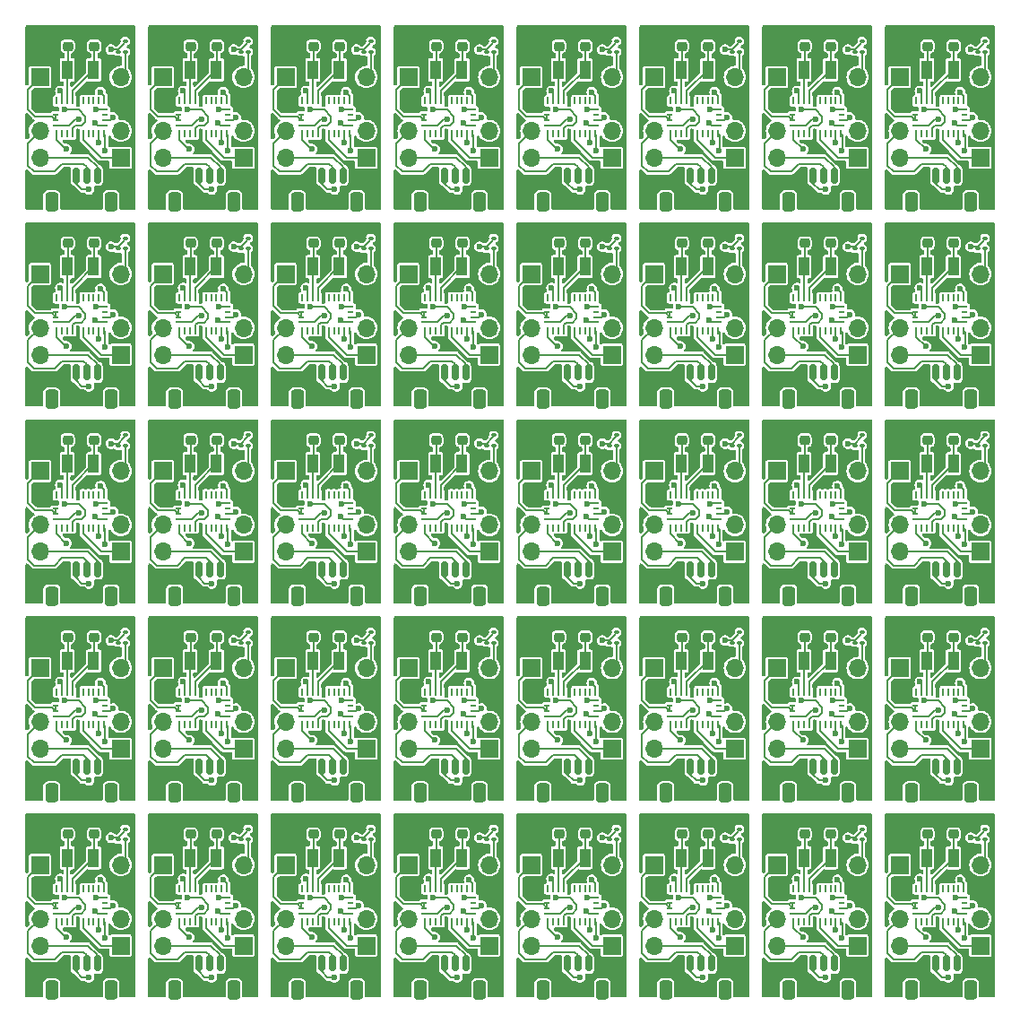
<source format=gbr>
%TF.GenerationSoftware,KiCad,Pcbnew,8.0.8*%
%TF.CreationDate,2025-03-09T21:38:21+09:00*%
%TF.ProjectId,panelized,70616e65-6c69-47a6-9564-2e6b69636164,rev?*%
%TF.SameCoordinates,Original*%
%TF.FileFunction,Copper,L1,Top*%
%TF.FilePolarity,Positive*%
%FSLAX46Y46*%
G04 Gerber Fmt 4.6, Leading zero omitted, Abs format (unit mm)*
G04 Created by KiCad (PCBNEW 8.0.8) date 2025-03-09 21:38:21*
%MOMM*%
%LPD*%
G01*
G04 APERTURE LIST*
G04 Aperture macros list*
%AMRoundRect*
0 Rectangle with rounded corners*
0 $1 Rounding radius*
0 $2 $3 $4 $5 $6 $7 $8 $9 X,Y pos of 4 corners*
0 Add a 4 corners polygon primitive as box body*
4,1,4,$2,$3,$4,$5,$6,$7,$8,$9,$2,$3,0*
0 Add four circle primitives for the rounded corners*
1,1,$1+$1,$2,$3*
1,1,$1+$1,$4,$5*
1,1,$1+$1,$6,$7*
1,1,$1+$1,$8,$9*
0 Add four rect primitives between the rounded corners*
20,1,$1+$1,$2,$3,$4,$5,0*
20,1,$1+$1,$4,$5,$6,$7,0*
20,1,$1+$1,$6,$7,$8,$9,0*
20,1,$1+$1,$8,$9,$2,$3,0*%
G04 Aperture macros list end*
%TA.AperFunction,SMDPad,CuDef*%
%ADD10R,0.250000X0.675000*%
%TD*%
%TA.AperFunction,SMDPad,CuDef*%
%ADD11R,0.575000X0.250000*%
%TD*%
%TA.AperFunction,SMDPad,CuDef*%
%ADD12RoundRect,0.225000X0.250000X-0.225000X0.250000X0.225000X-0.250000X0.225000X-0.250000X-0.225000X0*%
%TD*%
%TA.AperFunction,SMDPad,CuDef*%
%ADD13R,1.000000X1.800000*%
%TD*%
%TA.AperFunction,SMDPad,CuDef*%
%ADD14RoundRect,0.100000X-0.130000X-0.100000X0.130000X-0.100000X0.130000X0.100000X-0.130000X0.100000X0*%
%TD*%
%TA.AperFunction,SMDPad,CuDef*%
%ADD15RoundRect,0.150000X0.150000X0.625000X-0.150000X0.625000X-0.150000X-0.625000X0.150000X-0.625000X0*%
%TD*%
%TA.AperFunction,SMDPad,CuDef*%
%ADD16RoundRect,0.250000X0.350000X0.650000X-0.350000X0.650000X-0.350000X-0.650000X0.350000X-0.650000X0*%
%TD*%
%TA.AperFunction,ComponentPad*%
%ADD17R,1.700000X1.700000*%
%TD*%
%TA.AperFunction,ComponentPad*%
%ADD18O,1.700000X1.700000*%
%TD*%
%TA.AperFunction,ViaPad*%
%ADD19C,0.600000*%
%TD*%
%TA.AperFunction,Conductor*%
%ADD20C,0.200000*%
%TD*%
G04 APERTURE END LIST*
D10*
%TO.P,IC1,1,RESV_NC_1*%
%TO.N,Board_29-unconnected-(IC1-RESV_NC_1-Pad1)*%
X61250000Y-63237000D03*
D11*
%TO.P,IC1,2,GND_1*%
%TO.N,Board_29-GND*%
X61187000Y-64050000D03*
%TO.P,IC1,3,VDD*%
%TO.N,Board_29-+3V3*%
X61187000Y-64550000D03*
%TO.P,IC1,4,BOOTN*%
X61187000Y-65050000D03*
%TO.P,IC1,5,PS1*%
%TO.N,Board_29-Net-(IC1-PS1)*%
X61187000Y-65550000D03*
D10*
%TO.P,IC1,6,PS0/WAKE*%
%TO.N,Board_29-Net-(IC1-PS0{slash}WAKE)*%
X61250000Y-66363000D03*
%TO.P,IC1,7,RESV_NC_2*%
%TO.N,Board_29-unconnected-(IC1-RESV_NC_2-Pad7)*%
X61750000Y-66363000D03*
%TO.P,IC1,8,RESV_NC_3*%
%TO.N,Board_29-unconnected-(IC1-RESV_NC_3-Pad8)*%
X62250000Y-66363000D03*
%TO.P,IC1,9,CAP*%
%TO.N,Board_29-Net-(IC1-CAP)*%
X62750000Y-66363000D03*
%TO.P,IC1,10,CLKSEL0*%
%TO.N,Board_29-GND*%
X63250000Y-66363000D03*
%TO.P,IC1,11,NRST*%
%TO.N,Board_29-N_RST*%
X63750000Y-66363000D03*
%TO.P,IC1,12,RESV_NC_4*%
%TO.N,Board_29-unconnected-(IC1-RESV_NC_4-Pad12)*%
X64250000Y-66363000D03*
%TO.P,IC1,13,RESV_NC_5*%
%TO.N,Board_29-unconnected-(IC1-RESV_NC_5-Pad13)*%
X64750000Y-66363000D03*
%TO.P,IC1,14,H_INTN*%
%TO.N,Board_29-INT*%
X65250000Y-66363000D03*
%TO.P,IC1,15,ENV_SCL_*%
%TO.N,Board_29-Net-(IC1-ENV_SCL_)*%
X65750000Y-66363000D03*
D11*
%TO.P,IC1,16,ENV_SDA*%
%TO.N,Board_29-Net-(IC1-ENV_SDA)*%
X65813000Y-65550000D03*
%TO.P,IC1,17,SA0/H_MOSI_*%
%TO.N,Board_29-Net-(IC1-SA0{slash}H_MOSI_)*%
X65813000Y-65050000D03*
%TO.P,IC1,18,H_CSN*%
%TO.N,Board_29-unconnected-(IC1-H_CSN-Pad18)*%
X65813000Y-64550000D03*
%TO.P,IC1,19,H_SCL/SCK/RX*%
%TO.N,Board_29-SCL*%
X65813000Y-64050000D03*
D10*
%TO.P,IC1,20,H_SDA/H_MISO/TX_*%
%TO.N,Board_29-SDA*%
X65750000Y-63237000D03*
%TO.P,IC1,21,RESV_NC_6*%
%TO.N,Board_29-unconnected-(IC1-RESV_NC_6-Pad21)*%
X65250000Y-63237000D03*
%TO.P,IC1,22,RESV_NC_7*%
%TO.N,Board_29-unconnected-(IC1-RESV_NC_7-Pad22)*%
X64750000Y-63237000D03*
%TO.P,IC1,23,RESV_NC_8*%
%TO.N,Board_29-unconnected-(IC1-RESV_NC_8-Pad23)*%
X64250000Y-63237000D03*
%TO.P,IC1,24,RESV_NC_9*%
%TO.N,Board_29-unconnected-(IC1-RESV_NC_9-Pad24)*%
X63750000Y-63237000D03*
%TO.P,IC1,25,GND_2*%
%TO.N,Board_29-GND*%
X63250000Y-63237000D03*
%TO.P,IC1,26,XOUT32/CLKSEL1*%
%TO.N,Board_29-Net-(IC1-XOUT32{slash}CLKSEL1)*%
X62750000Y-63237000D03*
%TO.P,IC1,27,XIN32*%
%TO.N,Board_29-Net-(IC1-XIN32)*%
X62250000Y-63237000D03*
%TO.P,IC1,28,VDDIO*%
%TO.N,Board_29-+3V3*%
X61750000Y-63237000D03*
%TD*%
D12*
%TO.P,C4,1*%
%TO.N,Board_11-Net-(IC1-XOUT32{slash}CLKSEL1)*%
X41600000Y-20875000D03*
%TO.P,C4,2*%
%TO.N,Board_11-GND*%
X41600000Y-19325000D03*
%TD*%
D13*
%TO.P,Y1,1*%
%TO.N,Board_3-Net-(IC1-XOUT32{slash}CLKSEL1)*%
X41550000Y-4500000D03*
%TO.P,Y1,2,CRYSTAL_2*%
%TO.N,Board_3-Net-(IC1-XIN32)*%
X39050000Y-4500000D03*
%TD*%
D14*
%TO.P,JP6,1,A*%
%TO.N,Board_29-GND*%
X67080000Y-57600000D03*
%TO.P,JP6,2,B*%
%TO.N,Board_29-Net-(IC1-SA0{slash}H_MOSI_)*%
X67720000Y-57600000D03*
%TD*%
D10*
%TO.P,IC1,1,RESV_NC_1*%
%TO.N,Board_12-unconnected-(IC1-RESV_NC_1-Pad1)*%
X49650000Y-26037000D03*
D11*
%TO.P,IC1,2,GND_1*%
%TO.N,Board_12-GND*%
X49587000Y-26850000D03*
%TO.P,IC1,3,VDD*%
%TO.N,Board_12-+3V3*%
X49587000Y-27350000D03*
%TO.P,IC1,4,BOOTN*%
X49587000Y-27850000D03*
%TO.P,IC1,5,PS1*%
%TO.N,Board_12-Net-(IC1-PS1)*%
X49587000Y-28350000D03*
D10*
%TO.P,IC1,6,PS0/WAKE*%
%TO.N,Board_12-Net-(IC1-PS0{slash}WAKE)*%
X49650000Y-29163000D03*
%TO.P,IC1,7,RESV_NC_2*%
%TO.N,Board_12-unconnected-(IC1-RESV_NC_2-Pad7)*%
X50150000Y-29163000D03*
%TO.P,IC1,8,RESV_NC_3*%
%TO.N,Board_12-unconnected-(IC1-RESV_NC_3-Pad8)*%
X50650000Y-29163000D03*
%TO.P,IC1,9,CAP*%
%TO.N,Board_12-Net-(IC1-CAP)*%
X51150000Y-29163000D03*
%TO.P,IC1,10,CLKSEL0*%
%TO.N,Board_12-GND*%
X51650000Y-29163000D03*
%TO.P,IC1,11,NRST*%
%TO.N,Board_12-N_RST*%
X52150000Y-29163000D03*
%TO.P,IC1,12,RESV_NC_4*%
%TO.N,Board_12-unconnected-(IC1-RESV_NC_4-Pad12)*%
X52650000Y-29163000D03*
%TO.P,IC1,13,RESV_NC_5*%
%TO.N,Board_12-unconnected-(IC1-RESV_NC_5-Pad13)*%
X53150000Y-29163000D03*
%TO.P,IC1,14,H_INTN*%
%TO.N,Board_12-INT*%
X53650000Y-29163000D03*
%TO.P,IC1,15,ENV_SCL_*%
%TO.N,Board_12-Net-(IC1-ENV_SCL_)*%
X54150000Y-29163000D03*
D11*
%TO.P,IC1,16,ENV_SDA*%
%TO.N,Board_12-Net-(IC1-ENV_SDA)*%
X54213000Y-28350000D03*
%TO.P,IC1,17,SA0/H_MOSI_*%
%TO.N,Board_12-Net-(IC1-SA0{slash}H_MOSI_)*%
X54213000Y-27850000D03*
%TO.P,IC1,18,H_CSN*%
%TO.N,Board_12-unconnected-(IC1-H_CSN-Pad18)*%
X54213000Y-27350000D03*
%TO.P,IC1,19,H_SCL/SCK/RX*%
%TO.N,Board_12-SCL*%
X54213000Y-26850000D03*
D10*
%TO.P,IC1,20,H_SDA/H_MISO/TX_*%
%TO.N,Board_12-SDA*%
X54150000Y-26037000D03*
%TO.P,IC1,21,RESV_NC_6*%
%TO.N,Board_12-unconnected-(IC1-RESV_NC_6-Pad21)*%
X53650000Y-26037000D03*
%TO.P,IC1,22,RESV_NC_7*%
%TO.N,Board_12-unconnected-(IC1-RESV_NC_7-Pad22)*%
X53150000Y-26037000D03*
%TO.P,IC1,23,RESV_NC_8*%
%TO.N,Board_12-unconnected-(IC1-RESV_NC_8-Pad23)*%
X52650000Y-26037000D03*
%TO.P,IC1,24,RESV_NC_9*%
%TO.N,Board_12-unconnected-(IC1-RESV_NC_9-Pad24)*%
X52150000Y-26037000D03*
%TO.P,IC1,25,GND_2*%
%TO.N,Board_12-GND*%
X51650000Y-26037000D03*
%TO.P,IC1,26,XOUT32/CLKSEL1*%
%TO.N,Board_12-Net-(IC1-XOUT32{slash}CLKSEL1)*%
X51150000Y-26037000D03*
%TO.P,IC1,27,XIN32*%
%TO.N,Board_12-Net-(IC1-XIN32)*%
X50650000Y-26037000D03*
%TO.P,IC1,28,VDDIO*%
%TO.N,Board_12-+3V3*%
X50150000Y-26037000D03*
%TD*%
D12*
%TO.P,C3,1*%
%TO.N,Board_16-Net-(IC1-XIN32)*%
X4300000Y-39475000D03*
%TO.P,C3,2*%
%TO.N,Board_16-GND*%
X4300000Y-37925000D03*
%TD*%
%TO.P,C4,1*%
%TO.N,Board_19-Net-(IC1-XOUT32{slash}CLKSEL1)*%
X41600000Y-39475000D03*
%TO.P,C4,2*%
%TO.N,Board_19-GND*%
X41600000Y-37925000D03*
%TD*%
D15*
%TO.P,J2,1,Pin_1*%
%TO.N,Board_32-SCL*%
X7100000Y-88875000D03*
%TO.P,J2,2,Pin_2*%
%TO.N,Board_32-SDA*%
X6100000Y-88875000D03*
%TO.P,J2,3,Pin_3*%
%TO.N,Board_32-+3V3*%
X5100000Y-88875000D03*
%TO.P,J2,4,Pin_4*%
%TO.N,Board_32-GND*%
X4100000Y-88875000D03*
D16*
%TO.P,J2,MP*%
%TO.N,N/C*%
X8400000Y-91400000D03*
X2800000Y-91400000D03*
%TD*%
D12*
%TO.P,C4,1*%
%TO.N,Board_27-Net-(IC1-XOUT32{slash}CLKSEL1)*%
X41600000Y-58075000D03*
%TO.P,C4,2*%
%TO.N,Board_27-GND*%
X41600000Y-56525000D03*
%TD*%
D13*
%TO.P,Y1,1*%
%TO.N,Board_19-Net-(IC1-XOUT32{slash}CLKSEL1)*%
X41550000Y-41700000D03*
%TO.P,Y1,2,CRYSTAL_2*%
%TO.N,Board_19-Net-(IC1-XIN32)*%
X39050000Y-41700000D03*
%TD*%
%TO.P,Y1,1*%
%TO.N,Board_2-Net-(IC1-XOUT32{slash}CLKSEL1)*%
X29950000Y-4500000D03*
%TO.P,Y1,2,CRYSTAL_2*%
%TO.N,Board_2-Net-(IC1-XIN32)*%
X27450000Y-4500000D03*
%TD*%
D12*
%TO.P,C4,1*%
%TO.N,Board_33-Net-(IC1-XOUT32{slash}CLKSEL1)*%
X18400000Y-76675000D03*
%TO.P,C4,2*%
%TO.N,Board_33-GND*%
X18400000Y-75125000D03*
%TD*%
D14*
%TO.P,JP6,1,A*%
%TO.N,Board_7-GND*%
X90280000Y-1800000D03*
%TO.P,JP6,2,B*%
%TO.N,Board_7-Net-(IC1-SA0{slash}H_MOSI_)*%
X90920000Y-1800000D03*
%TD*%
D15*
%TO.P,J2,1,Pin_1*%
%TO.N,Board_16-SCL*%
X7100000Y-51675000D03*
%TO.P,J2,2,Pin_2*%
%TO.N,Board_16-SDA*%
X6100000Y-51675000D03*
%TO.P,J2,3,Pin_3*%
%TO.N,Board_16-+3V3*%
X5100000Y-51675000D03*
%TO.P,J2,4,Pin_4*%
%TO.N,Board_16-GND*%
X4100000Y-51675000D03*
D16*
%TO.P,J2,MP*%
%TO.N,N/C*%
X8400000Y-54200000D03*
X2800000Y-54200000D03*
%TD*%
D12*
%TO.P,C4,1*%
%TO.N,Board_5-Net-(IC1-XOUT32{slash}CLKSEL1)*%
X64800000Y-2275000D03*
%TO.P,C4,2*%
%TO.N,Board_5-GND*%
X64800000Y-725000D03*
%TD*%
D13*
%TO.P,Y1,1*%
%TO.N,Board_6-Net-(IC1-XOUT32{slash}CLKSEL1)*%
X76350000Y-4500000D03*
%TO.P,Y1,2,CRYSTAL_2*%
%TO.N,Board_6-Net-(IC1-XIN32)*%
X73850000Y-4500000D03*
%TD*%
D12*
%TO.P,C3,1*%
%TO.N,Board_1-Net-(IC1-XIN32)*%
X15900000Y-2275000D03*
%TO.P,C3,2*%
%TO.N,Board_1-GND*%
X15900000Y-725000D03*
%TD*%
D14*
%TO.P,JP6,1,A*%
%TO.N,Board_21-GND*%
X67080000Y-39000000D03*
%TO.P,JP6,2,B*%
%TO.N,Board_21-Net-(IC1-SA0{slash}H_MOSI_)*%
X67720000Y-39000000D03*
%TD*%
D13*
%TO.P,Y1,1*%
%TO.N,Board_18-Net-(IC1-XOUT32{slash}CLKSEL1)*%
X29950000Y-41700000D03*
%TO.P,Y1,2,CRYSTAL_2*%
%TO.N,Board_18-Net-(IC1-XIN32)*%
X27450000Y-41700000D03*
%TD*%
D15*
%TO.P,J2,1,Pin_1*%
%TO.N,Board_36-SCL*%
X53500000Y-88875000D03*
%TO.P,J2,2,Pin_2*%
%TO.N,Board_36-SDA*%
X52500000Y-88875000D03*
%TO.P,J2,3,Pin_3*%
%TO.N,Board_36-+3V3*%
X51500000Y-88875000D03*
%TO.P,J2,4,Pin_4*%
%TO.N,Board_36-GND*%
X50500000Y-88875000D03*
D16*
%TO.P,J2,MP*%
%TO.N,N/C*%
X54800000Y-91400000D03*
X49200000Y-91400000D03*
%TD*%
D12*
%TO.P,C3,1*%
%TO.N,Board_11-Net-(IC1-XIN32)*%
X39100000Y-20875000D03*
%TO.P,C3,2*%
%TO.N,Board_11-GND*%
X39100000Y-19325000D03*
%TD*%
%TO.P,C4,1*%
%TO.N,Board_13-Net-(IC1-XOUT32{slash}CLKSEL1)*%
X64800000Y-20875000D03*
%TO.P,C4,2*%
%TO.N,Board_13-GND*%
X64800000Y-19325000D03*
%TD*%
D10*
%TO.P,IC1,1,RESV_NC_1*%
%TO.N,Board_20-unconnected-(IC1-RESV_NC_1-Pad1)*%
X49650000Y-44637000D03*
D11*
%TO.P,IC1,2,GND_1*%
%TO.N,Board_20-GND*%
X49587000Y-45450000D03*
%TO.P,IC1,3,VDD*%
%TO.N,Board_20-+3V3*%
X49587000Y-45950000D03*
%TO.P,IC1,4,BOOTN*%
X49587000Y-46450000D03*
%TO.P,IC1,5,PS1*%
%TO.N,Board_20-Net-(IC1-PS1)*%
X49587000Y-46950000D03*
D10*
%TO.P,IC1,6,PS0/WAKE*%
%TO.N,Board_20-Net-(IC1-PS0{slash}WAKE)*%
X49650000Y-47763000D03*
%TO.P,IC1,7,RESV_NC_2*%
%TO.N,Board_20-unconnected-(IC1-RESV_NC_2-Pad7)*%
X50150000Y-47763000D03*
%TO.P,IC1,8,RESV_NC_3*%
%TO.N,Board_20-unconnected-(IC1-RESV_NC_3-Pad8)*%
X50650000Y-47763000D03*
%TO.P,IC1,9,CAP*%
%TO.N,Board_20-Net-(IC1-CAP)*%
X51150000Y-47763000D03*
%TO.P,IC1,10,CLKSEL0*%
%TO.N,Board_20-GND*%
X51650000Y-47763000D03*
%TO.P,IC1,11,NRST*%
%TO.N,Board_20-N_RST*%
X52150000Y-47763000D03*
%TO.P,IC1,12,RESV_NC_4*%
%TO.N,Board_20-unconnected-(IC1-RESV_NC_4-Pad12)*%
X52650000Y-47763000D03*
%TO.P,IC1,13,RESV_NC_5*%
%TO.N,Board_20-unconnected-(IC1-RESV_NC_5-Pad13)*%
X53150000Y-47763000D03*
%TO.P,IC1,14,H_INTN*%
%TO.N,Board_20-INT*%
X53650000Y-47763000D03*
%TO.P,IC1,15,ENV_SCL_*%
%TO.N,Board_20-Net-(IC1-ENV_SCL_)*%
X54150000Y-47763000D03*
D11*
%TO.P,IC1,16,ENV_SDA*%
%TO.N,Board_20-Net-(IC1-ENV_SDA)*%
X54213000Y-46950000D03*
%TO.P,IC1,17,SA0/H_MOSI_*%
%TO.N,Board_20-Net-(IC1-SA0{slash}H_MOSI_)*%
X54213000Y-46450000D03*
%TO.P,IC1,18,H_CSN*%
%TO.N,Board_20-unconnected-(IC1-H_CSN-Pad18)*%
X54213000Y-45950000D03*
%TO.P,IC1,19,H_SCL/SCK/RX*%
%TO.N,Board_20-SCL*%
X54213000Y-45450000D03*
D10*
%TO.P,IC1,20,H_SDA/H_MISO/TX_*%
%TO.N,Board_20-SDA*%
X54150000Y-44637000D03*
%TO.P,IC1,21,RESV_NC_6*%
%TO.N,Board_20-unconnected-(IC1-RESV_NC_6-Pad21)*%
X53650000Y-44637000D03*
%TO.P,IC1,22,RESV_NC_7*%
%TO.N,Board_20-unconnected-(IC1-RESV_NC_7-Pad22)*%
X53150000Y-44637000D03*
%TO.P,IC1,23,RESV_NC_8*%
%TO.N,Board_20-unconnected-(IC1-RESV_NC_8-Pad23)*%
X52650000Y-44637000D03*
%TO.P,IC1,24,RESV_NC_9*%
%TO.N,Board_20-unconnected-(IC1-RESV_NC_9-Pad24)*%
X52150000Y-44637000D03*
%TO.P,IC1,25,GND_2*%
%TO.N,Board_20-GND*%
X51650000Y-44637000D03*
%TO.P,IC1,26,XOUT32/CLKSEL1*%
%TO.N,Board_20-Net-(IC1-XOUT32{slash}CLKSEL1)*%
X51150000Y-44637000D03*
%TO.P,IC1,27,XIN32*%
%TO.N,Board_20-Net-(IC1-XIN32)*%
X50650000Y-44637000D03*
%TO.P,IC1,28,VDDIO*%
%TO.N,Board_20-+3V3*%
X50150000Y-44637000D03*
%TD*%
D12*
%TO.P,C4,1*%
%TO.N,Board_0-Net-(IC1-XOUT32{slash}CLKSEL1)*%
X6800000Y-2275000D03*
%TO.P,C4,2*%
%TO.N,Board_0-GND*%
X6800000Y-725000D03*
%TD*%
D13*
%TO.P,Y1,1*%
%TO.N,Board_15-Net-(IC1-XOUT32{slash}CLKSEL1)*%
X87950000Y-23100000D03*
%TO.P,Y1,2,CRYSTAL_2*%
%TO.N,Board_15-Net-(IC1-XIN32)*%
X85450000Y-23100000D03*
%TD*%
D14*
%TO.P,JP5,1,A*%
%TO.N,Board_23-Net-(IC1-SA0{slash}H_MOSI_)*%
X90280000Y-40000000D03*
%TO.P,JP5,2,B*%
%TO.N,Board_23-+3V3*%
X90920000Y-40000000D03*
%TD*%
D10*
%TO.P,IC1,1,RESV_NC_1*%
%TO.N,Board_33-unconnected-(IC1-RESV_NC_1-Pad1)*%
X14850000Y-81837000D03*
D11*
%TO.P,IC1,2,GND_1*%
%TO.N,Board_33-GND*%
X14787000Y-82650000D03*
%TO.P,IC1,3,VDD*%
%TO.N,Board_33-+3V3*%
X14787000Y-83150000D03*
%TO.P,IC1,4,BOOTN*%
X14787000Y-83650000D03*
%TO.P,IC1,5,PS1*%
%TO.N,Board_33-Net-(IC1-PS1)*%
X14787000Y-84150000D03*
D10*
%TO.P,IC1,6,PS0/WAKE*%
%TO.N,Board_33-Net-(IC1-PS0{slash}WAKE)*%
X14850000Y-84963000D03*
%TO.P,IC1,7,RESV_NC_2*%
%TO.N,Board_33-unconnected-(IC1-RESV_NC_2-Pad7)*%
X15350000Y-84963000D03*
%TO.P,IC1,8,RESV_NC_3*%
%TO.N,Board_33-unconnected-(IC1-RESV_NC_3-Pad8)*%
X15850000Y-84963000D03*
%TO.P,IC1,9,CAP*%
%TO.N,Board_33-Net-(IC1-CAP)*%
X16350000Y-84963000D03*
%TO.P,IC1,10,CLKSEL0*%
%TO.N,Board_33-GND*%
X16850000Y-84963000D03*
%TO.P,IC1,11,NRST*%
%TO.N,Board_33-N_RST*%
X17350000Y-84963000D03*
%TO.P,IC1,12,RESV_NC_4*%
%TO.N,Board_33-unconnected-(IC1-RESV_NC_4-Pad12)*%
X17850000Y-84963000D03*
%TO.P,IC1,13,RESV_NC_5*%
%TO.N,Board_33-unconnected-(IC1-RESV_NC_5-Pad13)*%
X18350000Y-84963000D03*
%TO.P,IC1,14,H_INTN*%
%TO.N,Board_33-INT*%
X18850000Y-84963000D03*
%TO.P,IC1,15,ENV_SCL_*%
%TO.N,Board_33-Net-(IC1-ENV_SCL_)*%
X19350000Y-84963000D03*
D11*
%TO.P,IC1,16,ENV_SDA*%
%TO.N,Board_33-Net-(IC1-ENV_SDA)*%
X19413000Y-84150000D03*
%TO.P,IC1,17,SA0/H_MOSI_*%
%TO.N,Board_33-Net-(IC1-SA0{slash}H_MOSI_)*%
X19413000Y-83650000D03*
%TO.P,IC1,18,H_CSN*%
%TO.N,Board_33-unconnected-(IC1-H_CSN-Pad18)*%
X19413000Y-83150000D03*
%TO.P,IC1,19,H_SCL/SCK/RX*%
%TO.N,Board_33-SCL*%
X19413000Y-82650000D03*
D10*
%TO.P,IC1,20,H_SDA/H_MISO/TX_*%
%TO.N,Board_33-SDA*%
X19350000Y-81837000D03*
%TO.P,IC1,21,RESV_NC_6*%
%TO.N,Board_33-unconnected-(IC1-RESV_NC_6-Pad21)*%
X18850000Y-81837000D03*
%TO.P,IC1,22,RESV_NC_7*%
%TO.N,Board_33-unconnected-(IC1-RESV_NC_7-Pad22)*%
X18350000Y-81837000D03*
%TO.P,IC1,23,RESV_NC_8*%
%TO.N,Board_33-unconnected-(IC1-RESV_NC_8-Pad23)*%
X17850000Y-81837000D03*
%TO.P,IC1,24,RESV_NC_9*%
%TO.N,Board_33-unconnected-(IC1-RESV_NC_9-Pad24)*%
X17350000Y-81837000D03*
%TO.P,IC1,25,GND_2*%
%TO.N,Board_33-GND*%
X16850000Y-81837000D03*
%TO.P,IC1,26,XOUT32/CLKSEL1*%
%TO.N,Board_33-Net-(IC1-XOUT32{slash}CLKSEL1)*%
X16350000Y-81837000D03*
%TO.P,IC1,27,XIN32*%
%TO.N,Board_33-Net-(IC1-XIN32)*%
X15850000Y-81837000D03*
%TO.P,IC1,28,VDDIO*%
%TO.N,Board_33-+3V3*%
X15350000Y-81837000D03*
%TD*%
D14*
%TO.P,JP6,1,A*%
%TO.N,Board_20-GND*%
X55480000Y-39000000D03*
%TO.P,JP6,2,B*%
%TO.N,Board_20-Net-(IC1-SA0{slash}H_MOSI_)*%
X56120000Y-39000000D03*
%TD*%
%TO.P,JP5,1,A*%
%TO.N,Board_28-Net-(IC1-SA0{slash}H_MOSI_)*%
X55480000Y-58600000D03*
%TO.P,JP5,2,B*%
%TO.N,Board_28-+3V3*%
X56120000Y-58600000D03*
%TD*%
%TO.P,JP6,1,A*%
%TO.N,Board_35-GND*%
X43880000Y-76200000D03*
%TO.P,JP6,2,B*%
%TO.N,Board_35-Net-(IC1-SA0{slash}H_MOSI_)*%
X44520000Y-76200000D03*
%TD*%
%TO.P,JP5,1,A*%
%TO.N,Board_34-Net-(IC1-SA0{slash}H_MOSI_)*%
X32280000Y-77200000D03*
%TO.P,JP5,2,B*%
%TO.N,Board_34-+3V3*%
X32920000Y-77200000D03*
%TD*%
D12*
%TO.P,C4,1*%
%TO.N,Board_15-Net-(IC1-XOUT32{slash}CLKSEL1)*%
X88000000Y-20875000D03*
%TO.P,C4,2*%
%TO.N,Board_15-GND*%
X88000000Y-19325000D03*
%TD*%
D15*
%TO.P,J2,1,Pin_1*%
%TO.N,Board_18-SCL*%
X30300000Y-51675000D03*
%TO.P,J2,2,Pin_2*%
%TO.N,Board_18-SDA*%
X29300000Y-51675000D03*
%TO.P,J2,3,Pin_3*%
%TO.N,Board_18-+3V3*%
X28300000Y-51675000D03*
%TO.P,J2,4,Pin_4*%
%TO.N,Board_18-GND*%
X27300000Y-51675000D03*
D16*
%TO.P,J2,MP*%
%TO.N,N/C*%
X31600000Y-54200000D03*
X26000000Y-54200000D03*
%TD*%
D14*
%TO.P,JP6,1,A*%
%TO.N,Board_16-GND*%
X9080000Y-39000000D03*
%TO.P,JP6,2,B*%
%TO.N,Board_16-Net-(IC1-SA0{slash}H_MOSI_)*%
X9720000Y-39000000D03*
%TD*%
D13*
%TO.P,Y1,1*%
%TO.N,Board_25-Net-(IC1-XOUT32{slash}CLKSEL1)*%
X18350000Y-60300000D03*
%TO.P,Y1,2,CRYSTAL_2*%
%TO.N,Board_25-Net-(IC1-XIN32)*%
X15850000Y-60300000D03*
%TD*%
D10*
%TO.P,IC1,1,RESV_NC_1*%
%TO.N,Board_4-unconnected-(IC1-RESV_NC_1-Pad1)*%
X49650000Y-7437000D03*
D11*
%TO.P,IC1,2,GND_1*%
%TO.N,Board_4-GND*%
X49587000Y-8250000D03*
%TO.P,IC1,3,VDD*%
%TO.N,Board_4-+3V3*%
X49587000Y-8750000D03*
%TO.P,IC1,4,BOOTN*%
X49587000Y-9250000D03*
%TO.P,IC1,5,PS1*%
%TO.N,Board_4-Net-(IC1-PS1)*%
X49587000Y-9750000D03*
D10*
%TO.P,IC1,6,PS0/WAKE*%
%TO.N,Board_4-Net-(IC1-PS0{slash}WAKE)*%
X49650000Y-10563000D03*
%TO.P,IC1,7,RESV_NC_2*%
%TO.N,Board_4-unconnected-(IC1-RESV_NC_2-Pad7)*%
X50150000Y-10563000D03*
%TO.P,IC1,8,RESV_NC_3*%
%TO.N,Board_4-unconnected-(IC1-RESV_NC_3-Pad8)*%
X50650000Y-10563000D03*
%TO.P,IC1,9,CAP*%
%TO.N,Board_4-Net-(IC1-CAP)*%
X51150000Y-10563000D03*
%TO.P,IC1,10,CLKSEL0*%
%TO.N,Board_4-GND*%
X51650000Y-10563000D03*
%TO.P,IC1,11,NRST*%
%TO.N,Board_4-N_RST*%
X52150000Y-10563000D03*
%TO.P,IC1,12,RESV_NC_4*%
%TO.N,Board_4-unconnected-(IC1-RESV_NC_4-Pad12)*%
X52650000Y-10563000D03*
%TO.P,IC1,13,RESV_NC_5*%
%TO.N,Board_4-unconnected-(IC1-RESV_NC_5-Pad13)*%
X53150000Y-10563000D03*
%TO.P,IC1,14,H_INTN*%
%TO.N,Board_4-INT*%
X53650000Y-10563000D03*
%TO.P,IC1,15,ENV_SCL_*%
%TO.N,Board_4-Net-(IC1-ENV_SCL_)*%
X54150000Y-10563000D03*
D11*
%TO.P,IC1,16,ENV_SDA*%
%TO.N,Board_4-Net-(IC1-ENV_SDA)*%
X54213000Y-9750000D03*
%TO.P,IC1,17,SA0/H_MOSI_*%
%TO.N,Board_4-Net-(IC1-SA0{slash}H_MOSI_)*%
X54213000Y-9250000D03*
%TO.P,IC1,18,H_CSN*%
%TO.N,Board_4-unconnected-(IC1-H_CSN-Pad18)*%
X54213000Y-8750000D03*
%TO.P,IC1,19,H_SCL/SCK/RX*%
%TO.N,Board_4-SCL*%
X54213000Y-8250000D03*
D10*
%TO.P,IC1,20,H_SDA/H_MISO/TX_*%
%TO.N,Board_4-SDA*%
X54150000Y-7437000D03*
%TO.P,IC1,21,RESV_NC_6*%
%TO.N,Board_4-unconnected-(IC1-RESV_NC_6-Pad21)*%
X53650000Y-7437000D03*
%TO.P,IC1,22,RESV_NC_7*%
%TO.N,Board_4-unconnected-(IC1-RESV_NC_7-Pad22)*%
X53150000Y-7437000D03*
%TO.P,IC1,23,RESV_NC_8*%
%TO.N,Board_4-unconnected-(IC1-RESV_NC_8-Pad23)*%
X52650000Y-7437000D03*
%TO.P,IC1,24,RESV_NC_9*%
%TO.N,Board_4-unconnected-(IC1-RESV_NC_9-Pad24)*%
X52150000Y-7437000D03*
%TO.P,IC1,25,GND_2*%
%TO.N,Board_4-GND*%
X51650000Y-7437000D03*
%TO.P,IC1,26,XOUT32/CLKSEL1*%
%TO.N,Board_4-Net-(IC1-XOUT32{slash}CLKSEL1)*%
X51150000Y-7437000D03*
%TO.P,IC1,27,XIN32*%
%TO.N,Board_4-Net-(IC1-XIN32)*%
X50650000Y-7437000D03*
%TO.P,IC1,28,VDDIO*%
%TO.N,Board_4-+3V3*%
X50150000Y-7437000D03*
%TD*%
D14*
%TO.P,JP5,1,A*%
%TO.N,Board_18-Net-(IC1-SA0{slash}H_MOSI_)*%
X32280000Y-40000000D03*
%TO.P,JP5,2,B*%
%TO.N,Board_18-+3V3*%
X32920000Y-40000000D03*
%TD*%
D15*
%TO.P,J2,1,Pin_1*%
%TO.N,Board_25-SCL*%
X18700000Y-70275000D03*
%TO.P,J2,2,Pin_2*%
%TO.N,Board_25-SDA*%
X17700000Y-70275000D03*
%TO.P,J2,3,Pin_3*%
%TO.N,Board_25-+3V3*%
X16700000Y-70275000D03*
%TO.P,J2,4,Pin_4*%
%TO.N,Board_25-GND*%
X15700000Y-70275000D03*
D16*
%TO.P,J2,MP*%
%TO.N,N/C*%
X20000000Y-72800000D03*
X14400000Y-72800000D03*
%TD*%
D13*
%TO.P,Y1,1*%
%TO.N,Board_9-Net-(IC1-XOUT32{slash}CLKSEL1)*%
X18350000Y-23100000D03*
%TO.P,Y1,2,CRYSTAL_2*%
%TO.N,Board_9-Net-(IC1-XIN32)*%
X15850000Y-23100000D03*
%TD*%
D15*
%TO.P,J2,1,Pin_1*%
%TO.N,Board_24-SCL*%
X7100000Y-70275000D03*
%TO.P,J2,2,Pin_2*%
%TO.N,Board_24-SDA*%
X6100000Y-70275000D03*
%TO.P,J2,3,Pin_3*%
%TO.N,Board_24-+3V3*%
X5100000Y-70275000D03*
%TO.P,J2,4,Pin_4*%
%TO.N,Board_24-GND*%
X4100000Y-70275000D03*
D16*
%TO.P,J2,MP*%
%TO.N,N/C*%
X8400000Y-72800000D03*
X2800000Y-72800000D03*
%TD*%
D12*
%TO.P,C4,1*%
%TO.N,Board_37-Net-(IC1-XOUT32{slash}CLKSEL1)*%
X64800000Y-76675000D03*
%TO.P,C4,2*%
%TO.N,Board_37-GND*%
X64800000Y-75125000D03*
%TD*%
%TO.P,C3,1*%
%TO.N,Board_34-Net-(IC1-XIN32)*%
X27500000Y-76675000D03*
%TO.P,C3,2*%
%TO.N,Board_34-GND*%
X27500000Y-75125000D03*
%TD*%
D14*
%TO.P,JP5,1,A*%
%TO.N,Board_37-Net-(IC1-SA0{slash}H_MOSI_)*%
X67080000Y-77200000D03*
%TO.P,JP5,2,B*%
%TO.N,Board_37-+3V3*%
X67720000Y-77200000D03*
%TD*%
D15*
%TO.P,J2,1,Pin_1*%
%TO.N,Board_6-SCL*%
X76700000Y-14475000D03*
%TO.P,J2,2,Pin_2*%
%TO.N,Board_6-SDA*%
X75700000Y-14475000D03*
%TO.P,J2,3,Pin_3*%
%TO.N,Board_6-+3V3*%
X74700000Y-14475000D03*
%TO.P,J2,4,Pin_4*%
%TO.N,Board_6-GND*%
X73700000Y-14475000D03*
D16*
%TO.P,J2,MP*%
%TO.N,N/C*%
X78000000Y-17000000D03*
X72400000Y-17000000D03*
%TD*%
D12*
%TO.P,C3,1*%
%TO.N,Board_32-Net-(IC1-XIN32)*%
X4300000Y-76675000D03*
%TO.P,C3,2*%
%TO.N,Board_32-GND*%
X4300000Y-75125000D03*
%TD*%
D13*
%TO.P,Y1,1*%
%TO.N,Board_31-Net-(IC1-XOUT32{slash}CLKSEL1)*%
X87950000Y-60300000D03*
%TO.P,Y1,2,CRYSTAL_2*%
%TO.N,Board_31-Net-(IC1-XIN32)*%
X85450000Y-60300000D03*
%TD*%
D14*
%TO.P,JP5,1,A*%
%TO.N,Board_27-Net-(IC1-SA0{slash}H_MOSI_)*%
X43880000Y-58600000D03*
%TO.P,JP5,2,B*%
%TO.N,Board_27-+3V3*%
X44520000Y-58600000D03*
%TD*%
D12*
%TO.P,C3,1*%
%TO.N,Board_19-Net-(IC1-XIN32)*%
X39100000Y-39475000D03*
%TO.P,C3,2*%
%TO.N,Board_19-GND*%
X39100000Y-37925000D03*
%TD*%
%TO.P,C3,1*%
%TO.N,Board_28-Net-(IC1-XIN32)*%
X50700000Y-58075000D03*
%TO.P,C3,2*%
%TO.N,Board_28-GND*%
X50700000Y-56525000D03*
%TD*%
D15*
%TO.P,J2,1,Pin_1*%
%TO.N,Board_33-SCL*%
X18700000Y-88875000D03*
%TO.P,J2,2,Pin_2*%
%TO.N,Board_33-SDA*%
X17700000Y-88875000D03*
%TO.P,J2,3,Pin_3*%
%TO.N,Board_33-+3V3*%
X16700000Y-88875000D03*
%TO.P,J2,4,Pin_4*%
%TO.N,Board_33-GND*%
X15700000Y-88875000D03*
D16*
%TO.P,J2,MP*%
%TO.N,N/C*%
X20000000Y-91400000D03*
X14400000Y-91400000D03*
%TD*%
D15*
%TO.P,J2,1,Pin_1*%
%TO.N,Board_21-SCL*%
X65100000Y-51675000D03*
%TO.P,J2,2,Pin_2*%
%TO.N,Board_21-SDA*%
X64100000Y-51675000D03*
%TO.P,J2,3,Pin_3*%
%TO.N,Board_21-+3V3*%
X63100000Y-51675000D03*
%TO.P,J2,4,Pin_4*%
%TO.N,Board_21-GND*%
X62100000Y-51675000D03*
D16*
%TO.P,J2,MP*%
%TO.N,N/C*%
X66400000Y-54200000D03*
X60800000Y-54200000D03*
%TD*%
D12*
%TO.P,C4,1*%
%TO.N,Board_28-Net-(IC1-XOUT32{slash}CLKSEL1)*%
X53200000Y-58075000D03*
%TO.P,C4,2*%
%TO.N,Board_28-GND*%
X53200000Y-56525000D03*
%TD*%
%TO.P,C4,1*%
%TO.N,Board_39-Net-(IC1-XOUT32{slash}CLKSEL1)*%
X88000000Y-76675000D03*
%TO.P,C4,2*%
%TO.N,Board_39-GND*%
X88000000Y-75125000D03*
%TD*%
%TO.P,C3,1*%
%TO.N,Board_26-Net-(IC1-XIN32)*%
X27500000Y-58075000D03*
%TO.P,C3,2*%
%TO.N,Board_26-GND*%
X27500000Y-56525000D03*
%TD*%
D13*
%TO.P,Y1,1*%
%TO.N,Board_11-Net-(IC1-XOUT32{slash}CLKSEL1)*%
X41550000Y-23100000D03*
%TO.P,Y1,2,CRYSTAL_2*%
%TO.N,Board_11-Net-(IC1-XIN32)*%
X39050000Y-23100000D03*
%TD*%
D12*
%TO.P,C3,1*%
%TO.N,Board_39-Net-(IC1-XIN32)*%
X85500000Y-76675000D03*
%TO.P,C3,2*%
%TO.N,Board_39-GND*%
X85500000Y-75125000D03*
%TD*%
D13*
%TO.P,Y1,1*%
%TO.N,Board_14-Net-(IC1-XOUT32{slash}CLKSEL1)*%
X76350000Y-23100000D03*
%TO.P,Y1,2,CRYSTAL_2*%
%TO.N,Board_14-Net-(IC1-XIN32)*%
X73850000Y-23100000D03*
%TD*%
D14*
%TO.P,JP5,1,A*%
%TO.N,Board_14-Net-(IC1-SA0{slash}H_MOSI_)*%
X78680000Y-21400000D03*
%TO.P,JP5,2,B*%
%TO.N,Board_14-+3V3*%
X79320000Y-21400000D03*
%TD*%
D10*
%TO.P,IC1,1,RESV_NC_1*%
%TO.N,Board_1-unconnected-(IC1-RESV_NC_1-Pad1)*%
X14850000Y-7437000D03*
D11*
%TO.P,IC1,2,GND_1*%
%TO.N,Board_1-GND*%
X14787000Y-8250000D03*
%TO.P,IC1,3,VDD*%
%TO.N,Board_1-+3V3*%
X14787000Y-8750000D03*
%TO.P,IC1,4,BOOTN*%
X14787000Y-9250000D03*
%TO.P,IC1,5,PS1*%
%TO.N,Board_1-Net-(IC1-PS1)*%
X14787000Y-9750000D03*
D10*
%TO.P,IC1,6,PS0/WAKE*%
%TO.N,Board_1-Net-(IC1-PS0{slash}WAKE)*%
X14850000Y-10563000D03*
%TO.P,IC1,7,RESV_NC_2*%
%TO.N,Board_1-unconnected-(IC1-RESV_NC_2-Pad7)*%
X15350000Y-10563000D03*
%TO.P,IC1,8,RESV_NC_3*%
%TO.N,Board_1-unconnected-(IC1-RESV_NC_3-Pad8)*%
X15850000Y-10563000D03*
%TO.P,IC1,9,CAP*%
%TO.N,Board_1-Net-(IC1-CAP)*%
X16350000Y-10563000D03*
%TO.P,IC1,10,CLKSEL0*%
%TO.N,Board_1-GND*%
X16850000Y-10563000D03*
%TO.P,IC1,11,NRST*%
%TO.N,Board_1-N_RST*%
X17350000Y-10563000D03*
%TO.P,IC1,12,RESV_NC_4*%
%TO.N,Board_1-unconnected-(IC1-RESV_NC_4-Pad12)*%
X17850000Y-10563000D03*
%TO.P,IC1,13,RESV_NC_5*%
%TO.N,Board_1-unconnected-(IC1-RESV_NC_5-Pad13)*%
X18350000Y-10563000D03*
%TO.P,IC1,14,H_INTN*%
%TO.N,Board_1-INT*%
X18850000Y-10563000D03*
%TO.P,IC1,15,ENV_SCL_*%
%TO.N,Board_1-Net-(IC1-ENV_SCL_)*%
X19350000Y-10563000D03*
D11*
%TO.P,IC1,16,ENV_SDA*%
%TO.N,Board_1-Net-(IC1-ENV_SDA)*%
X19413000Y-9750000D03*
%TO.P,IC1,17,SA0/H_MOSI_*%
%TO.N,Board_1-Net-(IC1-SA0{slash}H_MOSI_)*%
X19413000Y-9250000D03*
%TO.P,IC1,18,H_CSN*%
%TO.N,Board_1-unconnected-(IC1-H_CSN-Pad18)*%
X19413000Y-8750000D03*
%TO.P,IC1,19,H_SCL/SCK/RX*%
%TO.N,Board_1-SCL*%
X19413000Y-8250000D03*
D10*
%TO.P,IC1,20,H_SDA/H_MISO/TX_*%
%TO.N,Board_1-SDA*%
X19350000Y-7437000D03*
%TO.P,IC1,21,RESV_NC_6*%
%TO.N,Board_1-unconnected-(IC1-RESV_NC_6-Pad21)*%
X18850000Y-7437000D03*
%TO.P,IC1,22,RESV_NC_7*%
%TO.N,Board_1-unconnected-(IC1-RESV_NC_7-Pad22)*%
X18350000Y-7437000D03*
%TO.P,IC1,23,RESV_NC_8*%
%TO.N,Board_1-unconnected-(IC1-RESV_NC_8-Pad23)*%
X17850000Y-7437000D03*
%TO.P,IC1,24,RESV_NC_9*%
%TO.N,Board_1-unconnected-(IC1-RESV_NC_9-Pad24)*%
X17350000Y-7437000D03*
%TO.P,IC1,25,GND_2*%
%TO.N,Board_1-GND*%
X16850000Y-7437000D03*
%TO.P,IC1,26,XOUT32/CLKSEL1*%
%TO.N,Board_1-Net-(IC1-XOUT32{slash}CLKSEL1)*%
X16350000Y-7437000D03*
%TO.P,IC1,27,XIN32*%
%TO.N,Board_1-Net-(IC1-XIN32)*%
X15850000Y-7437000D03*
%TO.P,IC1,28,VDDIO*%
%TO.N,Board_1-+3V3*%
X15350000Y-7437000D03*
%TD*%
D12*
%TO.P,C4,1*%
%TO.N,Board_34-Net-(IC1-XOUT32{slash}CLKSEL1)*%
X30000000Y-76675000D03*
%TO.P,C4,2*%
%TO.N,Board_34-GND*%
X30000000Y-75125000D03*
%TD*%
D10*
%TO.P,IC1,1,RESV_NC_1*%
%TO.N,Board_25-unconnected-(IC1-RESV_NC_1-Pad1)*%
X14850000Y-63237000D03*
D11*
%TO.P,IC1,2,GND_1*%
%TO.N,Board_25-GND*%
X14787000Y-64050000D03*
%TO.P,IC1,3,VDD*%
%TO.N,Board_25-+3V3*%
X14787000Y-64550000D03*
%TO.P,IC1,4,BOOTN*%
X14787000Y-65050000D03*
%TO.P,IC1,5,PS1*%
%TO.N,Board_25-Net-(IC1-PS1)*%
X14787000Y-65550000D03*
D10*
%TO.P,IC1,6,PS0/WAKE*%
%TO.N,Board_25-Net-(IC1-PS0{slash}WAKE)*%
X14850000Y-66363000D03*
%TO.P,IC1,7,RESV_NC_2*%
%TO.N,Board_25-unconnected-(IC1-RESV_NC_2-Pad7)*%
X15350000Y-66363000D03*
%TO.P,IC1,8,RESV_NC_3*%
%TO.N,Board_25-unconnected-(IC1-RESV_NC_3-Pad8)*%
X15850000Y-66363000D03*
%TO.P,IC1,9,CAP*%
%TO.N,Board_25-Net-(IC1-CAP)*%
X16350000Y-66363000D03*
%TO.P,IC1,10,CLKSEL0*%
%TO.N,Board_25-GND*%
X16850000Y-66363000D03*
%TO.P,IC1,11,NRST*%
%TO.N,Board_25-N_RST*%
X17350000Y-66363000D03*
%TO.P,IC1,12,RESV_NC_4*%
%TO.N,Board_25-unconnected-(IC1-RESV_NC_4-Pad12)*%
X17850000Y-66363000D03*
%TO.P,IC1,13,RESV_NC_5*%
%TO.N,Board_25-unconnected-(IC1-RESV_NC_5-Pad13)*%
X18350000Y-66363000D03*
%TO.P,IC1,14,H_INTN*%
%TO.N,Board_25-INT*%
X18850000Y-66363000D03*
%TO.P,IC1,15,ENV_SCL_*%
%TO.N,Board_25-Net-(IC1-ENV_SCL_)*%
X19350000Y-66363000D03*
D11*
%TO.P,IC1,16,ENV_SDA*%
%TO.N,Board_25-Net-(IC1-ENV_SDA)*%
X19413000Y-65550000D03*
%TO.P,IC1,17,SA0/H_MOSI_*%
%TO.N,Board_25-Net-(IC1-SA0{slash}H_MOSI_)*%
X19413000Y-65050000D03*
%TO.P,IC1,18,H_CSN*%
%TO.N,Board_25-unconnected-(IC1-H_CSN-Pad18)*%
X19413000Y-64550000D03*
%TO.P,IC1,19,H_SCL/SCK/RX*%
%TO.N,Board_25-SCL*%
X19413000Y-64050000D03*
D10*
%TO.P,IC1,20,H_SDA/H_MISO/TX_*%
%TO.N,Board_25-SDA*%
X19350000Y-63237000D03*
%TO.P,IC1,21,RESV_NC_6*%
%TO.N,Board_25-unconnected-(IC1-RESV_NC_6-Pad21)*%
X18850000Y-63237000D03*
%TO.P,IC1,22,RESV_NC_7*%
%TO.N,Board_25-unconnected-(IC1-RESV_NC_7-Pad22)*%
X18350000Y-63237000D03*
%TO.P,IC1,23,RESV_NC_8*%
%TO.N,Board_25-unconnected-(IC1-RESV_NC_8-Pad23)*%
X17850000Y-63237000D03*
%TO.P,IC1,24,RESV_NC_9*%
%TO.N,Board_25-unconnected-(IC1-RESV_NC_9-Pad24)*%
X17350000Y-63237000D03*
%TO.P,IC1,25,GND_2*%
%TO.N,Board_25-GND*%
X16850000Y-63237000D03*
%TO.P,IC1,26,XOUT32/CLKSEL1*%
%TO.N,Board_25-Net-(IC1-XOUT32{slash}CLKSEL1)*%
X16350000Y-63237000D03*
%TO.P,IC1,27,XIN32*%
%TO.N,Board_25-Net-(IC1-XIN32)*%
X15850000Y-63237000D03*
%TO.P,IC1,28,VDDIO*%
%TO.N,Board_25-+3V3*%
X15350000Y-63237000D03*
%TD*%
D14*
%TO.P,JP5,1,A*%
%TO.N,Board_16-Net-(IC1-SA0{slash}H_MOSI_)*%
X9080000Y-40000000D03*
%TO.P,JP5,2,B*%
%TO.N,Board_16-+3V3*%
X9720000Y-40000000D03*
%TD*%
%TO.P,JP6,1,A*%
%TO.N,Board_24-GND*%
X9080000Y-57600000D03*
%TO.P,JP6,2,B*%
%TO.N,Board_24-Net-(IC1-SA0{slash}H_MOSI_)*%
X9720000Y-57600000D03*
%TD*%
D12*
%TO.P,C4,1*%
%TO.N,Board_31-Net-(IC1-XOUT32{slash}CLKSEL1)*%
X88000000Y-58075000D03*
%TO.P,C4,2*%
%TO.N,Board_31-GND*%
X88000000Y-56525000D03*
%TD*%
%TO.P,C3,1*%
%TO.N,Board_5-Net-(IC1-XIN32)*%
X62300000Y-2275000D03*
%TO.P,C3,2*%
%TO.N,Board_5-GND*%
X62300000Y-725000D03*
%TD*%
D14*
%TO.P,JP6,1,A*%
%TO.N,Board_14-GND*%
X78680000Y-20400000D03*
%TO.P,JP6,2,B*%
%TO.N,Board_14-Net-(IC1-SA0{slash}H_MOSI_)*%
X79320000Y-20400000D03*
%TD*%
%TO.P,JP5,1,A*%
%TO.N,Board_15-Net-(IC1-SA0{slash}H_MOSI_)*%
X90280000Y-21400000D03*
%TO.P,JP5,2,B*%
%TO.N,Board_15-+3V3*%
X90920000Y-21400000D03*
%TD*%
%TO.P,JP5,1,A*%
%TO.N,Board_10-Net-(IC1-SA0{slash}H_MOSI_)*%
X32280000Y-21400000D03*
%TO.P,JP5,2,B*%
%TO.N,Board_10-+3V3*%
X32920000Y-21400000D03*
%TD*%
D13*
%TO.P,Y1,1*%
%TO.N,Board_0-Net-(IC1-XOUT32{slash}CLKSEL1)*%
X6750000Y-4500000D03*
%TO.P,Y1,2,CRYSTAL_2*%
%TO.N,Board_0-Net-(IC1-XIN32)*%
X4250000Y-4500000D03*
%TD*%
D15*
%TO.P,J2,1,Pin_1*%
%TO.N,Board_0-SCL*%
X7100000Y-14475000D03*
%TO.P,J2,2,Pin_2*%
%TO.N,Board_0-SDA*%
X6100000Y-14475000D03*
%TO.P,J2,3,Pin_3*%
%TO.N,Board_0-+3V3*%
X5100000Y-14475000D03*
%TO.P,J2,4,Pin_4*%
%TO.N,Board_0-GND*%
X4100000Y-14475000D03*
D16*
%TO.P,J2,MP*%
%TO.N,N/C*%
X8400000Y-17000000D03*
X2800000Y-17000000D03*
%TD*%
D12*
%TO.P,C3,1*%
%TO.N,Board_37-Net-(IC1-XIN32)*%
X62300000Y-76675000D03*
%TO.P,C3,2*%
%TO.N,Board_37-GND*%
X62300000Y-75125000D03*
%TD*%
%TO.P,C4,1*%
%TO.N,Board_14-Net-(IC1-XOUT32{slash}CLKSEL1)*%
X76400000Y-20875000D03*
%TO.P,C4,2*%
%TO.N,Board_14-GND*%
X76400000Y-19325000D03*
%TD*%
D15*
%TO.P,J2,1,Pin_1*%
%TO.N,Board_1-SCL*%
X18700000Y-14475000D03*
%TO.P,J2,2,Pin_2*%
%TO.N,Board_1-SDA*%
X17700000Y-14475000D03*
%TO.P,J2,3,Pin_3*%
%TO.N,Board_1-+3V3*%
X16700000Y-14475000D03*
%TO.P,J2,4,Pin_4*%
%TO.N,Board_1-GND*%
X15700000Y-14475000D03*
D16*
%TO.P,J2,MP*%
%TO.N,N/C*%
X20000000Y-17000000D03*
X14400000Y-17000000D03*
%TD*%
D15*
%TO.P,J2,1,Pin_1*%
%TO.N,Board_12-SCL*%
X53500000Y-33075000D03*
%TO.P,J2,2,Pin_2*%
%TO.N,Board_12-SDA*%
X52500000Y-33075000D03*
%TO.P,J2,3,Pin_3*%
%TO.N,Board_12-+3V3*%
X51500000Y-33075000D03*
%TO.P,J2,4,Pin_4*%
%TO.N,Board_12-GND*%
X50500000Y-33075000D03*
D16*
%TO.P,J2,MP*%
%TO.N,N/C*%
X54800000Y-35600000D03*
X49200000Y-35600000D03*
%TD*%
D10*
%TO.P,IC1,1,RESV_NC_1*%
%TO.N,Board_9-unconnected-(IC1-RESV_NC_1-Pad1)*%
X14850000Y-26037000D03*
D11*
%TO.P,IC1,2,GND_1*%
%TO.N,Board_9-GND*%
X14787000Y-26850000D03*
%TO.P,IC1,3,VDD*%
%TO.N,Board_9-+3V3*%
X14787000Y-27350000D03*
%TO.P,IC1,4,BOOTN*%
X14787000Y-27850000D03*
%TO.P,IC1,5,PS1*%
%TO.N,Board_9-Net-(IC1-PS1)*%
X14787000Y-28350000D03*
D10*
%TO.P,IC1,6,PS0/WAKE*%
%TO.N,Board_9-Net-(IC1-PS0{slash}WAKE)*%
X14850000Y-29163000D03*
%TO.P,IC1,7,RESV_NC_2*%
%TO.N,Board_9-unconnected-(IC1-RESV_NC_2-Pad7)*%
X15350000Y-29163000D03*
%TO.P,IC1,8,RESV_NC_3*%
%TO.N,Board_9-unconnected-(IC1-RESV_NC_3-Pad8)*%
X15850000Y-29163000D03*
%TO.P,IC1,9,CAP*%
%TO.N,Board_9-Net-(IC1-CAP)*%
X16350000Y-29163000D03*
%TO.P,IC1,10,CLKSEL0*%
%TO.N,Board_9-GND*%
X16850000Y-29163000D03*
%TO.P,IC1,11,NRST*%
%TO.N,Board_9-N_RST*%
X17350000Y-29163000D03*
%TO.P,IC1,12,RESV_NC_4*%
%TO.N,Board_9-unconnected-(IC1-RESV_NC_4-Pad12)*%
X17850000Y-29163000D03*
%TO.P,IC1,13,RESV_NC_5*%
%TO.N,Board_9-unconnected-(IC1-RESV_NC_5-Pad13)*%
X18350000Y-29163000D03*
%TO.P,IC1,14,H_INTN*%
%TO.N,Board_9-INT*%
X18850000Y-29163000D03*
%TO.P,IC1,15,ENV_SCL_*%
%TO.N,Board_9-Net-(IC1-ENV_SCL_)*%
X19350000Y-29163000D03*
D11*
%TO.P,IC1,16,ENV_SDA*%
%TO.N,Board_9-Net-(IC1-ENV_SDA)*%
X19413000Y-28350000D03*
%TO.P,IC1,17,SA0/H_MOSI_*%
%TO.N,Board_9-Net-(IC1-SA0{slash}H_MOSI_)*%
X19413000Y-27850000D03*
%TO.P,IC1,18,H_CSN*%
%TO.N,Board_9-unconnected-(IC1-H_CSN-Pad18)*%
X19413000Y-27350000D03*
%TO.P,IC1,19,H_SCL/SCK/RX*%
%TO.N,Board_9-SCL*%
X19413000Y-26850000D03*
D10*
%TO.P,IC1,20,H_SDA/H_MISO/TX_*%
%TO.N,Board_9-SDA*%
X19350000Y-26037000D03*
%TO.P,IC1,21,RESV_NC_6*%
%TO.N,Board_9-unconnected-(IC1-RESV_NC_6-Pad21)*%
X18850000Y-26037000D03*
%TO.P,IC1,22,RESV_NC_7*%
%TO.N,Board_9-unconnected-(IC1-RESV_NC_7-Pad22)*%
X18350000Y-26037000D03*
%TO.P,IC1,23,RESV_NC_8*%
%TO.N,Board_9-unconnected-(IC1-RESV_NC_8-Pad23)*%
X17850000Y-26037000D03*
%TO.P,IC1,24,RESV_NC_9*%
%TO.N,Board_9-unconnected-(IC1-RESV_NC_9-Pad24)*%
X17350000Y-26037000D03*
%TO.P,IC1,25,GND_2*%
%TO.N,Board_9-GND*%
X16850000Y-26037000D03*
%TO.P,IC1,26,XOUT32/CLKSEL1*%
%TO.N,Board_9-Net-(IC1-XOUT32{slash}CLKSEL1)*%
X16350000Y-26037000D03*
%TO.P,IC1,27,XIN32*%
%TO.N,Board_9-Net-(IC1-XIN32)*%
X15850000Y-26037000D03*
%TO.P,IC1,28,VDDIO*%
%TO.N,Board_9-+3V3*%
X15350000Y-26037000D03*
%TD*%
D12*
%TO.P,C4,1*%
%TO.N,Board_24-Net-(IC1-XOUT32{slash}CLKSEL1)*%
X6800000Y-58075000D03*
%TO.P,C4,2*%
%TO.N,Board_24-GND*%
X6800000Y-56525000D03*
%TD*%
D14*
%TO.P,JP6,1,A*%
%TO.N,Board_6-GND*%
X78680000Y-1800000D03*
%TO.P,JP6,2,B*%
%TO.N,Board_6-Net-(IC1-SA0{slash}H_MOSI_)*%
X79320000Y-1800000D03*
%TD*%
D15*
%TO.P,J2,1,Pin_1*%
%TO.N,Board_13-SCL*%
X65100000Y-33075000D03*
%TO.P,J2,2,Pin_2*%
%TO.N,Board_13-SDA*%
X64100000Y-33075000D03*
%TO.P,J2,3,Pin_3*%
%TO.N,Board_13-+3V3*%
X63100000Y-33075000D03*
%TO.P,J2,4,Pin_4*%
%TO.N,Board_13-GND*%
X62100000Y-33075000D03*
D16*
%TO.P,J2,MP*%
%TO.N,N/C*%
X66400000Y-35600000D03*
X60800000Y-35600000D03*
%TD*%
D10*
%TO.P,IC1,1,RESV_NC_1*%
%TO.N,Board_31-unconnected-(IC1-RESV_NC_1-Pad1)*%
X84450000Y-63237000D03*
D11*
%TO.P,IC1,2,GND_1*%
%TO.N,Board_31-GND*%
X84387000Y-64050000D03*
%TO.P,IC1,3,VDD*%
%TO.N,Board_31-+3V3*%
X84387000Y-64550000D03*
%TO.P,IC1,4,BOOTN*%
X84387000Y-65050000D03*
%TO.P,IC1,5,PS1*%
%TO.N,Board_31-Net-(IC1-PS1)*%
X84387000Y-65550000D03*
D10*
%TO.P,IC1,6,PS0/WAKE*%
%TO.N,Board_31-Net-(IC1-PS0{slash}WAKE)*%
X84450000Y-66363000D03*
%TO.P,IC1,7,RESV_NC_2*%
%TO.N,Board_31-unconnected-(IC1-RESV_NC_2-Pad7)*%
X84950000Y-66363000D03*
%TO.P,IC1,8,RESV_NC_3*%
%TO.N,Board_31-unconnected-(IC1-RESV_NC_3-Pad8)*%
X85450000Y-66363000D03*
%TO.P,IC1,9,CAP*%
%TO.N,Board_31-Net-(IC1-CAP)*%
X85950000Y-66363000D03*
%TO.P,IC1,10,CLKSEL0*%
%TO.N,Board_31-GND*%
X86450000Y-66363000D03*
%TO.P,IC1,11,NRST*%
%TO.N,Board_31-N_RST*%
X86950000Y-66363000D03*
%TO.P,IC1,12,RESV_NC_4*%
%TO.N,Board_31-unconnected-(IC1-RESV_NC_4-Pad12)*%
X87450000Y-66363000D03*
%TO.P,IC1,13,RESV_NC_5*%
%TO.N,Board_31-unconnected-(IC1-RESV_NC_5-Pad13)*%
X87950000Y-66363000D03*
%TO.P,IC1,14,H_INTN*%
%TO.N,Board_31-INT*%
X88450000Y-66363000D03*
%TO.P,IC1,15,ENV_SCL_*%
%TO.N,Board_31-Net-(IC1-ENV_SCL_)*%
X88950000Y-66363000D03*
D11*
%TO.P,IC1,16,ENV_SDA*%
%TO.N,Board_31-Net-(IC1-ENV_SDA)*%
X89013000Y-65550000D03*
%TO.P,IC1,17,SA0/H_MOSI_*%
%TO.N,Board_31-Net-(IC1-SA0{slash}H_MOSI_)*%
X89013000Y-65050000D03*
%TO.P,IC1,18,H_CSN*%
%TO.N,Board_31-unconnected-(IC1-H_CSN-Pad18)*%
X89013000Y-64550000D03*
%TO.P,IC1,19,H_SCL/SCK/RX*%
%TO.N,Board_31-SCL*%
X89013000Y-64050000D03*
D10*
%TO.P,IC1,20,H_SDA/H_MISO/TX_*%
%TO.N,Board_31-SDA*%
X88950000Y-63237000D03*
%TO.P,IC1,21,RESV_NC_6*%
%TO.N,Board_31-unconnected-(IC1-RESV_NC_6-Pad21)*%
X88450000Y-63237000D03*
%TO.P,IC1,22,RESV_NC_7*%
%TO.N,Board_31-unconnected-(IC1-RESV_NC_7-Pad22)*%
X87950000Y-63237000D03*
%TO.P,IC1,23,RESV_NC_8*%
%TO.N,Board_31-unconnected-(IC1-RESV_NC_8-Pad23)*%
X87450000Y-63237000D03*
%TO.P,IC1,24,RESV_NC_9*%
%TO.N,Board_31-unconnected-(IC1-RESV_NC_9-Pad24)*%
X86950000Y-63237000D03*
%TO.P,IC1,25,GND_2*%
%TO.N,Board_31-GND*%
X86450000Y-63237000D03*
%TO.P,IC1,26,XOUT32/CLKSEL1*%
%TO.N,Board_31-Net-(IC1-XOUT32{slash}CLKSEL1)*%
X85950000Y-63237000D03*
%TO.P,IC1,27,XIN32*%
%TO.N,Board_31-Net-(IC1-XIN32)*%
X85450000Y-63237000D03*
%TO.P,IC1,28,VDDIO*%
%TO.N,Board_31-+3V3*%
X84950000Y-63237000D03*
%TD*%
D14*
%TO.P,JP5,1,A*%
%TO.N,Board_17-Net-(IC1-SA0{slash}H_MOSI_)*%
X20680000Y-40000000D03*
%TO.P,JP5,2,B*%
%TO.N,Board_17-+3V3*%
X21320000Y-40000000D03*
%TD*%
%TO.P,JP5,1,A*%
%TO.N,Board_35-Net-(IC1-SA0{slash}H_MOSI_)*%
X43880000Y-77200000D03*
%TO.P,JP5,2,B*%
%TO.N,Board_35-+3V3*%
X44520000Y-77200000D03*
%TD*%
D15*
%TO.P,J2,1,Pin_1*%
%TO.N,Board_37-SCL*%
X65100000Y-88875000D03*
%TO.P,J2,2,Pin_2*%
%TO.N,Board_37-SDA*%
X64100000Y-88875000D03*
%TO.P,J2,3,Pin_3*%
%TO.N,Board_37-+3V3*%
X63100000Y-88875000D03*
%TO.P,J2,4,Pin_4*%
%TO.N,Board_37-GND*%
X62100000Y-88875000D03*
D16*
%TO.P,J2,MP*%
%TO.N,N/C*%
X66400000Y-91400000D03*
X60800000Y-91400000D03*
%TD*%
D14*
%TO.P,JP6,1,A*%
%TO.N,Board_28-GND*%
X55480000Y-57600000D03*
%TO.P,JP6,2,B*%
%TO.N,Board_28-Net-(IC1-SA0{slash}H_MOSI_)*%
X56120000Y-57600000D03*
%TD*%
D13*
%TO.P,Y1,1*%
%TO.N,Board_32-Net-(IC1-XOUT32{slash}CLKSEL1)*%
X6750000Y-78900000D03*
%TO.P,Y1,2,CRYSTAL_2*%
%TO.N,Board_32-Net-(IC1-XIN32)*%
X4250000Y-78900000D03*
%TD*%
D10*
%TO.P,IC1,1,RESV_NC_1*%
%TO.N,Board_2-unconnected-(IC1-RESV_NC_1-Pad1)*%
X26450000Y-7437000D03*
D11*
%TO.P,IC1,2,GND_1*%
%TO.N,Board_2-GND*%
X26387000Y-8250000D03*
%TO.P,IC1,3,VDD*%
%TO.N,Board_2-+3V3*%
X26387000Y-8750000D03*
%TO.P,IC1,4,BOOTN*%
X26387000Y-9250000D03*
%TO.P,IC1,5,PS1*%
%TO.N,Board_2-Net-(IC1-PS1)*%
X26387000Y-9750000D03*
D10*
%TO.P,IC1,6,PS0/WAKE*%
%TO.N,Board_2-Net-(IC1-PS0{slash}WAKE)*%
X26450000Y-10563000D03*
%TO.P,IC1,7,RESV_NC_2*%
%TO.N,Board_2-unconnected-(IC1-RESV_NC_2-Pad7)*%
X26950000Y-10563000D03*
%TO.P,IC1,8,RESV_NC_3*%
%TO.N,Board_2-unconnected-(IC1-RESV_NC_3-Pad8)*%
X27450000Y-10563000D03*
%TO.P,IC1,9,CAP*%
%TO.N,Board_2-Net-(IC1-CAP)*%
X27950000Y-10563000D03*
%TO.P,IC1,10,CLKSEL0*%
%TO.N,Board_2-GND*%
X28450000Y-10563000D03*
%TO.P,IC1,11,NRST*%
%TO.N,Board_2-N_RST*%
X28950000Y-10563000D03*
%TO.P,IC1,12,RESV_NC_4*%
%TO.N,Board_2-unconnected-(IC1-RESV_NC_4-Pad12)*%
X29450000Y-10563000D03*
%TO.P,IC1,13,RESV_NC_5*%
%TO.N,Board_2-unconnected-(IC1-RESV_NC_5-Pad13)*%
X29950000Y-10563000D03*
%TO.P,IC1,14,H_INTN*%
%TO.N,Board_2-INT*%
X30450000Y-10563000D03*
%TO.P,IC1,15,ENV_SCL_*%
%TO.N,Board_2-Net-(IC1-ENV_SCL_)*%
X30950000Y-10563000D03*
D11*
%TO.P,IC1,16,ENV_SDA*%
%TO.N,Board_2-Net-(IC1-ENV_SDA)*%
X31013000Y-9750000D03*
%TO.P,IC1,17,SA0/H_MOSI_*%
%TO.N,Board_2-Net-(IC1-SA0{slash}H_MOSI_)*%
X31013000Y-9250000D03*
%TO.P,IC1,18,H_CSN*%
%TO.N,Board_2-unconnected-(IC1-H_CSN-Pad18)*%
X31013000Y-8750000D03*
%TO.P,IC1,19,H_SCL/SCK/RX*%
%TO.N,Board_2-SCL*%
X31013000Y-8250000D03*
D10*
%TO.P,IC1,20,H_SDA/H_MISO/TX_*%
%TO.N,Board_2-SDA*%
X30950000Y-7437000D03*
%TO.P,IC1,21,RESV_NC_6*%
%TO.N,Board_2-unconnected-(IC1-RESV_NC_6-Pad21)*%
X30450000Y-7437000D03*
%TO.P,IC1,22,RESV_NC_7*%
%TO.N,Board_2-unconnected-(IC1-RESV_NC_7-Pad22)*%
X29950000Y-7437000D03*
%TO.P,IC1,23,RESV_NC_8*%
%TO.N,Board_2-unconnected-(IC1-RESV_NC_8-Pad23)*%
X29450000Y-7437000D03*
%TO.P,IC1,24,RESV_NC_9*%
%TO.N,Board_2-unconnected-(IC1-RESV_NC_9-Pad24)*%
X28950000Y-7437000D03*
%TO.P,IC1,25,GND_2*%
%TO.N,Board_2-GND*%
X28450000Y-7437000D03*
%TO.P,IC1,26,XOUT32/CLKSEL1*%
%TO.N,Board_2-Net-(IC1-XOUT32{slash}CLKSEL1)*%
X27950000Y-7437000D03*
%TO.P,IC1,27,XIN32*%
%TO.N,Board_2-Net-(IC1-XIN32)*%
X27450000Y-7437000D03*
%TO.P,IC1,28,VDDIO*%
%TO.N,Board_2-+3V3*%
X26950000Y-7437000D03*
%TD*%
D13*
%TO.P,Y1,1*%
%TO.N,Board_12-Net-(IC1-XOUT32{slash}CLKSEL1)*%
X53150000Y-23100000D03*
%TO.P,Y1,2,CRYSTAL_2*%
%TO.N,Board_12-Net-(IC1-XIN32)*%
X50650000Y-23100000D03*
%TD*%
D12*
%TO.P,C3,1*%
%TO.N,Board_17-Net-(IC1-XIN32)*%
X15900000Y-39475000D03*
%TO.P,C3,2*%
%TO.N,Board_17-GND*%
X15900000Y-37925000D03*
%TD*%
%TO.P,C3,1*%
%TO.N,Board_27-Net-(IC1-XIN32)*%
X39100000Y-58075000D03*
%TO.P,C3,2*%
%TO.N,Board_27-GND*%
X39100000Y-56525000D03*
%TD*%
%TO.P,C4,1*%
%TO.N,Board_1-Net-(IC1-XOUT32{slash}CLKSEL1)*%
X18400000Y-2275000D03*
%TO.P,C4,2*%
%TO.N,Board_1-GND*%
X18400000Y-725000D03*
%TD*%
D14*
%TO.P,JP5,1,A*%
%TO.N,Board_19-Net-(IC1-SA0{slash}H_MOSI_)*%
X43880000Y-40000000D03*
%TO.P,JP5,2,B*%
%TO.N,Board_19-+3V3*%
X44520000Y-40000000D03*
%TD*%
D10*
%TO.P,IC1,1,RESV_NC_1*%
%TO.N,Board_5-unconnected-(IC1-RESV_NC_1-Pad1)*%
X61250000Y-7437000D03*
D11*
%TO.P,IC1,2,GND_1*%
%TO.N,Board_5-GND*%
X61187000Y-8250000D03*
%TO.P,IC1,3,VDD*%
%TO.N,Board_5-+3V3*%
X61187000Y-8750000D03*
%TO.P,IC1,4,BOOTN*%
X61187000Y-9250000D03*
%TO.P,IC1,5,PS1*%
%TO.N,Board_5-Net-(IC1-PS1)*%
X61187000Y-9750000D03*
D10*
%TO.P,IC1,6,PS0/WAKE*%
%TO.N,Board_5-Net-(IC1-PS0{slash}WAKE)*%
X61250000Y-10563000D03*
%TO.P,IC1,7,RESV_NC_2*%
%TO.N,Board_5-unconnected-(IC1-RESV_NC_2-Pad7)*%
X61750000Y-10563000D03*
%TO.P,IC1,8,RESV_NC_3*%
%TO.N,Board_5-unconnected-(IC1-RESV_NC_3-Pad8)*%
X62250000Y-10563000D03*
%TO.P,IC1,9,CAP*%
%TO.N,Board_5-Net-(IC1-CAP)*%
X62750000Y-10563000D03*
%TO.P,IC1,10,CLKSEL0*%
%TO.N,Board_5-GND*%
X63250000Y-10563000D03*
%TO.P,IC1,11,NRST*%
%TO.N,Board_5-N_RST*%
X63750000Y-10563000D03*
%TO.P,IC1,12,RESV_NC_4*%
%TO.N,Board_5-unconnected-(IC1-RESV_NC_4-Pad12)*%
X64250000Y-10563000D03*
%TO.P,IC1,13,RESV_NC_5*%
%TO.N,Board_5-unconnected-(IC1-RESV_NC_5-Pad13)*%
X64750000Y-10563000D03*
%TO.P,IC1,14,H_INTN*%
%TO.N,Board_5-INT*%
X65250000Y-10563000D03*
%TO.P,IC1,15,ENV_SCL_*%
%TO.N,Board_5-Net-(IC1-ENV_SCL_)*%
X65750000Y-10563000D03*
D11*
%TO.P,IC1,16,ENV_SDA*%
%TO.N,Board_5-Net-(IC1-ENV_SDA)*%
X65813000Y-9750000D03*
%TO.P,IC1,17,SA0/H_MOSI_*%
%TO.N,Board_5-Net-(IC1-SA0{slash}H_MOSI_)*%
X65813000Y-9250000D03*
%TO.P,IC1,18,H_CSN*%
%TO.N,Board_5-unconnected-(IC1-H_CSN-Pad18)*%
X65813000Y-8750000D03*
%TO.P,IC1,19,H_SCL/SCK/RX*%
%TO.N,Board_5-SCL*%
X65813000Y-8250000D03*
D10*
%TO.P,IC1,20,H_SDA/H_MISO/TX_*%
%TO.N,Board_5-SDA*%
X65750000Y-7437000D03*
%TO.P,IC1,21,RESV_NC_6*%
%TO.N,Board_5-unconnected-(IC1-RESV_NC_6-Pad21)*%
X65250000Y-7437000D03*
%TO.P,IC1,22,RESV_NC_7*%
%TO.N,Board_5-unconnected-(IC1-RESV_NC_7-Pad22)*%
X64750000Y-7437000D03*
%TO.P,IC1,23,RESV_NC_8*%
%TO.N,Board_5-unconnected-(IC1-RESV_NC_8-Pad23)*%
X64250000Y-7437000D03*
%TO.P,IC1,24,RESV_NC_9*%
%TO.N,Board_5-unconnected-(IC1-RESV_NC_9-Pad24)*%
X63750000Y-7437000D03*
%TO.P,IC1,25,GND_2*%
%TO.N,Board_5-GND*%
X63250000Y-7437000D03*
%TO.P,IC1,26,XOUT32/CLKSEL1*%
%TO.N,Board_5-Net-(IC1-XOUT32{slash}CLKSEL1)*%
X62750000Y-7437000D03*
%TO.P,IC1,27,XIN32*%
%TO.N,Board_5-Net-(IC1-XIN32)*%
X62250000Y-7437000D03*
%TO.P,IC1,28,VDDIO*%
%TO.N,Board_5-+3V3*%
X61750000Y-7437000D03*
%TD*%
D12*
%TO.P,C3,1*%
%TO.N,Board_2-Net-(IC1-XIN32)*%
X27500000Y-2275000D03*
%TO.P,C3,2*%
%TO.N,Board_2-GND*%
X27500000Y-725000D03*
%TD*%
%TO.P,C4,1*%
%TO.N,Board_10-Net-(IC1-XOUT32{slash}CLKSEL1)*%
X30000000Y-20875000D03*
%TO.P,C4,2*%
%TO.N,Board_10-GND*%
X30000000Y-19325000D03*
%TD*%
D14*
%TO.P,JP6,1,A*%
%TO.N,Board_13-GND*%
X67080000Y-20400000D03*
%TO.P,JP6,2,B*%
%TO.N,Board_13-Net-(IC1-SA0{slash}H_MOSI_)*%
X67720000Y-20400000D03*
%TD*%
D12*
%TO.P,C4,1*%
%TO.N,Board_8-Net-(IC1-XOUT32{slash}CLKSEL1)*%
X6800000Y-20875000D03*
%TO.P,C4,2*%
%TO.N,Board_8-GND*%
X6800000Y-19325000D03*
%TD*%
D14*
%TO.P,JP5,1,A*%
%TO.N,Board_5-Net-(IC1-SA0{slash}H_MOSI_)*%
X67080000Y-2800000D03*
%TO.P,JP5,2,B*%
%TO.N,Board_5-+3V3*%
X67720000Y-2800000D03*
%TD*%
D12*
%TO.P,C3,1*%
%TO.N,Board_30-Net-(IC1-XIN32)*%
X73900000Y-58075000D03*
%TO.P,C3,2*%
%TO.N,Board_30-GND*%
X73900000Y-56525000D03*
%TD*%
D10*
%TO.P,IC1,1,RESV_NC_1*%
%TO.N,Board_15-unconnected-(IC1-RESV_NC_1-Pad1)*%
X84450000Y-26037000D03*
D11*
%TO.P,IC1,2,GND_1*%
%TO.N,Board_15-GND*%
X84387000Y-26850000D03*
%TO.P,IC1,3,VDD*%
%TO.N,Board_15-+3V3*%
X84387000Y-27350000D03*
%TO.P,IC1,4,BOOTN*%
X84387000Y-27850000D03*
%TO.P,IC1,5,PS1*%
%TO.N,Board_15-Net-(IC1-PS1)*%
X84387000Y-28350000D03*
D10*
%TO.P,IC1,6,PS0/WAKE*%
%TO.N,Board_15-Net-(IC1-PS0{slash}WAKE)*%
X84450000Y-29163000D03*
%TO.P,IC1,7,RESV_NC_2*%
%TO.N,Board_15-unconnected-(IC1-RESV_NC_2-Pad7)*%
X84950000Y-29163000D03*
%TO.P,IC1,8,RESV_NC_3*%
%TO.N,Board_15-unconnected-(IC1-RESV_NC_3-Pad8)*%
X85450000Y-29163000D03*
%TO.P,IC1,9,CAP*%
%TO.N,Board_15-Net-(IC1-CAP)*%
X85950000Y-29163000D03*
%TO.P,IC1,10,CLKSEL0*%
%TO.N,Board_15-GND*%
X86450000Y-29163000D03*
%TO.P,IC1,11,NRST*%
%TO.N,Board_15-N_RST*%
X86950000Y-29163000D03*
%TO.P,IC1,12,RESV_NC_4*%
%TO.N,Board_15-unconnected-(IC1-RESV_NC_4-Pad12)*%
X87450000Y-29163000D03*
%TO.P,IC1,13,RESV_NC_5*%
%TO.N,Board_15-unconnected-(IC1-RESV_NC_5-Pad13)*%
X87950000Y-29163000D03*
%TO.P,IC1,14,H_INTN*%
%TO.N,Board_15-INT*%
X88450000Y-29163000D03*
%TO.P,IC1,15,ENV_SCL_*%
%TO.N,Board_15-Net-(IC1-ENV_SCL_)*%
X88950000Y-29163000D03*
D11*
%TO.P,IC1,16,ENV_SDA*%
%TO.N,Board_15-Net-(IC1-ENV_SDA)*%
X89013000Y-28350000D03*
%TO.P,IC1,17,SA0/H_MOSI_*%
%TO.N,Board_15-Net-(IC1-SA0{slash}H_MOSI_)*%
X89013000Y-27850000D03*
%TO.P,IC1,18,H_CSN*%
%TO.N,Board_15-unconnected-(IC1-H_CSN-Pad18)*%
X89013000Y-27350000D03*
%TO.P,IC1,19,H_SCL/SCK/RX*%
%TO.N,Board_15-SCL*%
X89013000Y-26850000D03*
D10*
%TO.P,IC1,20,H_SDA/H_MISO/TX_*%
%TO.N,Board_15-SDA*%
X88950000Y-26037000D03*
%TO.P,IC1,21,RESV_NC_6*%
%TO.N,Board_15-unconnected-(IC1-RESV_NC_6-Pad21)*%
X88450000Y-26037000D03*
%TO.P,IC1,22,RESV_NC_7*%
%TO.N,Board_15-unconnected-(IC1-RESV_NC_7-Pad22)*%
X87950000Y-26037000D03*
%TO.P,IC1,23,RESV_NC_8*%
%TO.N,Board_15-unconnected-(IC1-RESV_NC_8-Pad23)*%
X87450000Y-26037000D03*
%TO.P,IC1,24,RESV_NC_9*%
%TO.N,Board_15-unconnected-(IC1-RESV_NC_9-Pad24)*%
X86950000Y-26037000D03*
%TO.P,IC1,25,GND_2*%
%TO.N,Board_15-GND*%
X86450000Y-26037000D03*
%TO.P,IC1,26,XOUT32/CLKSEL1*%
%TO.N,Board_15-Net-(IC1-XOUT32{slash}CLKSEL1)*%
X85950000Y-26037000D03*
%TO.P,IC1,27,XIN32*%
%TO.N,Board_15-Net-(IC1-XIN32)*%
X85450000Y-26037000D03*
%TO.P,IC1,28,VDDIO*%
%TO.N,Board_15-+3V3*%
X84950000Y-26037000D03*
%TD*%
D14*
%TO.P,JP5,1,A*%
%TO.N,Board_33-Net-(IC1-SA0{slash}H_MOSI_)*%
X20680000Y-77200000D03*
%TO.P,JP5,2,B*%
%TO.N,Board_33-+3V3*%
X21320000Y-77200000D03*
%TD*%
%TO.P,JP6,1,A*%
%TO.N,Board_19-GND*%
X43880000Y-39000000D03*
%TO.P,JP6,2,B*%
%TO.N,Board_19-Net-(IC1-SA0{slash}H_MOSI_)*%
X44520000Y-39000000D03*
%TD*%
D12*
%TO.P,C4,1*%
%TO.N,Board_32-Net-(IC1-XOUT32{slash}CLKSEL1)*%
X6800000Y-76675000D03*
%TO.P,C4,2*%
%TO.N,Board_32-GND*%
X6800000Y-75125000D03*
%TD*%
%TO.P,C3,1*%
%TO.N,Board_35-Net-(IC1-XIN32)*%
X39100000Y-76675000D03*
%TO.P,C3,2*%
%TO.N,Board_35-GND*%
X39100000Y-75125000D03*
%TD*%
%TO.P,C3,1*%
%TO.N,Board_38-Net-(IC1-XIN32)*%
X73900000Y-76675000D03*
%TO.P,C3,2*%
%TO.N,Board_38-GND*%
X73900000Y-75125000D03*
%TD*%
D10*
%TO.P,IC1,1,RESV_NC_1*%
%TO.N,Board_8-unconnected-(IC1-RESV_NC_1-Pad1)*%
X3250000Y-26037000D03*
D11*
%TO.P,IC1,2,GND_1*%
%TO.N,Board_8-GND*%
X3187000Y-26850000D03*
%TO.P,IC1,3,VDD*%
%TO.N,Board_8-+3V3*%
X3187000Y-27350000D03*
%TO.P,IC1,4,BOOTN*%
X3187000Y-27850000D03*
%TO.P,IC1,5,PS1*%
%TO.N,Board_8-Net-(IC1-PS1)*%
X3187000Y-28350000D03*
D10*
%TO.P,IC1,6,PS0/WAKE*%
%TO.N,Board_8-Net-(IC1-PS0{slash}WAKE)*%
X3250000Y-29163000D03*
%TO.P,IC1,7,RESV_NC_2*%
%TO.N,Board_8-unconnected-(IC1-RESV_NC_2-Pad7)*%
X3750000Y-29163000D03*
%TO.P,IC1,8,RESV_NC_3*%
%TO.N,Board_8-unconnected-(IC1-RESV_NC_3-Pad8)*%
X4250000Y-29163000D03*
%TO.P,IC1,9,CAP*%
%TO.N,Board_8-Net-(IC1-CAP)*%
X4750000Y-29163000D03*
%TO.P,IC1,10,CLKSEL0*%
%TO.N,Board_8-GND*%
X5250000Y-29163000D03*
%TO.P,IC1,11,NRST*%
%TO.N,Board_8-N_RST*%
X5750000Y-29163000D03*
%TO.P,IC1,12,RESV_NC_4*%
%TO.N,Board_8-unconnected-(IC1-RESV_NC_4-Pad12)*%
X6250000Y-29163000D03*
%TO.P,IC1,13,RESV_NC_5*%
%TO.N,Board_8-unconnected-(IC1-RESV_NC_5-Pad13)*%
X6750000Y-29163000D03*
%TO.P,IC1,14,H_INTN*%
%TO.N,Board_8-INT*%
X7250000Y-29163000D03*
%TO.P,IC1,15,ENV_SCL_*%
%TO.N,Board_8-Net-(IC1-ENV_SCL_)*%
X7750000Y-29163000D03*
D11*
%TO.P,IC1,16,ENV_SDA*%
%TO.N,Board_8-Net-(IC1-ENV_SDA)*%
X7813000Y-28350000D03*
%TO.P,IC1,17,SA0/H_MOSI_*%
%TO.N,Board_8-Net-(IC1-SA0{slash}H_MOSI_)*%
X7813000Y-27850000D03*
%TO.P,IC1,18,H_CSN*%
%TO.N,Board_8-unconnected-(IC1-H_CSN-Pad18)*%
X7813000Y-27350000D03*
%TO.P,IC1,19,H_SCL/SCK/RX*%
%TO.N,Board_8-SCL*%
X7813000Y-26850000D03*
D10*
%TO.P,IC1,20,H_SDA/H_MISO/TX_*%
%TO.N,Board_8-SDA*%
X7750000Y-26037000D03*
%TO.P,IC1,21,RESV_NC_6*%
%TO.N,Board_8-unconnected-(IC1-RESV_NC_6-Pad21)*%
X7250000Y-26037000D03*
%TO.P,IC1,22,RESV_NC_7*%
%TO.N,Board_8-unconnected-(IC1-RESV_NC_7-Pad22)*%
X6750000Y-26037000D03*
%TO.P,IC1,23,RESV_NC_8*%
%TO.N,Board_8-unconnected-(IC1-RESV_NC_8-Pad23)*%
X6250000Y-26037000D03*
%TO.P,IC1,24,RESV_NC_9*%
%TO.N,Board_8-unconnected-(IC1-RESV_NC_9-Pad24)*%
X5750000Y-26037000D03*
%TO.P,IC1,25,GND_2*%
%TO.N,Board_8-GND*%
X5250000Y-26037000D03*
%TO.P,IC1,26,XOUT32/CLKSEL1*%
%TO.N,Board_8-Net-(IC1-XOUT32{slash}CLKSEL1)*%
X4750000Y-26037000D03*
%TO.P,IC1,27,XIN32*%
%TO.N,Board_8-Net-(IC1-XIN32)*%
X4250000Y-26037000D03*
%TO.P,IC1,28,VDDIO*%
%TO.N,Board_8-+3V3*%
X3750000Y-26037000D03*
%TD*%
D13*
%TO.P,Y1,1*%
%TO.N,Board_36-Net-(IC1-XOUT32{slash}CLKSEL1)*%
X53150000Y-78900000D03*
%TO.P,Y1,2,CRYSTAL_2*%
%TO.N,Board_36-Net-(IC1-XIN32)*%
X50650000Y-78900000D03*
%TD*%
D10*
%TO.P,IC1,1,RESV_NC_1*%
%TO.N,Board_3-unconnected-(IC1-RESV_NC_1-Pad1)*%
X38050000Y-7437000D03*
D11*
%TO.P,IC1,2,GND_1*%
%TO.N,Board_3-GND*%
X37987000Y-8250000D03*
%TO.P,IC1,3,VDD*%
%TO.N,Board_3-+3V3*%
X37987000Y-8750000D03*
%TO.P,IC1,4,BOOTN*%
X37987000Y-9250000D03*
%TO.P,IC1,5,PS1*%
%TO.N,Board_3-Net-(IC1-PS1)*%
X37987000Y-9750000D03*
D10*
%TO.P,IC1,6,PS0/WAKE*%
%TO.N,Board_3-Net-(IC1-PS0{slash}WAKE)*%
X38050000Y-10563000D03*
%TO.P,IC1,7,RESV_NC_2*%
%TO.N,Board_3-unconnected-(IC1-RESV_NC_2-Pad7)*%
X38550000Y-10563000D03*
%TO.P,IC1,8,RESV_NC_3*%
%TO.N,Board_3-unconnected-(IC1-RESV_NC_3-Pad8)*%
X39050000Y-10563000D03*
%TO.P,IC1,9,CAP*%
%TO.N,Board_3-Net-(IC1-CAP)*%
X39550000Y-10563000D03*
%TO.P,IC1,10,CLKSEL0*%
%TO.N,Board_3-GND*%
X40050000Y-10563000D03*
%TO.P,IC1,11,NRST*%
%TO.N,Board_3-N_RST*%
X40550000Y-10563000D03*
%TO.P,IC1,12,RESV_NC_4*%
%TO.N,Board_3-unconnected-(IC1-RESV_NC_4-Pad12)*%
X41050000Y-10563000D03*
%TO.P,IC1,13,RESV_NC_5*%
%TO.N,Board_3-unconnected-(IC1-RESV_NC_5-Pad13)*%
X41550000Y-10563000D03*
%TO.P,IC1,14,H_INTN*%
%TO.N,Board_3-INT*%
X42050000Y-10563000D03*
%TO.P,IC1,15,ENV_SCL_*%
%TO.N,Board_3-Net-(IC1-ENV_SCL_)*%
X42550000Y-10563000D03*
D11*
%TO.P,IC1,16,ENV_SDA*%
%TO.N,Board_3-Net-(IC1-ENV_SDA)*%
X42613000Y-9750000D03*
%TO.P,IC1,17,SA0/H_MOSI_*%
%TO.N,Board_3-Net-(IC1-SA0{slash}H_MOSI_)*%
X42613000Y-9250000D03*
%TO.P,IC1,18,H_CSN*%
%TO.N,Board_3-unconnected-(IC1-H_CSN-Pad18)*%
X42613000Y-8750000D03*
%TO.P,IC1,19,H_SCL/SCK/RX*%
%TO.N,Board_3-SCL*%
X42613000Y-8250000D03*
D10*
%TO.P,IC1,20,H_SDA/H_MISO/TX_*%
%TO.N,Board_3-SDA*%
X42550000Y-7437000D03*
%TO.P,IC1,21,RESV_NC_6*%
%TO.N,Board_3-unconnected-(IC1-RESV_NC_6-Pad21)*%
X42050000Y-7437000D03*
%TO.P,IC1,22,RESV_NC_7*%
%TO.N,Board_3-unconnected-(IC1-RESV_NC_7-Pad22)*%
X41550000Y-7437000D03*
%TO.P,IC1,23,RESV_NC_8*%
%TO.N,Board_3-unconnected-(IC1-RESV_NC_8-Pad23)*%
X41050000Y-7437000D03*
%TO.P,IC1,24,RESV_NC_9*%
%TO.N,Board_3-unconnected-(IC1-RESV_NC_9-Pad24)*%
X40550000Y-7437000D03*
%TO.P,IC1,25,GND_2*%
%TO.N,Board_3-GND*%
X40050000Y-7437000D03*
%TO.P,IC1,26,XOUT32/CLKSEL1*%
%TO.N,Board_3-Net-(IC1-XOUT32{slash}CLKSEL1)*%
X39550000Y-7437000D03*
%TO.P,IC1,27,XIN32*%
%TO.N,Board_3-Net-(IC1-XIN32)*%
X39050000Y-7437000D03*
%TO.P,IC1,28,VDDIO*%
%TO.N,Board_3-+3V3*%
X38550000Y-7437000D03*
%TD*%
D14*
%TO.P,JP6,1,A*%
%TO.N,Board_17-GND*%
X20680000Y-39000000D03*
%TO.P,JP6,2,B*%
%TO.N,Board_17-Net-(IC1-SA0{slash}H_MOSI_)*%
X21320000Y-39000000D03*
%TD*%
D12*
%TO.P,C4,1*%
%TO.N,Board_36-Net-(IC1-XOUT32{slash}CLKSEL1)*%
X53200000Y-76675000D03*
%TO.P,C4,2*%
%TO.N,Board_36-GND*%
X53200000Y-75125000D03*
%TD*%
%TO.P,C4,1*%
%TO.N,Board_38-Net-(IC1-XOUT32{slash}CLKSEL1)*%
X76400000Y-76675000D03*
%TO.P,C4,2*%
%TO.N,Board_38-GND*%
X76400000Y-75125000D03*
%TD*%
D14*
%TO.P,JP5,1,A*%
%TO.N,Board_7-Net-(IC1-SA0{slash}H_MOSI_)*%
X90280000Y-2800000D03*
%TO.P,JP5,2,B*%
%TO.N,Board_7-+3V3*%
X90920000Y-2800000D03*
%TD*%
D12*
%TO.P,C3,1*%
%TO.N,Board_24-Net-(IC1-XIN32)*%
X4300000Y-58075000D03*
%TO.P,C3,2*%
%TO.N,Board_24-GND*%
X4300000Y-56525000D03*
%TD*%
%TO.P,C3,1*%
%TO.N,Board_8-Net-(IC1-XIN32)*%
X4300000Y-20875000D03*
%TO.P,C3,2*%
%TO.N,Board_8-GND*%
X4300000Y-19325000D03*
%TD*%
%TO.P,C3,1*%
%TO.N,Board_31-Net-(IC1-XIN32)*%
X85500000Y-58075000D03*
%TO.P,C3,2*%
%TO.N,Board_31-GND*%
X85500000Y-56525000D03*
%TD*%
D14*
%TO.P,JP5,1,A*%
%TO.N,Board_1-Net-(IC1-SA0{slash}H_MOSI_)*%
X20680000Y-2800000D03*
%TO.P,JP5,2,B*%
%TO.N,Board_1-+3V3*%
X21320000Y-2800000D03*
%TD*%
D10*
%TO.P,IC1,1,RESV_NC_1*%
%TO.N,Board_32-unconnected-(IC1-RESV_NC_1-Pad1)*%
X3250000Y-81837000D03*
D11*
%TO.P,IC1,2,GND_1*%
%TO.N,Board_32-GND*%
X3187000Y-82650000D03*
%TO.P,IC1,3,VDD*%
%TO.N,Board_32-+3V3*%
X3187000Y-83150000D03*
%TO.P,IC1,4,BOOTN*%
X3187000Y-83650000D03*
%TO.P,IC1,5,PS1*%
%TO.N,Board_32-Net-(IC1-PS1)*%
X3187000Y-84150000D03*
D10*
%TO.P,IC1,6,PS0/WAKE*%
%TO.N,Board_32-Net-(IC1-PS0{slash}WAKE)*%
X3250000Y-84963000D03*
%TO.P,IC1,7,RESV_NC_2*%
%TO.N,Board_32-unconnected-(IC1-RESV_NC_2-Pad7)*%
X3750000Y-84963000D03*
%TO.P,IC1,8,RESV_NC_3*%
%TO.N,Board_32-unconnected-(IC1-RESV_NC_3-Pad8)*%
X4250000Y-84963000D03*
%TO.P,IC1,9,CAP*%
%TO.N,Board_32-Net-(IC1-CAP)*%
X4750000Y-84963000D03*
%TO.P,IC1,10,CLKSEL0*%
%TO.N,Board_32-GND*%
X5250000Y-84963000D03*
%TO.P,IC1,11,NRST*%
%TO.N,Board_32-N_RST*%
X5750000Y-84963000D03*
%TO.P,IC1,12,RESV_NC_4*%
%TO.N,Board_32-unconnected-(IC1-RESV_NC_4-Pad12)*%
X6250000Y-84963000D03*
%TO.P,IC1,13,RESV_NC_5*%
%TO.N,Board_32-unconnected-(IC1-RESV_NC_5-Pad13)*%
X6750000Y-84963000D03*
%TO.P,IC1,14,H_INTN*%
%TO.N,Board_32-INT*%
X7250000Y-84963000D03*
%TO.P,IC1,15,ENV_SCL_*%
%TO.N,Board_32-Net-(IC1-ENV_SCL_)*%
X7750000Y-84963000D03*
D11*
%TO.P,IC1,16,ENV_SDA*%
%TO.N,Board_32-Net-(IC1-ENV_SDA)*%
X7813000Y-84150000D03*
%TO.P,IC1,17,SA0/H_MOSI_*%
%TO.N,Board_32-Net-(IC1-SA0{slash}H_MOSI_)*%
X7813000Y-83650000D03*
%TO.P,IC1,18,H_CSN*%
%TO.N,Board_32-unconnected-(IC1-H_CSN-Pad18)*%
X7813000Y-83150000D03*
%TO.P,IC1,19,H_SCL/SCK/RX*%
%TO.N,Board_32-SCL*%
X7813000Y-82650000D03*
D10*
%TO.P,IC1,20,H_SDA/H_MISO/TX_*%
%TO.N,Board_32-SDA*%
X7750000Y-81837000D03*
%TO.P,IC1,21,RESV_NC_6*%
%TO.N,Board_32-unconnected-(IC1-RESV_NC_6-Pad21)*%
X7250000Y-81837000D03*
%TO.P,IC1,22,RESV_NC_7*%
%TO.N,Board_32-unconnected-(IC1-RESV_NC_7-Pad22)*%
X6750000Y-81837000D03*
%TO.P,IC1,23,RESV_NC_8*%
%TO.N,Board_32-unconnected-(IC1-RESV_NC_8-Pad23)*%
X6250000Y-81837000D03*
%TO.P,IC1,24,RESV_NC_9*%
%TO.N,Board_32-unconnected-(IC1-RESV_NC_9-Pad24)*%
X5750000Y-81837000D03*
%TO.P,IC1,25,GND_2*%
%TO.N,Board_32-GND*%
X5250000Y-81837000D03*
%TO.P,IC1,26,XOUT32/CLKSEL1*%
%TO.N,Board_32-Net-(IC1-XOUT32{slash}CLKSEL1)*%
X4750000Y-81837000D03*
%TO.P,IC1,27,XIN32*%
%TO.N,Board_32-Net-(IC1-XIN32)*%
X4250000Y-81837000D03*
%TO.P,IC1,28,VDDIO*%
%TO.N,Board_32-+3V3*%
X3750000Y-81837000D03*
%TD*%
D14*
%TO.P,JP6,1,A*%
%TO.N,Board_11-GND*%
X43880000Y-20400000D03*
%TO.P,JP6,2,B*%
%TO.N,Board_11-Net-(IC1-SA0{slash}H_MOSI_)*%
X44520000Y-20400000D03*
%TD*%
D13*
%TO.P,Y1,1*%
%TO.N,Board_39-Net-(IC1-XOUT32{slash}CLKSEL1)*%
X87950000Y-78900000D03*
%TO.P,Y1,2,CRYSTAL_2*%
%TO.N,Board_39-Net-(IC1-XIN32)*%
X85450000Y-78900000D03*
%TD*%
D15*
%TO.P,J2,1,Pin_1*%
%TO.N,Board_3-SCL*%
X41900000Y-14475000D03*
%TO.P,J2,2,Pin_2*%
%TO.N,Board_3-SDA*%
X40900000Y-14475000D03*
%TO.P,J2,3,Pin_3*%
%TO.N,Board_3-+3V3*%
X39900000Y-14475000D03*
%TO.P,J2,4,Pin_4*%
%TO.N,Board_3-GND*%
X38900000Y-14475000D03*
D16*
%TO.P,J2,MP*%
%TO.N,N/C*%
X43200000Y-17000000D03*
X37600000Y-17000000D03*
%TD*%
D14*
%TO.P,JP5,1,A*%
%TO.N,Board_30-Net-(IC1-SA0{slash}H_MOSI_)*%
X78680000Y-58600000D03*
%TO.P,JP5,2,B*%
%TO.N,Board_30-+3V3*%
X79320000Y-58600000D03*
%TD*%
D15*
%TO.P,J2,1,Pin_1*%
%TO.N,Board_39-SCL*%
X88300000Y-88875000D03*
%TO.P,J2,2,Pin_2*%
%TO.N,Board_39-SDA*%
X87300000Y-88875000D03*
%TO.P,J2,3,Pin_3*%
%TO.N,Board_39-+3V3*%
X86300000Y-88875000D03*
%TO.P,J2,4,Pin_4*%
%TO.N,Board_39-GND*%
X85300000Y-88875000D03*
D16*
%TO.P,J2,MP*%
%TO.N,N/C*%
X89600000Y-91400000D03*
X84000000Y-91400000D03*
%TD*%
D12*
%TO.P,C4,1*%
%TO.N,Board_22-Net-(IC1-XOUT32{slash}CLKSEL1)*%
X76400000Y-39475000D03*
%TO.P,C4,2*%
%TO.N,Board_22-GND*%
X76400000Y-37925000D03*
%TD*%
D15*
%TO.P,J2,1,Pin_1*%
%TO.N,Board_34-SCL*%
X30300000Y-88875000D03*
%TO.P,J2,2,Pin_2*%
%TO.N,Board_34-SDA*%
X29300000Y-88875000D03*
%TO.P,J2,3,Pin_3*%
%TO.N,Board_34-+3V3*%
X28300000Y-88875000D03*
%TO.P,J2,4,Pin_4*%
%TO.N,Board_34-GND*%
X27300000Y-88875000D03*
D16*
%TO.P,J2,MP*%
%TO.N,N/C*%
X31600000Y-91400000D03*
X26000000Y-91400000D03*
%TD*%
D15*
%TO.P,J2,1,Pin_1*%
%TO.N,Board_26-SCL*%
X30300000Y-70275000D03*
%TO.P,J2,2,Pin_2*%
%TO.N,Board_26-SDA*%
X29300000Y-70275000D03*
%TO.P,J2,3,Pin_3*%
%TO.N,Board_26-+3V3*%
X28300000Y-70275000D03*
%TO.P,J2,4,Pin_4*%
%TO.N,Board_26-GND*%
X27300000Y-70275000D03*
D16*
%TO.P,J2,MP*%
%TO.N,N/C*%
X31600000Y-72800000D03*
X26000000Y-72800000D03*
%TD*%
D14*
%TO.P,JP6,1,A*%
%TO.N,Board_23-GND*%
X90280000Y-39000000D03*
%TO.P,JP6,2,B*%
%TO.N,Board_23-Net-(IC1-SA0{slash}H_MOSI_)*%
X90920000Y-39000000D03*
%TD*%
D10*
%TO.P,IC1,1,RESV_NC_1*%
%TO.N,Board_17-unconnected-(IC1-RESV_NC_1-Pad1)*%
X14850000Y-44637000D03*
D11*
%TO.P,IC1,2,GND_1*%
%TO.N,Board_17-GND*%
X14787000Y-45450000D03*
%TO.P,IC1,3,VDD*%
%TO.N,Board_17-+3V3*%
X14787000Y-45950000D03*
%TO.P,IC1,4,BOOTN*%
X14787000Y-46450000D03*
%TO.P,IC1,5,PS1*%
%TO.N,Board_17-Net-(IC1-PS1)*%
X14787000Y-46950000D03*
D10*
%TO.P,IC1,6,PS0/WAKE*%
%TO.N,Board_17-Net-(IC1-PS0{slash}WAKE)*%
X14850000Y-47763000D03*
%TO.P,IC1,7,RESV_NC_2*%
%TO.N,Board_17-unconnected-(IC1-RESV_NC_2-Pad7)*%
X15350000Y-47763000D03*
%TO.P,IC1,8,RESV_NC_3*%
%TO.N,Board_17-unconnected-(IC1-RESV_NC_3-Pad8)*%
X15850000Y-47763000D03*
%TO.P,IC1,9,CAP*%
%TO.N,Board_17-Net-(IC1-CAP)*%
X16350000Y-47763000D03*
%TO.P,IC1,10,CLKSEL0*%
%TO.N,Board_17-GND*%
X16850000Y-47763000D03*
%TO.P,IC1,11,NRST*%
%TO.N,Board_17-N_RST*%
X17350000Y-47763000D03*
%TO.P,IC1,12,RESV_NC_4*%
%TO.N,Board_17-unconnected-(IC1-RESV_NC_4-Pad12)*%
X17850000Y-47763000D03*
%TO.P,IC1,13,RESV_NC_5*%
%TO.N,Board_17-unconnected-(IC1-RESV_NC_5-Pad13)*%
X18350000Y-47763000D03*
%TO.P,IC1,14,H_INTN*%
%TO.N,Board_17-INT*%
X18850000Y-47763000D03*
%TO.P,IC1,15,ENV_SCL_*%
%TO.N,Board_17-Net-(IC1-ENV_SCL_)*%
X19350000Y-47763000D03*
D11*
%TO.P,IC1,16,ENV_SDA*%
%TO.N,Board_17-Net-(IC1-ENV_SDA)*%
X19413000Y-46950000D03*
%TO.P,IC1,17,SA0/H_MOSI_*%
%TO.N,Board_17-Net-(IC1-SA0{slash}H_MOSI_)*%
X19413000Y-46450000D03*
%TO.P,IC1,18,H_CSN*%
%TO.N,Board_17-unconnected-(IC1-H_CSN-Pad18)*%
X19413000Y-45950000D03*
%TO.P,IC1,19,H_SCL/SCK/RX*%
%TO.N,Board_17-SCL*%
X19413000Y-45450000D03*
D10*
%TO.P,IC1,20,H_SDA/H_MISO/TX_*%
%TO.N,Board_17-SDA*%
X19350000Y-44637000D03*
%TO.P,IC1,21,RESV_NC_6*%
%TO.N,Board_17-unconnected-(IC1-RESV_NC_6-Pad21)*%
X18850000Y-44637000D03*
%TO.P,IC1,22,RESV_NC_7*%
%TO.N,Board_17-unconnected-(IC1-RESV_NC_7-Pad22)*%
X18350000Y-44637000D03*
%TO.P,IC1,23,RESV_NC_8*%
%TO.N,Board_17-unconnected-(IC1-RESV_NC_8-Pad23)*%
X17850000Y-44637000D03*
%TO.P,IC1,24,RESV_NC_9*%
%TO.N,Board_17-unconnected-(IC1-RESV_NC_9-Pad24)*%
X17350000Y-44637000D03*
%TO.P,IC1,25,GND_2*%
%TO.N,Board_17-GND*%
X16850000Y-44637000D03*
%TO.P,IC1,26,XOUT32/CLKSEL1*%
%TO.N,Board_17-Net-(IC1-XOUT32{slash}CLKSEL1)*%
X16350000Y-44637000D03*
%TO.P,IC1,27,XIN32*%
%TO.N,Board_17-Net-(IC1-XIN32)*%
X15850000Y-44637000D03*
%TO.P,IC1,28,VDDIO*%
%TO.N,Board_17-+3V3*%
X15350000Y-44637000D03*
%TD*%
D12*
%TO.P,C4,1*%
%TO.N,Board_7-Net-(IC1-XOUT32{slash}CLKSEL1)*%
X88000000Y-2275000D03*
%TO.P,C4,2*%
%TO.N,Board_7-GND*%
X88000000Y-725000D03*
%TD*%
D15*
%TO.P,J2,1,Pin_1*%
%TO.N,Board_2-SCL*%
X30300000Y-14475000D03*
%TO.P,J2,2,Pin_2*%
%TO.N,Board_2-SDA*%
X29300000Y-14475000D03*
%TO.P,J2,3,Pin_3*%
%TO.N,Board_2-+3V3*%
X28300000Y-14475000D03*
%TO.P,J2,4,Pin_4*%
%TO.N,Board_2-GND*%
X27300000Y-14475000D03*
D16*
%TO.P,J2,MP*%
%TO.N,N/C*%
X31600000Y-17000000D03*
X26000000Y-17000000D03*
%TD*%
D12*
%TO.P,C3,1*%
%TO.N,Board_7-Net-(IC1-XIN32)*%
X85500000Y-2275000D03*
%TO.P,C3,2*%
%TO.N,Board_7-GND*%
X85500000Y-725000D03*
%TD*%
D10*
%TO.P,IC1,1,RESV_NC_1*%
%TO.N,Board_27-unconnected-(IC1-RESV_NC_1-Pad1)*%
X38050000Y-63237000D03*
D11*
%TO.P,IC1,2,GND_1*%
%TO.N,Board_27-GND*%
X37987000Y-64050000D03*
%TO.P,IC1,3,VDD*%
%TO.N,Board_27-+3V3*%
X37987000Y-64550000D03*
%TO.P,IC1,4,BOOTN*%
X37987000Y-65050000D03*
%TO.P,IC1,5,PS1*%
%TO.N,Board_27-Net-(IC1-PS1)*%
X37987000Y-65550000D03*
D10*
%TO.P,IC1,6,PS0/WAKE*%
%TO.N,Board_27-Net-(IC1-PS0{slash}WAKE)*%
X38050000Y-66363000D03*
%TO.P,IC1,7,RESV_NC_2*%
%TO.N,Board_27-unconnected-(IC1-RESV_NC_2-Pad7)*%
X38550000Y-66363000D03*
%TO.P,IC1,8,RESV_NC_3*%
%TO.N,Board_27-unconnected-(IC1-RESV_NC_3-Pad8)*%
X39050000Y-66363000D03*
%TO.P,IC1,9,CAP*%
%TO.N,Board_27-Net-(IC1-CAP)*%
X39550000Y-66363000D03*
%TO.P,IC1,10,CLKSEL0*%
%TO.N,Board_27-GND*%
X40050000Y-66363000D03*
%TO.P,IC1,11,NRST*%
%TO.N,Board_27-N_RST*%
X40550000Y-66363000D03*
%TO.P,IC1,12,RESV_NC_4*%
%TO.N,Board_27-unconnected-(IC1-RESV_NC_4-Pad12)*%
X41050000Y-66363000D03*
%TO.P,IC1,13,RESV_NC_5*%
%TO.N,Board_27-unconnected-(IC1-RESV_NC_5-Pad13)*%
X41550000Y-66363000D03*
%TO.P,IC1,14,H_INTN*%
%TO.N,Board_27-INT*%
X42050000Y-66363000D03*
%TO.P,IC1,15,ENV_SCL_*%
%TO.N,Board_27-Net-(IC1-ENV_SCL_)*%
X42550000Y-66363000D03*
D11*
%TO.P,IC1,16,ENV_SDA*%
%TO.N,Board_27-Net-(IC1-ENV_SDA)*%
X42613000Y-65550000D03*
%TO.P,IC1,17,SA0/H_MOSI_*%
%TO.N,Board_27-Net-(IC1-SA0{slash}H_MOSI_)*%
X42613000Y-65050000D03*
%TO.P,IC1,18,H_CSN*%
%TO.N,Board_27-unconnected-(IC1-H_CSN-Pad18)*%
X42613000Y-64550000D03*
%TO.P,IC1,19,H_SCL/SCK/RX*%
%TO.N,Board_27-SCL*%
X42613000Y-64050000D03*
D10*
%TO.P,IC1,20,H_SDA/H_MISO/TX_*%
%TO.N,Board_27-SDA*%
X42550000Y-63237000D03*
%TO.P,IC1,21,RESV_NC_6*%
%TO.N,Board_27-unconnected-(IC1-RESV_NC_6-Pad21)*%
X42050000Y-63237000D03*
%TO.P,IC1,22,RESV_NC_7*%
%TO.N,Board_27-unconnected-(IC1-RESV_NC_7-Pad22)*%
X41550000Y-63237000D03*
%TO.P,IC1,23,RESV_NC_8*%
%TO.N,Board_27-unconnected-(IC1-RESV_NC_8-Pad23)*%
X41050000Y-63237000D03*
%TO.P,IC1,24,RESV_NC_9*%
%TO.N,Board_27-unconnected-(IC1-RESV_NC_9-Pad24)*%
X40550000Y-63237000D03*
%TO.P,IC1,25,GND_2*%
%TO.N,Board_27-GND*%
X40050000Y-63237000D03*
%TO.P,IC1,26,XOUT32/CLKSEL1*%
%TO.N,Board_27-Net-(IC1-XOUT32{slash}CLKSEL1)*%
X39550000Y-63237000D03*
%TO.P,IC1,27,XIN32*%
%TO.N,Board_27-Net-(IC1-XIN32)*%
X39050000Y-63237000D03*
%TO.P,IC1,28,VDDIO*%
%TO.N,Board_27-+3V3*%
X38550000Y-63237000D03*
%TD*%
%TO.P,IC1,1,RESV_NC_1*%
%TO.N,Board_6-unconnected-(IC1-RESV_NC_1-Pad1)*%
X72850000Y-7437000D03*
D11*
%TO.P,IC1,2,GND_1*%
%TO.N,Board_6-GND*%
X72787000Y-8250000D03*
%TO.P,IC1,3,VDD*%
%TO.N,Board_6-+3V3*%
X72787000Y-8750000D03*
%TO.P,IC1,4,BOOTN*%
X72787000Y-9250000D03*
%TO.P,IC1,5,PS1*%
%TO.N,Board_6-Net-(IC1-PS1)*%
X72787000Y-9750000D03*
D10*
%TO.P,IC1,6,PS0/WAKE*%
%TO.N,Board_6-Net-(IC1-PS0{slash}WAKE)*%
X72850000Y-10563000D03*
%TO.P,IC1,7,RESV_NC_2*%
%TO.N,Board_6-unconnected-(IC1-RESV_NC_2-Pad7)*%
X73350000Y-10563000D03*
%TO.P,IC1,8,RESV_NC_3*%
%TO.N,Board_6-unconnected-(IC1-RESV_NC_3-Pad8)*%
X73850000Y-10563000D03*
%TO.P,IC1,9,CAP*%
%TO.N,Board_6-Net-(IC1-CAP)*%
X74350000Y-10563000D03*
%TO.P,IC1,10,CLKSEL0*%
%TO.N,Board_6-GND*%
X74850000Y-10563000D03*
%TO.P,IC1,11,NRST*%
%TO.N,Board_6-N_RST*%
X75350000Y-10563000D03*
%TO.P,IC1,12,RESV_NC_4*%
%TO.N,Board_6-unconnected-(IC1-RESV_NC_4-Pad12)*%
X75850000Y-10563000D03*
%TO.P,IC1,13,RESV_NC_5*%
%TO.N,Board_6-unconnected-(IC1-RESV_NC_5-Pad13)*%
X76350000Y-10563000D03*
%TO.P,IC1,14,H_INTN*%
%TO.N,Board_6-INT*%
X76850000Y-10563000D03*
%TO.P,IC1,15,ENV_SCL_*%
%TO.N,Board_6-Net-(IC1-ENV_SCL_)*%
X77350000Y-10563000D03*
D11*
%TO.P,IC1,16,ENV_SDA*%
%TO.N,Board_6-Net-(IC1-ENV_SDA)*%
X77413000Y-9750000D03*
%TO.P,IC1,17,SA0/H_MOSI_*%
%TO.N,Board_6-Net-(IC1-SA0{slash}H_MOSI_)*%
X77413000Y-9250000D03*
%TO.P,IC1,18,H_CSN*%
%TO.N,Board_6-unconnected-(IC1-H_CSN-Pad18)*%
X77413000Y-8750000D03*
%TO.P,IC1,19,H_SCL/SCK/RX*%
%TO.N,Board_6-SCL*%
X77413000Y-8250000D03*
D10*
%TO.P,IC1,20,H_SDA/H_MISO/TX_*%
%TO.N,Board_6-SDA*%
X77350000Y-7437000D03*
%TO.P,IC1,21,RESV_NC_6*%
%TO.N,Board_6-unconnected-(IC1-RESV_NC_6-Pad21)*%
X76850000Y-7437000D03*
%TO.P,IC1,22,RESV_NC_7*%
%TO.N,Board_6-unconnected-(IC1-RESV_NC_7-Pad22)*%
X76350000Y-7437000D03*
%TO.P,IC1,23,RESV_NC_8*%
%TO.N,Board_6-unconnected-(IC1-RESV_NC_8-Pad23)*%
X75850000Y-7437000D03*
%TO.P,IC1,24,RESV_NC_9*%
%TO.N,Board_6-unconnected-(IC1-RESV_NC_9-Pad24)*%
X75350000Y-7437000D03*
%TO.P,IC1,25,GND_2*%
%TO.N,Board_6-GND*%
X74850000Y-7437000D03*
%TO.P,IC1,26,XOUT32/CLKSEL1*%
%TO.N,Board_6-Net-(IC1-XOUT32{slash}CLKSEL1)*%
X74350000Y-7437000D03*
%TO.P,IC1,27,XIN32*%
%TO.N,Board_6-Net-(IC1-XIN32)*%
X73850000Y-7437000D03*
%TO.P,IC1,28,VDDIO*%
%TO.N,Board_6-+3V3*%
X73350000Y-7437000D03*
%TD*%
%TO.P,IC1,1,RESV_NC_1*%
%TO.N,Board_14-unconnected-(IC1-RESV_NC_1-Pad1)*%
X72850000Y-26037000D03*
D11*
%TO.P,IC1,2,GND_1*%
%TO.N,Board_14-GND*%
X72787000Y-26850000D03*
%TO.P,IC1,3,VDD*%
%TO.N,Board_14-+3V3*%
X72787000Y-27350000D03*
%TO.P,IC1,4,BOOTN*%
X72787000Y-27850000D03*
%TO.P,IC1,5,PS1*%
%TO.N,Board_14-Net-(IC1-PS1)*%
X72787000Y-28350000D03*
D10*
%TO.P,IC1,6,PS0/WAKE*%
%TO.N,Board_14-Net-(IC1-PS0{slash}WAKE)*%
X72850000Y-29163000D03*
%TO.P,IC1,7,RESV_NC_2*%
%TO.N,Board_14-unconnected-(IC1-RESV_NC_2-Pad7)*%
X73350000Y-29163000D03*
%TO.P,IC1,8,RESV_NC_3*%
%TO.N,Board_14-unconnected-(IC1-RESV_NC_3-Pad8)*%
X73850000Y-29163000D03*
%TO.P,IC1,9,CAP*%
%TO.N,Board_14-Net-(IC1-CAP)*%
X74350000Y-29163000D03*
%TO.P,IC1,10,CLKSEL0*%
%TO.N,Board_14-GND*%
X74850000Y-29163000D03*
%TO.P,IC1,11,NRST*%
%TO.N,Board_14-N_RST*%
X75350000Y-29163000D03*
%TO.P,IC1,12,RESV_NC_4*%
%TO.N,Board_14-unconnected-(IC1-RESV_NC_4-Pad12)*%
X75850000Y-29163000D03*
%TO.P,IC1,13,RESV_NC_5*%
%TO.N,Board_14-unconnected-(IC1-RESV_NC_5-Pad13)*%
X76350000Y-29163000D03*
%TO.P,IC1,14,H_INTN*%
%TO.N,Board_14-INT*%
X76850000Y-29163000D03*
%TO.P,IC1,15,ENV_SCL_*%
%TO.N,Board_14-Net-(IC1-ENV_SCL_)*%
X77350000Y-29163000D03*
D11*
%TO.P,IC1,16,ENV_SDA*%
%TO.N,Board_14-Net-(IC1-ENV_SDA)*%
X77413000Y-28350000D03*
%TO.P,IC1,17,SA0/H_MOSI_*%
%TO.N,Board_14-Net-(IC1-SA0{slash}H_MOSI_)*%
X77413000Y-27850000D03*
%TO.P,IC1,18,H_CSN*%
%TO.N,Board_14-unconnected-(IC1-H_CSN-Pad18)*%
X77413000Y-27350000D03*
%TO.P,IC1,19,H_SCL/SCK/RX*%
%TO.N,Board_14-SCL*%
X77413000Y-26850000D03*
D10*
%TO.P,IC1,20,H_SDA/H_MISO/TX_*%
%TO.N,Board_14-SDA*%
X77350000Y-26037000D03*
%TO.P,IC1,21,RESV_NC_6*%
%TO.N,Board_14-unconnected-(IC1-RESV_NC_6-Pad21)*%
X76850000Y-26037000D03*
%TO.P,IC1,22,RESV_NC_7*%
%TO.N,Board_14-unconnected-(IC1-RESV_NC_7-Pad22)*%
X76350000Y-26037000D03*
%TO.P,IC1,23,RESV_NC_8*%
%TO.N,Board_14-unconnected-(IC1-RESV_NC_8-Pad23)*%
X75850000Y-26037000D03*
%TO.P,IC1,24,RESV_NC_9*%
%TO.N,Board_14-unconnected-(IC1-RESV_NC_9-Pad24)*%
X75350000Y-26037000D03*
%TO.P,IC1,25,GND_2*%
%TO.N,Board_14-GND*%
X74850000Y-26037000D03*
%TO.P,IC1,26,XOUT32/CLKSEL1*%
%TO.N,Board_14-Net-(IC1-XOUT32{slash}CLKSEL1)*%
X74350000Y-26037000D03*
%TO.P,IC1,27,XIN32*%
%TO.N,Board_14-Net-(IC1-XIN32)*%
X73850000Y-26037000D03*
%TO.P,IC1,28,VDDIO*%
%TO.N,Board_14-+3V3*%
X73350000Y-26037000D03*
%TD*%
D12*
%TO.P,C3,1*%
%TO.N,Board_25-Net-(IC1-XIN32)*%
X15900000Y-58075000D03*
%TO.P,C3,2*%
%TO.N,Board_25-GND*%
X15900000Y-56525000D03*
%TD*%
D10*
%TO.P,IC1,1,RESV_NC_1*%
%TO.N,Board_19-unconnected-(IC1-RESV_NC_1-Pad1)*%
X38050000Y-44637000D03*
D11*
%TO.P,IC1,2,GND_1*%
%TO.N,Board_19-GND*%
X37987000Y-45450000D03*
%TO.P,IC1,3,VDD*%
%TO.N,Board_19-+3V3*%
X37987000Y-45950000D03*
%TO.P,IC1,4,BOOTN*%
X37987000Y-46450000D03*
%TO.P,IC1,5,PS1*%
%TO.N,Board_19-Net-(IC1-PS1)*%
X37987000Y-46950000D03*
D10*
%TO.P,IC1,6,PS0/WAKE*%
%TO.N,Board_19-Net-(IC1-PS0{slash}WAKE)*%
X38050000Y-47763000D03*
%TO.P,IC1,7,RESV_NC_2*%
%TO.N,Board_19-unconnected-(IC1-RESV_NC_2-Pad7)*%
X38550000Y-47763000D03*
%TO.P,IC1,8,RESV_NC_3*%
%TO.N,Board_19-unconnected-(IC1-RESV_NC_3-Pad8)*%
X39050000Y-47763000D03*
%TO.P,IC1,9,CAP*%
%TO.N,Board_19-Net-(IC1-CAP)*%
X39550000Y-47763000D03*
%TO.P,IC1,10,CLKSEL0*%
%TO.N,Board_19-GND*%
X40050000Y-47763000D03*
%TO.P,IC1,11,NRST*%
%TO.N,Board_19-N_RST*%
X40550000Y-47763000D03*
%TO.P,IC1,12,RESV_NC_4*%
%TO.N,Board_19-unconnected-(IC1-RESV_NC_4-Pad12)*%
X41050000Y-47763000D03*
%TO.P,IC1,13,RESV_NC_5*%
%TO.N,Board_19-unconnected-(IC1-RESV_NC_5-Pad13)*%
X41550000Y-47763000D03*
%TO.P,IC1,14,H_INTN*%
%TO.N,Board_19-INT*%
X42050000Y-47763000D03*
%TO.P,IC1,15,ENV_SCL_*%
%TO.N,Board_19-Net-(IC1-ENV_SCL_)*%
X42550000Y-47763000D03*
D11*
%TO.P,IC1,16,ENV_SDA*%
%TO.N,Board_19-Net-(IC1-ENV_SDA)*%
X42613000Y-46950000D03*
%TO.P,IC1,17,SA0/H_MOSI_*%
%TO.N,Board_19-Net-(IC1-SA0{slash}H_MOSI_)*%
X42613000Y-46450000D03*
%TO.P,IC1,18,H_CSN*%
%TO.N,Board_19-unconnected-(IC1-H_CSN-Pad18)*%
X42613000Y-45950000D03*
%TO.P,IC1,19,H_SCL/SCK/RX*%
%TO.N,Board_19-SCL*%
X42613000Y-45450000D03*
D10*
%TO.P,IC1,20,H_SDA/H_MISO/TX_*%
%TO.N,Board_19-SDA*%
X42550000Y-44637000D03*
%TO.P,IC1,21,RESV_NC_6*%
%TO.N,Board_19-unconnected-(IC1-RESV_NC_6-Pad21)*%
X42050000Y-44637000D03*
%TO.P,IC1,22,RESV_NC_7*%
%TO.N,Board_19-unconnected-(IC1-RESV_NC_7-Pad22)*%
X41550000Y-44637000D03*
%TO.P,IC1,23,RESV_NC_8*%
%TO.N,Board_19-unconnected-(IC1-RESV_NC_8-Pad23)*%
X41050000Y-44637000D03*
%TO.P,IC1,24,RESV_NC_9*%
%TO.N,Board_19-unconnected-(IC1-RESV_NC_9-Pad24)*%
X40550000Y-44637000D03*
%TO.P,IC1,25,GND_2*%
%TO.N,Board_19-GND*%
X40050000Y-44637000D03*
%TO.P,IC1,26,XOUT32/CLKSEL1*%
%TO.N,Board_19-Net-(IC1-XOUT32{slash}CLKSEL1)*%
X39550000Y-44637000D03*
%TO.P,IC1,27,XIN32*%
%TO.N,Board_19-Net-(IC1-XIN32)*%
X39050000Y-44637000D03*
%TO.P,IC1,28,VDDIO*%
%TO.N,Board_19-+3V3*%
X38550000Y-44637000D03*
%TD*%
D12*
%TO.P,C4,1*%
%TO.N,Board_3-Net-(IC1-XOUT32{slash}CLKSEL1)*%
X41600000Y-2275000D03*
%TO.P,C4,2*%
%TO.N,Board_3-GND*%
X41600000Y-725000D03*
%TD*%
D15*
%TO.P,J2,1,Pin_1*%
%TO.N,Board_9-SCL*%
X18700000Y-33075000D03*
%TO.P,J2,2,Pin_2*%
%TO.N,Board_9-SDA*%
X17700000Y-33075000D03*
%TO.P,J2,3,Pin_3*%
%TO.N,Board_9-+3V3*%
X16700000Y-33075000D03*
%TO.P,J2,4,Pin_4*%
%TO.N,Board_9-GND*%
X15700000Y-33075000D03*
D16*
%TO.P,J2,MP*%
%TO.N,N/C*%
X20000000Y-35600000D03*
X14400000Y-35600000D03*
%TD*%
D12*
%TO.P,C4,1*%
%TO.N,Board_30-Net-(IC1-XOUT32{slash}CLKSEL1)*%
X76400000Y-58075000D03*
%TO.P,C4,2*%
%TO.N,Board_30-GND*%
X76400000Y-56525000D03*
%TD*%
D14*
%TO.P,JP6,1,A*%
%TO.N,Board_5-GND*%
X67080000Y-1800000D03*
%TO.P,JP6,2,B*%
%TO.N,Board_5-Net-(IC1-SA0{slash}H_MOSI_)*%
X67720000Y-1800000D03*
%TD*%
%TO.P,JP6,1,A*%
%TO.N,Board_36-GND*%
X55480000Y-76200000D03*
%TO.P,JP6,2,B*%
%TO.N,Board_36-Net-(IC1-SA0{slash}H_MOSI_)*%
X56120000Y-76200000D03*
%TD*%
D10*
%TO.P,IC1,1,RESV_NC_1*%
%TO.N,Board_34-unconnected-(IC1-RESV_NC_1-Pad1)*%
X26450000Y-81837000D03*
D11*
%TO.P,IC1,2,GND_1*%
%TO.N,Board_34-GND*%
X26387000Y-82650000D03*
%TO.P,IC1,3,VDD*%
%TO.N,Board_34-+3V3*%
X26387000Y-83150000D03*
%TO.P,IC1,4,BOOTN*%
X26387000Y-83650000D03*
%TO.P,IC1,5,PS1*%
%TO.N,Board_34-Net-(IC1-PS1)*%
X26387000Y-84150000D03*
D10*
%TO.P,IC1,6,PS0/WAKE*%
%TO.N,Board_34-Net-(IC1-PS0{slash}WAKE)*%
X26450000Y-84963000D03*
%TO.P,IC1,7,RESV_NC_2*%
%TO.N,Board_34-unconnected-(IC1-RESV_NC_2-Pad7)*%
X26950000Y-84963000D03*
%TO.P,IC1,8,RESV_NC_3*%
%TO.N,Board_34-unconnected-(IC1-RESV_NC_3-Pad8)*%
X27450000Y-84963000D03*
%TO.P,IC1,9,CAP*%
%TO.N,Board_34-Net-(IC1-CAP)*%
X27950000Y-84963000D03*
%TO.P,IC1,10,CLKSEL0*%
%TO.N,Board_34-GND*%
X28450000Y-84963000D03*
%TO.P,IC1,11,NRST*%
%TO.N,Board_34-N_RST*%
X28950000Y-84963000D03*
%TO.P,IC1,12,RESV_NC_4*%
%TO.N,Board_34-unconnected-(IC1-RESV_NC_4-Pad12)*%
X29450000Y-84963000D03*
%TO.P,IC1,13,RESV_NC_5*%
%TO.N,Board_34-unconnected-(IC1-RESV_NC_5-Pad13)*%
X29950000Y-84963000D03*
%TO.P,IC1,14,H_INTN*%
%TO.N,Board_34-INT*%
X30450000Y-84963000D03*
%TO.P,IC1,15,ENV_SCL_*%
%TO.N,Board_34-Net-(IC1-ENV_SCL_)*%
X30950000Y-84963000D03*
D11*
%TO.P,IC1,16,ENV_SDA*%
%TO.N,Board_34-Net-(IC1-ENV_SDA)*%
X31013000Y-84150000D03*
%TO.P,IC1,17,SA0/H_MOSI_*%
%TO.N,Board_34-Net-(IC1-SA0{slash}H_MOSI_)*%
X31013000Y-83650000D03*
%TO.P,IC1,18,H_CSN*%
%TO.N,Board_34-unconnected-(IC1-H_CSN-Pad18)*%
X31013000Y-83150000D03*
%TO.P,IC1,19,H_SCL/SCK/RX*%
%TO.N,Board_34-SCL*%
X31013000Y-82650000D03*
D10*
%TO.P,IC1,20,H_SDA/H_MISO/TX_*%
%TO.N,Board_34-SDA*%
X30950000Y-81837000D03*
%TO.P,IC1,21,RESV_NC_6*%
%TO.N,Board_34-unconnected-(IC1-RESV_NC_6-Pad21)*%
X30450000Y-81837000D03*
%TO.P,IC1,22,RESV_NC_7*%
%TO.N,Board_34-unconnected-(IC1-RESV_NC_7-Pad22)*%
X29950000Y-81837000D03*
%TO.P,IC1,23,RESV_NC_8*%
%TO.N,Board_34-unconnected-(IC1-RESV_NC_8-Pad23)*%
X29450000Y-81837000D03*
%TO.P,IC1,24,RESV_NC_9*%
%TO.N,Board_34-unconnected-(IC1-RESV_NC_9-Pad24)*%
X28950000Y-81837000D03*
%TO.P,IC1,25,GND_2*%
%TO.N,Board_34-GND*%
X28450000Y-81837000D03*
%TO.P,IC1,26,XOUT32/CLKSEL1*%
%TO.N,Board_34-Net-(IC1-XOUT32{slash}CLKSEL1)*%
X27950000Y-81837000D03*
%TO.P,IC1,27,XIN32*%
%TO.N,Board_34-Net-(IC1-XIN32)*%
X27450000Y-81837000D03*
%TO.P,IC1,28,VDDIO*%
%TO.N,Board_34-+3V3*%
X26950000Y-81837000D03*
%TD*%
D15*
%TO.P,J2,1,Pin_1*%
%TO.N,Board_35-SCL*%
X41900000Y-88875000D03*
%TO.P,J2,2,Pin_2*%
%TO.N,Board_35-SDA*%
X40900000Y-88875000D03*
%TO.P,J2,3,Pin_3*%
%TO.N,Board_35-+3V3*%
X39900000Y-88875000D03*
%TO.P,J2,4,Pin_4*%
%TO.N,Board_35-GND*%
X38900000Y-88875000D03*
D16*
%TO.P,J2,MP*%
%TO.N,N/C*%
X43200000Y-91400000D03*
X37600000Y-91400000D03*
%TD*%
D14*
%TO.P,JP6,1,A*%
%TO.N,Board_10-GND*%
X32280000Y-20400000D03*
%TO.P,JP6,2,B*%
%TO.N,Board_10-Net-(IC1-SA0{slash}H_MOSI_)*%
X32920000Y-20400000D03*
%TD*%
D12*
%TO.P,C3,1*%
%TO.N,Board_36-Net-(IC1-XIN32)*%
X50700000Y-76675000D03*
%TO.P,C3,2*%
%TO.N,Board_36-GND*%
X50700000Y-75125000D03*
%TD*%
D10*
%TO.P,IC1,1,RESV_NC_1*%
%TO.N,Board_39-unconnected-(IC1-RESV_NC_1-Pad1)*%
X84450000Y-81837000D03*
D11*
%TO.P,IC1,2,GND_1*%
%TO.N,Board_39-GND*%
X84387000Y-82650000D03*
%TO.P,IC1,3,VDD*%
%TO.N,Board_39-+3V3*%
X84387000Y-83150000D03*
%TO.P,IC1,4,BOOTN*%
X84387000Y-83650000D03*
%TO.P,IC1,5,PS1*%
%TO.N,Board_39-Net-(IC1-PS1)*%
X84387000Y-84150000D03*
D10*
%TO.P,IC1,6,PS0/WAKE*%
%TO.N,Board_39-Net-(IC1-PS0{slash}WAKE)*%
X84450000Y-84963000D03*
%TO.P,IC1,7,RESV_NC_2*%
%TO.N,Board_39-unconnected-(IC1-RESV_NC_2-Pad7)*%
X84950000Y-84963000D03*
%TO.P,IC1,8,RESV_NC_3*%
%TO.N,Board_39-unconnected-(IC1-RESV_NC_3-Pad8)*%
X85450000Y-84963000D03*
%TO.P,IC1,9,CAP*%
%TO.N,Board_39-Net-(IC1-CAP)*%
X85950000Y-84963000D03*
%TO.P,IC1,10,CLKSEL0*%
%TO.N,Board_39-GND*%
X86450000Y-84963000D03*
%TO.P,IC1,11,NRST*%
%TO.N,Board_39-N_RST*%
X86950000Y-84963000D03*
%TO.P,IC1,12,RESV_NC_4*%
%TO.N,Board_39-unconnected-(IC1-RESV_NC_4-Pad12)*%
X87450000Y-84963000D03*
%TO.P,IC1,13,RESV_NC_5*%
%TO.N,Board_39-unconnected-(IC1-RESV_NC_5-Pad13)*%
X87950000Y-84963000D03*
%TO.P,IC1,14,H_INTN*%
%TO.N,Board_39-INT*%
X88450000Y-84963000D03*
%TO.P,IC1,15,ENV_SCL_*%
%TO.N,Board_39-Net-(IC1-ENV_SCL_)*%
X88950000Y-84963000D03*
D11*
%TO.P,IC1,16,ENV_SDA*%
%TO.N,Board_39-Net-(IC1-ENV_SDA)*%
X89013000Y-84150000D03*
%TO.P,IC1,17,SA0/H_MOSI_*%
%TO.N,Board_39-Net-(IC1-SA0{slash}H_MOSI_)*%
X89013000Y-83650000D03*
%TO.P,IC1,18,H_CSN*%
%TO.N,Board_39-unconnected-(IC1-H_CSN-Pad18)*%
X89013000Y-83150000D03*
%TO.P,IC1,19,H_SCL/SCK/RX*%
%TO.N,Board_39-SCL*%
X89013000Y-82650000D03*
D10*
%TO.P,IC1,20,H_SDA/H_MISO/TX_*%
%TO.N,Board_39-SDA*%
X88950000Y-81837000D03*
%TO.P,IC1,21,RESV_NC_6*%
%TO.N,Board_39-unconnected-(IC1-RESV_NC_6-Pad21)*%
X88450000Y-81837000D03*
%TO.P,IC1,22,RESV_NC_7*%
%TO.N,Board_39-unconnected-(IC1-RESV_NC_7-Pad22)*%
X87950000Y-81837000D03*
%TO.P,IC1,23,RESV_NC_8*%
%TO.N,Board_39-unconnected-(IC1-RESV_NC_8-Pad23)*%
X87450000Y-81837000D03*
%TO.P,IC1,24,RESV_NC_9*%
%TO.N,Board_39-unconnected-(IC1-RESV_NC_9-Pad24)*%
X86950000Y-81837000D03*
%TO.P,IC1,25,GND_2*%
%TO.N,Board_39-GND*%
X86450000Y-81837000D03*
%TO.P,IC1,26,XOUT32/CLKSEL1*%
%TO.N,Board_39-Net-(IC1-XOUT32{slash}CLKSEL1)*%
X85950000Y-81837000D03*
%TO.P,IC1,27,XIN32*%
%TO.N,Board_39-Net-(IC1-XIN32)*%
X85450000Y-81837000D03*
%TO.P,IC1,28,VDDIO*%
%TO.N,Board_39-+3V3*%
X84950000Y-81837000D03*
%TD*%
D14*
%TO.P,JP5,1,A*%
%TO.N,Board_9-Net-(IC1-SA0{slash}H_MOSI_)*%
X20680000Y-21400000D03*
%TO.P,JP5,2,B*%
%TO.N,Board_9-+3V3*%
X21320000Y-21400000D03*
%TD*%
D15*
%TO.P,J2,1,Pin_1*%
%TO.N,Board_22-SCL*%
X76700000Y-51675000D03*
%TO.P,J2,2,Pin_2*%
%TO.N,Board_22-SDA*%
X75700000Y-51675000D03*
%TO.P,J2,3,Pin_3*%
%TO.N,Board_22-+3V3*%
X74700000Y-51675000D03*
%TO.P,J2,4,Pin_4*%
%TO.N,Board_22-GND*%
X73700000Y-51675000D03*
D16*
%TO.P,J2,MP*%
%TO.N,N/C*%
X78000000Y-54200000D03*
X72400000Y-54200000D03*
%TD*%
D10*
%TO.P,IC1,1,RESV_NC_1*%
%TO.N,Board_30-unconnected-(IC1-RESV_NC_1-Pad1)*%
X72850000Y-63237000D03*
D11*
%TO.P,IC1,2,GND_1*%
%TO.N,Board_30-GND*%
X72787000Y-64050000D03*
%TO.P,IC1,3,VDD*%
%TO.N,Board_30-+3V3*%
X72787000Y-64550000D03*
%TO.P,IC1,4,BOOTN*%
X72787000Y-65050000D03*
%TO.P,IC1,5,PS1*%
%TO.N,Board_30-Net-(IC1-PS1)*%
X72787000Y-65550000D03*
D10*
%TO.P,IC1,6,PS0/WAKE*%
%TO.N,Board_30-Net-(IC1-PS0{slash}WAKE)*%
X72850000Y-66363000D03*
%TO.P,IC1,7,RESV_NC_2*%
%TO.N,Board_30-unconnected-(IC1-RESV_NC_2-Pad7)*%
X73350000Y-66363000D03*
%TO.P,IC1,8,RESV_NC_3*%
%TO.N,Board_30-unconnected-(IC1-RESV_NC_3-Pad8)*%
X73850000Y-66363000D03*
%TO.P,IC1,9,CAP*%
%TO.N,Board_30-Net-(IC1-CAP)*%
X74350000Y-66363000D03*
%TO.P,IC1,10,CLKSEL0*%
%TO.N,Board_30-GND*%
X74850000Y-66363000D03*
%TO.P,IC1,11,NRST*%
%TO.N,Board_30-N_RST*%
X75350000Y-66363000D03*
%TO.P,IC1,12,RESV_NC_4*%
%TO.N,Board_30-unconnected-(IC1-RESV_NC_4-Pad12)*%
X75850000Y-66363000D03*
%TO.P,IC1,13,RESV_NC_5*%
%TO.N,Board_30-unconnected-(IC1-RESV_NC_5-Pad13)*%
X76350000Y-66363000D03*
%TO.P,IC1,14,H_INTN*%
%TO.N,Board_30-INT*%
X76850000Y-66363000D03*
%TO.P,IC1,15,ENV_SCL_*%
%TO.N,Board_30-Net-(IC1-ENV_SCL_)*%
X77350000Y-66363000D03*
D11*
%TO.P,IC1,16,ENV_SDA*%
%TO.N,Board_30-Net-(IC1-ENV_SDA)*%
X77413000Y-65550000D03*
%TO.P,IC1,17,SA0/H_MOSI_*%
%TO.N,Board_30-Net-(IC1-SA0{slash}H_MOSI_)*%
X77413000Y-65050000D03*
%TO.P,IC1,18,H_CSN*%
%TO.N,Board_30-unconnected-(IC1-H_CSN-Pad18)*%
X77413000Y-64550000D03*
%TO.P,IC1,19,H_SCL/SCK/RX*%
%TO.N,Board_30-SCL*%
X77413000Y-64050000D03*
D10*
%TO.P,IC1,20,H_SDA/H_MISO/TX_*%
%TO.N,Board_30-SDA*%
X77350000Y-63237000D03*
%TO.P,IC1,21,RESV_NC_6*%
%TO.N,Board_30-unconnected-(IC1-RESV_NC_6-Pad21)*%
X76850000Y-63237000D03*
%TO.P,IC1,22,RESV_NC_7*%
%TO.N,Board_30-unconnected-(IC1-RESV_NC_7-Pad22)*%
X76350000Y-63237000D03*
%TO.P,IC1,23,RESV_NC_8*%
%TO.N,Board_30-unconnected-(IC1-RESV_NC_8-Pad23)*%
X75850000Y-63237000D03*
%TO.P,IC1,24,RESV_NC_9*%
%TO.N,Board_30-unconnected-(IC1-RESV_NC_9-Pad24)*%
X75350000Y-63237000D03*
%TO.P,IC1,25,GND_2*%
%TO.N,Board_30-GND*%
X74850000Y-63237000D03*
%TO.P,IC1,26,XOUT32/CLKSEL1*%
%TO.N,Board_30-Net-(IC1-XOUT32{slash}CLKSEL1)*%
X74350000Y-63237000D03*
%TO.P,IC1,27,XIN32*%
%TO.N,Board_30-Net-(IC1-XIN32)*%
X73850000Y-63237000D03*
%TO.P,IC1,28,VDDIO*%
%TO.N,Board_30-+3V3*%
X73350000Y-63237000D03*
%TD*%
D14*
%TO.P,JP5,1,A*%
%TO.N,Board_31-Net-(IC1-SA0{slash}H_MOSI_)*%
X90280000Y-58600000D03*
%TO.P,JP5,2,B*%
%TO.N,Board_31-+3V3*%
X90920000Y-58600000D03*
%TD*%
%TO.P,JP6,1,A*%
%TO.N,Board_0-GND*%
X9080000Y-1800000D03*
%TO.P,JP6,2,B*%
%TO.N,Board_0-Net-(IC1-SA0{slash}H_MOSI_)*%
X9720000Y-1800000D03*
%TD*%
D15*
%TO.P,J2,1,Pin_1*%
%TO.N,Board_7-SCL*%
X88300000Y-14475000D03*
%TO.P,J2,2,Pin_2*%
%TO.N,Board_7-SDA*%
X87300000Y-14475000D03*
%TO.P,J2,3,Pin_3*%
%TO.N,Board_7-+3V3*%
X86300000Y-14475000D03*
%TO.P,J2,4,Pin_4*%
%TO.N,Board_7-GND*%
X85300000Y-14475000D03*
D16*
%TO.P,J2,MP*%
%TO.N,N/C*%
X89600000Y-17000000D03*
X84000000Y-17000000D03*
%TD*%
D15*
%TO.P,J2,1,Pin_1*%
%TO.N,Board_28-SCL*%
X53500000Y-70275000D03*
%TO.P,J2,2,Pin_2*%
%TO.N,Board_28-SDA*%
X52500000Y-70275000D03*
%TO.P,J2,3,Pin_3*%
%TO.N,Board_28-+3V3*%
X51500000Y-70275000D03*
%TO.P,J2,4,Pin_4*%
%TO.N,Board_28-GND*%
X50500000Y-70275000D03*
D16*
%TO.P,J2,MP*%
%TO.N,N/C*%
X54800000Y-72800000D03*
X49200000Y-72800000D03*
%TD*%
D13*
%TO.P,Y1,1*%
%TO.N,Board_23-Net-(IC1-XOUT32{slash}CLKSEL1)*%
X87950000Y-41700000D03*
%TO.P,Y1,2,CRYSTAL_2*%
%TO.N,Board_23-Net-(IC1-XIN32)*%
X85450000Y-41700000D03*
%TD*%
D12*
%TO.P,C4,1*%
%TO.N,Board_4-Net-(IC1-XOUT32{slash}CLKSEL1)*%
X53200000Y-2275000D03*
%TO.P,C4,2*%
%TO.N,Board_4-GND*%
X53200000Y-725000D03*
%TD*%
%TO.P,C4,1*%
%TO.N,Board_18-Net-(IC1-XOUT32{slash}CLKSEL1)*%
X30000000Y-39475000D03*
%TO.P,C4,2*%
%TO.N,Board_18-GND*%
X30000000Y-37925000D03*
%TD*%
D14*
%TO.P,JP6,1,A*%
%TO.N,Board_4-GND*%
X55480000Y-1800000D03*
%TO.P,JP6,2,B*%
%TO.N,Board_4-Net-(IC1-SA0{slash}H_MOSI_)*%
X56120000Y-1800000D03*
%TD*%
D15*
%TO.P,J2,1,Pin_1*%
%TO.N,Board_23-SCL*%
X88300000Y-51675000D03*
%TO.P,J2,2,Pin_2*%
%TO.N,Board_23-SDA*%
X87300000Y-51675000D03*
%TO.P,J2,3,Pin_3*%
%TO.N,Board_23-+3V3*%
X86300000Y-51675000D03*
%TO.P,J2,4,Pin_4*%
%TO.N,Board_23-GND*%
X85300000Y-51675000D03*
D16*
%TO.P,J2,MP*%
%TO.N,N/C*%
X89600000Y-54200000D03*
X84000000Y-54200000D03*
%TD*%
D12*
%TO.P,C4,1*%
%TO.N,Board_17-Net-(IC1-XOUT32{slash}CLKSEL1)*%
X18400000Y-39475000D03*
%TO.P,C4,2*%
%TO.N,Board_17-GND*%
X18400000Y-37925000D03*
%TD*%
D14*
%TO.P,JP6,1,A*%
%TO.N,Board_27-GND*%
X43880000Y-57600000D03*
%TO.P,JP6,2,B*%
%TO.N,Board_27-Net-(IC1-SA0{slash}H_MOSI_)*%
X44520000Y-57600000D03*
%TD*%
%TO.P,JP6,1,A*%
%TO.N,Board_26-GND*%
X32280000Y-57600000D03*
%TO.P,JP6,2,B*%
%TO.N,Board_26-Net-(IC1-SA0{slash}H_MOSI_)*%
X32920000Y-57600000D03*
%TD*%
%TO.P,JP5,1,A*%
%TO.N,Board_22-Net-(IC1-SA0{slash}H_MOSI_)*%
X78680000Y-40000000D03*
%TO.P,JP5,2,B*%
%TO.N,Board_22-+3V3*%
X79320000Y-40000000D03*
%TD*%
%TO.P,JP6,1,A*%
%TO.N,Board_38-GND*%
X78680000Y-76200000D03*
%TO.P,JP6,2,B*%
%TO.N,Board_38-Net-(IC1-SA0{slash}H_MOSI_)*%
X79320000Y-76200000D03*
%TD*%
D10*
%TO.P,IC1,1,RESV_NC_1*%
%TO.N,Board_22-unconnected-(IC1-RESV_NC_1-Pad1)*%
X72850000Y-44637000D03*
D11*
%TO.P,IC1,2,GND_1*%
%TO.N,Board_22-GND*%
X72787000Y-45450000D03*
%TO.P,IC1,3,VDD*%
%TO.N,Board_22-+3V3*%
X72787000Y-45950000D03*
%TO.P,IC1,4,BOOTN*%
X72787000Y-46450000D03*
%TO.P,IC1,5,PS1*%
%TO.N,Board_22-Net-(IC1-PS1)*%
X72787000Y-46950000D03*
D10*
%TO.P,IC1,6,PS0/WAKE*%
%TO.N,Board_22-Net-(IC1-PS0{slash}WAKE)*%
X72850000Y-47763000D03*
%TO.P,IC1,7,RESV_NC_2*%
%TO.N,Board_22-unconnected-(IC1-RESV_NC_2-Pad7)*%
X73350000Y-47763000D03*
%TO.P,IC1,8,RESV_NC_3*%
%TO.N,Board_22-unconnected-(IC1-RESV_NC_3-Pad8)*%
X73850000Y-47763000D03*
%TO.P,IC1,9,CAP*%
%TO.N,Board_22-Net-(IC1-CAP)*%
X74350000Y-47763000D03*
%TO.P,IC1,10,CLKSEL0*%
%TO.N,Board_22-GND*%
X74850000Y-47763000D03*
%TO.P,IC1,11,NRST*%
%TO.N,Board_22-N_RST*%
X75350000Y-47763000D03*
%TO.P,IC1,12,RESV_NC_4*%
%TO.N,Board_22-unconnected-(IC1-RESV_NC_4-Pad12)*%
X75850000Y-47763000D03*
%TO.P,IC1,13,RESV_NC_5*%
%TO.N,Board_22-unconnected-(IC1-RESV_NC_5-Pad13)*%
X76350000Y-47763000D03*
%TO.P,IC1,14,H_INTN*%
%TO.N,Board_22-INT*%
X76850000Y-47763000D03*
%TO.P,IC1,15,ENV_SCL_*%
%TO.N,Board_22-Net-(IC1-ENV_SCL_)*%
X77350000Y-47763000D03*
D11*
%TO.P,IC1,16,ENV_SDA*%
%TO.N,Board_22-Net-(IC1-ENV_SDA)*%
X77413000Y-46950000D03*
%TO.P,IC1,17,SA0/H_MOSI_*%
%TO.N,Board_22-Net-(IC1-SA0{slash}H_MOSI_)*%
X77413000Y-46450000D03*
%TO.P,IC1,18,H_CSN*%
%TO.N,Board_22-unconnected-(IC1-H_CSN-Pad18)*%
X77413000Y-45950000D03*
%TO.P,IC1,19,H_SCL/SCK/RX*%
%TO.N,Board_22-SCL*%
X77413000Y-45450000D03*
D10*
%TO.P,IC1,20,H_SDA/H_MISO/TX_*%
%TO.N,Board_22-SDA*%
X77350000Y-44637000D03*
%TO.P,IC1,21,RESV_NC_6*%
%TO.N,Board_22-unconnected-(IC1-RESV_NC_6-Pad21)*%
X76850000Y-44637000D03*
%TO.P,IC1,22,RESV_NC_7*%
%TO.N,Board_22-unconnected-(IC1-RESV_NC_7-Pad22)*%
X76350000Y-44637000D03*
%TO.P,IC1,23,RESV_NC_8*%
%TO.N,Board_22-unconnected-(IC1-RESV_NC_8-Pad23)*%
X75850000Y-44637000D03*
%TO.P,IC1,24,RESV_NC_9*%
%TO.N,Board_22-unconnected-(IC1-RESV_NC_9-Pad24)*%
X75350000Y-44637000D03*
%TO.P,IC1,25,GND_2*%
%TO.N,Board_22-GND*%
X74850000Y-44637000D03*
%TO.P,IC1,26,XOUT32/CLKSEL1*%
%TO.N,Board_22-Net-(IC1-XOUT32{slash}CLKSEL1)*%
X74350000Y-44637000D03*
%TO.P,IC1,27,XIN32*%
%TO.N,Board_22-Net-(IC1-XIN32)*%
X73850000Y-44637000D03*
%TO.P,IC1,28,VDDIO*%
%TO.N,Board_22-+3V3*%
X73350000Y-44637000D03*
%TD*%
D15*
%TO.P,J2,1,Pin_1*%
%TO.N,Board_20-SCL*%
X53500000Y-51675000D03*
%TO.P,J2,2,Pin_2*%
%TO.N,Board_20-SDA*%
X52500000Y-51675000D03*
%TO.P,J2,3,Pin_3*%
%TO.N,Board_20-+3V3*%
X51500000Y-51675000D03*
%TO.P,J2,4,Pin_4*%
%TO.N,Board_20-GND*%
X50500000Y-51675000D03*
D16*
%TO.P,J2,MP*%
%TO.N,N/C*%
X54800000Y-54200000D03*
X49200000Y-54200000D03*
%TD*%
D12*
%TO.P,C4,1*%
%TO.N,Board_29-Net-(IC1-XOUT32{slash}CLKSEL1)*%
X64800000Y-58075000D03*
%TO.P,C4,2*%
%TO.N,Board_29-GND*%
X64800000Y-56525000D03*
%TD*%
D13*
%TO.P,Y1,1*%
%TO.N,Board_13-Net-(IC1-XOUT32{slash}CLKSEL1)*%
X64750000Y-23100000D03*
%TO.P,Y1,2,CRYSTAL_2*%
%TO.N,Board_13-Net-(IC1-XIN32)*%
X62250000Y-23100000D03*
%TD*%
D12*
%TO.P,C3,1*%
%TO.N,Board_14-Net-(IC1-XIN32)*%
X73900000Y-20875000D03*
%TO.P,C3,2*%
%TO.N,Board_14-GND*%
X73900000Y-19325000D03*
%TD*%
%TO.P,C3,1*%
%TO.N,Board_0-Net-(IC1-XIN32)*%
X4300000Y-2275000D03*
%TO.P,C3,2*%
%TO.N,Board_0-GND*%
X4300000Y-725000D03*
%TD*%
%TO.P,C4,1*%
%TO.N,Board_35-Net-(IC1-XOUT32{slash}CLKSEL1)*%
X41600000Y-76675000D03*
%TO.P,C4,2*%
%TO.N,Board_35-GND*%
X41600000Y-75125000D03*
%TD*%
%TO.P,C3,1*%
%TO.N,Board_21-Net-(IC1-XIN32)*%
X62300000Y-39475000D03*
%TO.P,C3,2*%
%TO.N,Board_21-GND*%
X62300000Y-37925000D03*
%TD*%
D15*
%TO.P,J2,1,Pin_1*%
%TO.N,Board_11-SCL*%
X41900000Y-33075000D03*
%TO.P,J2,2,Pin_2*%
%TO.N,Board_11-SDA*%
X40900000Y-33075000D03*
%TO.P,J2,3,Pin_3*%
%TO.N,Board_11-+3V3*%
X39900000Y-33075000D03*
%TO.P,J2,4,Pin_4*%
%TO.N,Board_11-GND*%
X38900000Y-33075000D03*
D16*
%TO.P,J2,MP*%
%TO.N,N/C*%
X43200000Y-35600000D03*
X37600000Y-35600000D03*
%TD*%
D10*
%TO.P,IC1,1,RESV_NC_1*%
%TO.N,Board_7-unconnected-(IC1-RESV_NC_1-Pad1)*%
X84450000Y-7437000D03*
D11*
%TO.P,IC1,2,GND_1*%
%TO.N,Board_7-GND*%
X84387000Y-8250000D03*
%TO.P,IC1,3,VDD*%
%TO.N,Board_7-+3V3*%
X84387000Y-8750000D03*
%TO.P,IC1,4,BOOTN*%
X84387000Y-9250000D03*
%TO.P,IC1,5,PS1*%
%TO.N,Board_7-Net-(IC1-PS1)*%
X84387000Y-9750000D03*
D10*
%TO.P,IC1,6,PS0/WAKE*%
%TO.N,Board_7-Net-(IC1-PS0{slash}WAKE)*%
X84450000Y-10563000D03*
%TO.P,IC1,7,RESV_NC_2*%
%TO.N,Board_7-unconnected-(IC1-RESV_NC_2-Pad7)*%
X84950000Y-10563000D03*
%TO.P,IC1,8,RESV_NC_3*%
%TO.N,Board_7-unconnected-(IC1-RESV_NC_3-Pad8)*%
X85450000Y-10563000D03*
%TO.P,IC1,9,CAP*%
%TO.N,Board_7-Net-(IC1-CAP)*%
X85950000Y-10563000D03*
%TO.P,IC1,10,CLKSEL0*%
%TO.N,Board_7-GND*%
X86450000Y-10563000D03*
%TO.P,IC1,11,NRST*%
%TO.N,Board_7-N_RST*%
X86950000Y-10563000D03*
%TO.P,IC1,12,RESV_NC_4*%
%TO.N,Board_7-unconnected-(IC1-RESV_NC_4-Pad12)*%
X87450000Y-10563000D03*
%TO.P,IC1,13,RESV_NC_5*%
%TO.N,Board_7-unconnected-(IC1-RESV_NC_5-Pad13)*%
X87950000Y-10563000D03*
%TO.P,IC1,14,H_INTN*%
%TO.N,Board_7-INT*%
X88450000Y-10563000D03*
%TO.P,IC1,15,ENV_SCL_*%
%TO.N,Board_7-Net-(IC1-ENV_SCL_)*%
X88950000Y-10563000D03*
D11*
%TO.P,IC1,16,ENV_SDA*%
%TO.N,Board_7-Net-(IC1-ENV_SDA)*%
X89013000Y-9750000D03*
%TO.P,IC1,17,SA0/H_MOSI_*%
%TO.N,Board_7-Net-(IC1-SA0{slash}H_MOSI_)*%
X89013000Y-9250000D03*
%TO.P,IC1,18,H_CSN*%
%TO.N,Board_7-unconnected-(IC1-H_CSN-Pad18)*%
X89013000Y-8750000D03*
%TO.P,IC1,19,H_SCL/SCK/RX*%
%TO.N,Board_7-SCL*%
X89013000Y-8250000D03*
D10*
%TO.P,IC1,20,H_SDA/H_MISO/TX_*%
%TO.N,Board_7-SDA*%
X88950000Y-7437000D03*
%TO.P,IC1,21,RESV_NC_6*%
%TO.N,Board_7-unconnected-(IC1-RESV_NC_6-Pad21)*%
X88450000Y-7437000D03*
%TO.P,IC1,22,RESV_NC_7*%
%TO.N,Board_7-unconnected-(IC1-RESV_NC_7-Pad22)*%
X87950000Y-7437000D03*
%TO.P,IC1,23,RESV_NC_8*%
%TO.N,Board_7-unconnected-(IC1-RESV_NC_8-Pad23)*%
X87450000Y-7437000D03*
%TO.P,IC1,24,RESV_NC_9*%
%TO.N,Board_7-unconnected-(IC1-RESV_NC_9-Pad24)*%
X86950000Y-7437000D03*
%TO.P,IC1,25,GND_2*%
%TO.N,Board_7-GND*%
X86450000Y-7437000D03*
%TO.P,IC1,26,XOUT32/CLKSEL1*%
%TO.N,Board_7-Net-(IC1-XOUT32{slash}CLKSEL1)*%
X85950000Y-7437000D03*
%TO.P,IC1,27,XIN32*%
%TO.N,Board_7-Net-(IC1-XIN32)*%
X85450000Y-7437000D03*
%TO.P,IC1,28,VDDIO*%
%TO.N,Board_7-+3V3*%
X84950000Y-7437000D03*
%TD*%
D14*
%TO.P,JP6,1,A*%
%TO.N,Board_34-GND*%
X32280000Y-76200000D03*
%TO.P,JP6,2,B*%
%TO.N,Board_34-Net-(IC1-SA0{slash}H_MOSI_)*%
X32920000Y-76200000D03*
%TD*%
D10*
%TO.P,IC1,1,RESV_NC_1*%
%TO.N,Board_18-unconnected-(IC1-RESV_NC_1-Pad1)*%
X26450000Y-44637000D03*
D11*
%TO.P,IC1,2,GND_1*%
%TO.N,Board_18-GND*%
X26387000Y-45450000D03*
%TO.P,IC1,3,VDD*%
%TO.N,Board_18-+3V3*%
X26387000Y-45950000D03*
%TO.P,IC1,4,BOOTN*%
X26387000Y-46450000D03*
%TO.P,IC1,5,PS1*%
%TO.N,Board_18-Net-(IC1-PS1)*%
X26387000Y-46950000D03*
D10*
%TO.P,IC1,6,PS0/WAKE*%
%TO.N,Board_18-Net-(IC1-PS0{slash}WAKE)*%
X26450000Y-47763000D03*
%TO.P,IC1,7,RESV_NC_2*%
%TO.N,Board_18-unconnected-(IC1-RESV_NC_2-Pad7)*%
X26950000Y-47763000D03*
%TO.P,IC1,8,RESV_NC_3*%
%TO.N,Board_18-unconnected-(IC1-RESV_NC_3-Pad8)*%
X27450000Y-47763000D03*
%TO.P,IC1,9,CAP*%
%TO.N,Board_18-Net-(IC1-CAP)*%
X27950000Y-47763000D03*
%TO.P,IC1,10,CLKSEL0*%
%TO.N,Board_18-GND*%
X28450000Y-47763000D03*
%TO.P,IC1,11,NRST*%
%TO.N,Board_18-N_RST*%
X28950000Y-47763000D03*
%TO.P,IC1,12,RESV_NC_4*%
%TO.N,Board_18-unconnected-(IC1-RESV_NC_4-Pad12)*%
X29450000Y-47763000D03*
%TO.P,IC1,13,RESV_NC_5*%
%TO.N,Board_18-unconnected-(IC1-RESV_NC_5-Pad13)*%
X29950000Y-47763000D03*
%TO.P,IC1,14,H_INTN*%
%TO.N,Board_18-INT*%
X30450000Y-47763000D03*
%TO.P,IC1,15,ENV_SCL_*%
%TO.N,Board_18-Net-(IC1-ENV_SCL_)*%
X30950000Y-47763000D03*
D11*
%TO.P,IC1,16,ENV_SDA*%
%TO.N,Board_18-Net-(IC1-ENV_SDA)*%
X31013000Y-46950000D03*
%TO.P,IC1,17,SA0/H_MOSI_*%
%TO.N,Board_18-Net-(IC1-SA0{slash}H_MOSI_)*%
X31013000Y-46450000D03*
%TO.P,IC1,18,H_CSN*%
%TO.N,Board_18-unconnected-(IC1-H_CSN-Pad18)*%
X31013000Y-45950000D03*
%TO.P,IC1,19,H_SCL/SCK/RX*%
%TO.N,Board_18-SCL*%
X31013000Y-45450000D03*
D10*
%TO.P,IC1,20,H_SDA/H_MISO/TX_*%
%TO.N,Board_18-SDA*%
X30950000Y-44637000D03*
%TO.P,IC1,21,RESV_NC_6*%
%TO.N,Board_18-unconnected-(IC1-RESV_NC_6-Pad21)*%
X30450000Y-44637000D03*
%TO.P,IC1,22,RESV_NC_7*%
%TO.N,Board_18-unconnected-(IC1-RESV_NC_7-Pad22)*%
X29950000Y-44637000D03*
%TO.P,IC1,23,RESV_NC_8*%
%TO.N,Board_18-unconnected-(IC1-RESV_NC_8-Pad23)*%
X29450000Y-44637000D03*
%TO.P,IC1,24,RESV_NC_9*%
%TO.N,Board_18-unconnected-(IC1-RESV_NC_9-Pad24)*%
X28950000Y-44637000D03*
%TO.P,IC1,25,GND_2*%
%TO.N,Board_18-GND*%
X28450000Y-44637000D03*
%TO.P,IC1,26,XOUT32/CLKSEL1*%
%TO.N,Board_18-Net-(IC1-XOUT32{slash}CLKSEL1)*%
X27950000Y-44637000D03*
%TO.P,IC1,27,XIN32*%
%TO.N,Board_18-Net-(IC1-XIN32)*%
X27450000Y-44637000D03*
%TO.P,IC1,28,VDDIO*%
%TO.N,Board_18-+3V3*%
X26950000Y-44637000D03*
%TD*%
D12*
%TO.P,C3,1*%
%TO.N,Board_3-Net-(IC1-XIN32)*%
X39100000Y-2275000D03*
%TO.P,C3,2*%
%TO.N,Board_3-GND*%
X39100000Y-725000D03*
%TD*%
D13*
%TO.P,Y1,1*%
%TO.N,Board_33-Net-(IC1-XOUT32{slash}CLKSEL1)*%
X18350000Y-78900000D03*
%TO.P,Y1,2,CRYSTAL_2*%
%TO.N,Board_33-Net-(IC1-XIN32)*%
X15850000Y-78900000D03*
%TD*%
D12*
%TO.P,C3,1*%
%TO.N,Board_23-Net-(IC1-XIN32)*%
X85500000Y-39475000D03*
%TO.P,C3,2*%
%TO.N,Board_23-GND*%
X85500000Y-37925000D03*
%TD*%
D13*
%TO.P,Y1,1*%
%TO.N,Board_30-Net-(IC1-XOUT32{slash}CLKSEL1)*%
X76350000Y-60300000D03*
%TO.P,Y1,2,CRYSTAL_2*%
%TO.N,Board_30-Net-(IC1-XIN32)*%
X73850000Y-60300000D03*
%TD*%
D14*
%TO.P,JP5,1,A*%
%TO.N,Board_0-Net-(IC1-SA0{slash}H_MOSI_)*%
X9080000Y-2800000D03*
%TO.P,JP5,2,B*%
%TO.N,Board_0-+3V3*%
X9720000Y-2800000D03*
%TD*%
%TO.P,JP6,1,A*%
%TO.N,Board_22-GND*%
X78680000Y-39000000D03*
%TO.P,JP6,2,B*%
%TO.N,Board_22-Net-(IC1-SA0{slash}H_MOSI_)*%
X79320000Y-39000000D03*
%TD*%
D12*
%TO.P,C4,1*%
%TO.N,Board_25-Net-(IC1-XOUT32{slash}CLKSEL1)*%
X18400000Y-58075000D03*
%TO.P,C4,2*%
%TO.N,Board_25-GND*%
X18400000Y-56525000D03*
%TD*%
%TO.P,C3,1*%
%TO.N,Board_10-Net-(IC1-XIN32)*%
X27500000Y-20875000D03*
%TO.P,C3,2*%
%TO.N,Board_10-GND*%
X27500000Y-19325000D03*
%TD*%
D10*
%TO.P,IC1,1,RESV_NC_1*%
%TO.N,Board_36-unconnected-(IC1-RESV_NC_1-Pad1)*%
X49650000Y-81837000D03*
D11*
%TO.P,IC1,2,GND_1*%
%TO.N,Board_36-GND*%
X49587000Y-82650000D03*
%TO.P,IC1,3,VDD*%
%TO.N,Board_36-+3V3*%
X49587000Y-83150000D03*
%TO.P,IC1,4,BOOTN*%
X49587000Y-83650000D03*
%TO.P,IC1,5,PS1*%
%TO.N,Board_36-Net-(IC1-PS1)*%
X49587000Y-84150000D03*
D10*
%TO.P,IC1,6,PS0/WAKE*%
%TO.N,Board_36-Net-(IC1-PS0{slash}WAKE)*%
X49650000Y-84963000D03*
%TO.P,IC1,7,RESV_NC_2*%
%TO.N,Board_36-unconnected-(IC1-RESV_NC_2-Pad7)*%
X50150000Y-84963000D03*
%TO.P,IC1,8,RESV_NC_3*%
%TO.N,Board_36-unconnected-(IC1-RESV_NC_3-Pad8)*%
X50650000Y-84963000D03*
%TO.P,IC1,9,CAP*%
%TO.N,Board_36-Net-(IC1-CAP)*%
X51150000Y-84963000D03*
%TO.P,IC1,10,CLKSEL0*%
%TO.N,Board_36-GND*%
X51650000Y-84963000D03*
%TO.P,IC1,11,NRST*%
%TO.N,Board_36-N_RST*%
X52150000Y-84963000D03*
%TO.P,IC1,12,RESV_NC_4*%
%TO.N,Board_36-unconnected-(IC1-RESV_NC_4-Pad12)*%
X52650000Y-84963000D03*
%TO.P,IC1,13,RESV_NC_5*%
%TO.N,Board_36-unconnected-(IC1-RESV_NC_5-Pad13)*%
X53150000Y-84963000D03*
%TO.P,IC1,14,H_INTN*%
%TO.N,Board_36-INT*%
X53650000Y-84963000D03*
%TO.P,IC1,15,ENV_SCL_*%
%TO.N,Board_36-Net-(IC1-ENV_SCL_)*%
X54150000Y-84963000D03*
D11*
%TO.P,IC1,16,ENV_SDA*%
%TO.N,Board_36-Net-(IC1-ENV_SDA)*%
X54213000Y-84150000D03*
%TO.P,IC1,17,SA0/H_MOSI_*%
%TO.N,Board_36-Net-(IC1-SA0{slash}H_MOSI_)*%
X54213000Y-83650000D03*
%TO.P,IC1,18,H_CSN*%
%TO.N,Board_36-unconnected-(IC1-H_CSN-Pad18)*%
X54213000Y-83150000D03*
%TO.P,IC1,19,H_SCL/SCK/RX*%
%TO.N,Board_36-SCL*%
X54213000Y-82650000D03*
D10*
%TO.P,IC1,20,H_SDA/H_MISO/TX_*%
%TO.N,Board_36-SDA*%
X54150000Y-81837000D03*
%TO.P,IC1,21,RESV_NC_6*%
%TO.N,Board_36-unconnected-(IC1-RESV_NC_6-Pad21)*%
X53650000Y-81837000D03*
%TO.P,IC1,22,RESV_NC_7*%
%TO.N,Board_36-unconnected-(IC1-RESV_NC_7-Pad22)*%
X53150000Y-81837000D03*
%TO.P,IC1,23,RESV_NC_8*%
%TO.N,Board_36-unconnected-(IC1-RESV_NC_8-Pad23)*%
X52650000Y-81837000D03*
%TO.P,IC1,24,RESV_NC_9*%
%TO.N,Board_36-unconnected-(IC1-RESV_NC_9-Pad24)*%
X52150000Y-81837000D03*
%TO.P,IC1,25,GND_2*%
%TO.N,Board_36-GND*%
X51650000Y-81837000D03*
%TO.P,IC1,26,XOUT32/CLKSEL1*%
%TO.N,Board_36-Net-(IC1-XOUT32{slash}CLKSEL1)*%
X51150000Y-81837000D03*
%TO.P,IC1,27,XIN32*%
%TO.N,Board_36-Net-(IC1-XIN32)*%
X50650000Y-81837000D03*
%TO.P,IC1,28,VDDIO*%
%TO.N,Board_36-+3V3*%
X50150000Y-81837000D03*
%TD*%
D13*
%TO.P,Y1,1*%
%TO.N,Board_17-Net-(IC1-XOUT32{slash}CLKSEL1)*%
X18350000Y-41700000D03*
%TO.P,Y1,2,CRYSTAL_2*%
%TO.N,Board_17-Net-(IC1-XIN32)*%
X15850000Y-41700000D03*
%TD*%
%TO.P,Y1,1*%
%TO.N,Board_21-Net-(IC1-XOUT32{slash}CLKSEL1)*%
X64750000Y-41700000D03*
%TO.P,Y1,2,CRYSTAL_2*%
%TO.N,Board_21-Net-(IC1-XIN32)*%
X62250000Y-41700000D03*
%TD*%
D10*
%TO.P,IC1,1,RESV_NC_1*%
%TO.N,Board_38-unconnected-(IC1-RESV_NC_1-Pad1)*%
X72850000Y-81837000D03*
D11*
%TO.P,IC1,2,GND_1*%
%TO.N,Board_38-GND*%
X72787000Y-82650000D03*
%TO.P,IC1,3,VDD*%
%TO.N,Board_38-+3V3*%
X72787000Y-83150000D03*
%TO.P,IC1,4,BOOTN*%
X72787000Y-83650000D03*
%TO.P,IC1,5,PS1*%
%TO.N,Board_38-Net-(IC1-PS1)*%
X72787000Y-84150000D03*
D10*
%TO.P,IC1,6,PS0/WAKE*%
%TO.N,Board_38-Net-(IC1-PS0{slash}WAKE)*%
X72850000Y-84963000D03*
%TO.P,IC1,7,RESV_NC_2*%
%TO.N,Board_38-unconnected-(IC1-RESV_NC_2-Pad7)*%
X73350000Y-84963000D03*
%TO.P,IC1,8,RESV_NC_3*%
%TO.N,Board_38-unconnected-(IC1-RESV_NC_3-Pad8)*%
X73850000Y-84963000D03*
%TO.P,IC1,9,CAP*%
%TO.N,Board_38-Net-(IC1-CAP)*%
X74350000Y-84963000D03*
%TO.P,IC1,10,CLKSEL0*%
%TO.N,Board_38-GND*%
X74850000Y-84963000D03*
%TO.P,IC1,11,NRST*%
%TO.N,Board_38-N_RST*%
X75350000Y-84963000D03*
%TO.P,IC1,12,RESV_NC_4*%
%TO.N,Board_38-unconnected-(IC1-RESV_NC_4-Pad12)*%
X75850000Y-84963000D03*
%TO.P,IC1,13,RESV_NC_5*%
%TO.N,Board_38-unconnected-(IC1-RESV_NC_5-Pad13)*%
X76350000Y-84963000D03*
%TO.P,IC1,14,H_INTN*%
%TO.N,Board_38-INT*%
X76850000Y-84963000D03*
%TO.P,IC1,15,ENV_SCL_*%
%TO.N,Board_38-Net-(IC1-ENV_SCL_)*%
X77350000Y-84963000D03*
D11*
%TO.P,IC1,16,ENV_SDA*%
%TO.N,Board_38-Net-(IC1-ENV_SDA)*%
X77413000Y-84150000D03*
%TO.P,IC1,17,SA0/H_MOSI_*%
%TO.N,Board_38-Net-(IC1-SA0{slash}H_MOSI_)*%
X77413000Y-83650000D03*
%TO.P,IC1,18,H_CSN*%
%TO.N,Board_38-unconnected-(IC1-H_CSN-Pad18)*%
X77413000Y-83150000D03*
%TO.P,IC1,19,H_SCL/SCK/RX*%
%TO.N,Board_38-SCL*%
X77413000Y-82650000D03*
D10*
%TO.P,IC1,20,H_SDA/H_MISO/TX_*%
%TO.N,Board_38-SDA*%
X77350000Y-81837000D03*
%TO.P,IC1,21,RESV_NC_6*%
%TO.N,Board_38-unconnected-(IC1-RESV_NC_6-Pad21)*%
X76850000Y-81837000D03*
%TO.P,IC1,22,RESV_NC_7*%
%TO.N,Board_38-unconnected-(IC1-RESV_NC_7-Pad22)*%
X76350000Y-81837000D03*
%TO.P,IC1,23,RESV_NC_8*%
%TO.N,Board_38-unconnected-(IC1-RESV_NC_8-Pad23)*%
X75850000Y-81837000D03*
%TO.P,IC1,24,RESV_NC_9*%
%TO.N,Board_38-unconnected-(IC1-RESV_NC_9-Pad24)*%
X75350000Y-81837000D03*
%TO.P,IC1,25,GND_2*%
%TO.N,Board_38-GND*%
X74850000Y-81837000D03*
%TO.P,IC1,26,XOUT32/CLKSEL1*%
%TO.N,Board_38-Net-(IC1-XOUT32{slash}CLKSEL1)*%
X74350000Y-81837000D03*
%TO.P,IC1,27,XIN32*%
%TO.N,Board_38-Net-(IC1-XIN32)*%
X73850000Y-81837000D03*
%TO.P,IC1,28,VDDIO*%
%TO.N,Board_38-+3V3*%
X73350000Y-81837000D03*
%TD*%
D14*
%TO.P,JP5,1,A*%
%TO.N,Board_32-Net-(IC1-SA0{slash}H_MOSI_)*%
X9080000Y-77200000D03*
%TO.P,JP5,2,B*%
%TO.N,Board_32-+3V3*%
X9720000Y-77200000D03*
%TD*%
D12*
%TO.P,C3,1*%
%TO.N,Board_18-Net-(IC1-XIN32)*%
X27500000Y-39475000D03*
%TO.P,C3,2*%
%TO.N,Board_18-GND*%
X27500000Y-37925000D03*
%TD*%
%TO.P,C3,1*%
%TO.N,Board_22-Net-(IC1-XIN32)*%
X73900000Y-39475000D03*
%TO.P,C3,2*%
%TO.N,Board_22-GND*%
X73900000Y-37925000D03*
%TD*%
D14*
%TO.P,JP6,1,A*%
%TO.N,Board_18-GND*%
X32280000Y-39000000D03*
%TO.P,JP6,2,B*%
%TO.N,Board_18-Net-(IC1-SA0{slash}H_MOSI_)*%
X32920000Y-39000000D03*
%TD*%
D10*
%TO.P,IC1,1,RESV_NC_1*%
%TO.N,Board_37-unconnected-(IC1-RESV_NC_1-Pad1)*%
X61250000Y-81837000D03*
D11*
%TO.P,IC1,2,GND_1*%
%TO.N,Board_37-GND*%
X61187000Y-82650000D03*
%TO.P,IC1,3,VDD*%
%TO.N,Board_37-+3V3*%
X61187000Y-83150000D03*
%TO.P,IC1,4,BOOTN*%
X61187000Y-83650000D03*
%TO.P,IC1,5,PS1*%
%TO.N,Board_37-Net-(IC1-PS1)*%
X61187000Y-84150000D03*
D10*
%TO.P,IC1,6,PS0/WAKE*%
%TO.N,Board_37-Net-(IC1-PS0{slash}WAKE)*%
X61250000Y-84963000D03*
%TO.P,IC1,7,RESV_NC_2*%
%TO.N,Board_37-unconnected-(IC1-RESV_NC_2-Pad7)*%
X61750000Y-84963000D03*
%TO.P,IC1,8,RESV_NC_3*%
%TO.N,Board_37-unconnected-(IC1-RESV_NC_3-Pad8)*%
X62250000Y-84963000D03*
%TO.P,IC1,9,CAP*%
%TO.N,Board_37-Net-(IC1-CAP)*%
X62750000Y-84963000D03*
%TO.P,IC1,10,CLKSEL0*%
%TO.N,Board_37-GND*%
X63250000Y-84963000D03*
%TO.P,IC1,11,NRST*%
%TO.N,Board_37-N_RST*%
X63750000Y-84963000D03*
%TO.P,IC1,12,RESV_NC_4*%
%TO.N,Board_37-unconnected-(IC1-RESV_NC_4-Pad12)*%
X64250000Y-84963000D03*
%TO.P,IC1,13,RESV_NC_5*%
%TO.N,Board_37-unconnected-(IC1-RESV_NC_5-Pad13)*%
X64750000Y-84963000D03*
%TO.P,IC1,14,H_INTN*%
%TO.N,Board_37-INT*%
X65250000Y-84963000D03*
%TO.P,IC1,15,ENV_SCL_*%
%TO.N,Board_37-Net-(IC1-ENV_SCL_)*%
X65750000Y-84963000D03*
D11*
%TO.P,IC1,16,ENV_SDA*%
%TO.N,Board_37-Net-(IC1-ENV_SDA)*%
X65813000Y-84150000D03*
%TO.P,IC1,17,SA0/H_MOSI_*%
%TO.N,Board_37-Net-(IC1-SA0{slash}H_MOSI_)*%
X65813000Y-83650000D03*
%TO.P,IC1,18,H_CSN*%
%TO.N,Board_37-unconnected-(IC1-H_CSN-Pad18)*%
X65813000Y-83150000D03*
%TO.P,IC1,19,H_SCL/SCK/RX*%
%TO.N,Board_37-SCL*%
X65813000Y-82650000D03*
D10*
%TO.P,IC1,20,H_SDA/H_MISO/TX_*%
%TO.N,Board_37-SDA*%
X65750000Y-81837000D03*
%TO.P,IC1,21,RESV_NC_6*%
%TO.N,Board_37-unconnected-(IC1-RESV_NC_6-Pad21)*%
X65250000Y-81837000D03*
%TO.P,IC1,22,RESV_NC_7*%
%TO.N,Board_37-unconnected-(IC1-RESV_NC_7-Pad22)*%
X64750000Y-81837000D03*
%TO.P,IC1,23,RESV_NC_8*%
%TO.N,Board_37-unconnected-(IC1-RESV_NC_8-Pad23)*%
X64250000Y-81837000D03*
%TO.P,IC1,24,RESV_NC_9*%
%TO.N,Board_37-unconnected-(IC1-RESV_NC_9-Pad24)*%
X63750000Y-81837000D03*
%TO.P,IC1,25,GND_2*%
%TO.N,Board_37-GND*%
X63250000Y-81837000D03*
%TO.P,IC1,26,XOUT32/CLKSEL1*%
%TO.N,Board_37-Net-(IC1-XOUT32{slash}CLKSEL1)*%
X62750000Y-81837000D03*
%TO.P,IC1,27,XIN32*%
%TO.N,Board_37-Net-(IC1-XIN32)*%
X62250000Y-81837000D03*
%TO.P,IC1,28,VDDIO*%
%TO.N,Board_37-+3V3*%
X61750000Y-81837000D03*
%TD*%
D12*
%TO.P,C4,1*%
%TO.N,Board_12-Net-(IC1-XOUT32{slash}CLKSEL1)*%
X53200000Y-20875000D03*
%TO.P,C4,2*%
%TO.N,Board_12-GND*%
X53200000Y-19325000D03*
%TD*%
D13*
%TO.P,Y1,1*%
%TO.N,Board_4-Net-(IC1-XOUT32{slash}CLKSEL1)*%
X53150000Y-4500000D03*
%TO.P,Y1,2,CRYSTAL_2*%
%TO.N,Board_4-Net-(IC1-XIN32)*%
X50650000Y-4500000D03*
%TD*%
D12*
%TO.P,C3,1*%
%TO.N,Board_4-Net-(IC1-XIN32)*%
X50700000Y-2275000D03*
%TO.P,C3,2*%
%TO.N,Board_4-GND*%
X50700000Y-725000D03*
%TD*%
D15*
%TO.P,J2,1,Pin_1*%
%TO.N,Board_30-SCL*%
X76700000Y-70275000D03*
%TO.P,J2,2,Pin_2*%
%TO.N,Board_30-SDA*%
X75700000Y-70275000D03*
%TO.P,J2,3,Pin_3*%
%TO.N,Board_30-+3V3*%
X74700000Y-70275000D03*
%TO.P,J2,4,Pin_4*%
%TO.N,Board_30-GND*%
X73700000Y-70275000D03*
D16*
%TO.P,J2,MP*%
%TO.N,N/C*%
X78000000Y-72800000D03*
X72400000Y-72800000D03*
%TD*%
D10*
%TO.P,IC1,1,RESV_NC_1*%
%TO.N,Board_23-unconnected-(IC1-RESV_NC_1-Pad1)*%
X84450000Y-44637000D03*
D11*
%TO.P,IC1,2,GND_1*%
%TO.N,Board_23-GND*%
X84387000Y-45450000D03*
%TO.P,IC1,3,VDD*%
%TO.N,Board_23-+3V3*%
X84387000Y-45950000D03*
%TO.P,IC1,4,BOOTN*%
X84387000Y-46450000D03*
%TO.P,IC1,5,PS1*%
%TO.N,Board_23-Net-(IC1-PS1)*%
X84387000Y-46950000D03*
D10*
%TO.P,IC1,6,PS0/WAKE*%
%TO.N,Board_23-Net-(IC1-PS0{slash}WAKE)*%
X84450000Y-47763000D03*
%TO.P,IC1,7,RESV_NC_2*%
%TO.N,Board_23-unconnected-(IC1-RESV_NC_2-Pad7)*%
X84950000Y-47763000D03*
%TO.P,IC1,8,RESV_NC_3*%
%TO.N,Board_23-unconnected-(IC1-RESV_NC_3-Pad8)*%
X85450000Y-47763000D03*
%TO.P,IC1,9,CAP*%
%TO.N,Board_23-Net-(IC1-CAP)*%
X85950000Y-47763000D03*
%TO.P,IC1,10,CLKSEL0*%
%TO.N,Board_23-GND*%
X86450000Y-47763000D03*
%TO.P,IC1,11,NRST*%
%TO.N,Board_23-N_RST*%
X86950000Y-47763000D03*
%TO.P,IC1,12,RESV_NC_4*%
%TO.N,Board_23-unconnected-(IC1-RESV_NC_4-Pad12)*%
X87450000Y-47763000D03*
%TO.P,IC1,13,RESV_NC_5*%
%TO.N,Board_23-unconnected-(IC1-RESV_NC_5-Pad13)*%
X87950000Y-47763000D03*
%TO.P,IC1,14,H_INTN*%
%TO.N,Board_23-INT*%
X88450000Y-47763000D03*
%TO.P,IC1,15,ENV_SCL_*%
%TO.N,Board_23-Net-(IC1-ENV_SCL_)*%
X88950000Y-47763000D03*
D11*
%TO.P,IC1,16,ENV_SDA*%
%TO.N,Board_23-Net-(IC1-ENV_SDA)*%
X89013000Y-46950000D03*
%TO.P,IC1,17,SA0/H_MOSI_*%
%TO.N,Board_23-Net-(IC1-SA0{slash}H_MOSI_)*%
X89013000Y-46450000D03*
%TO.P,IC1,18,H_CSN*%
%TO.N,Board_23-unconnected-(IC1-H_CSN-Pad18)*%
X89013000Y-45950000D03*
%TO.P,IC1,19,H_SCL/SCK/RX*%
%TO.N,Board_23-SCL*%
X89013000Y-45450000D03*
D10*
%TO.P,IC1,20,H_SDA/H_MISO/TX_*%
%TO.N,Board_23-SDA*%
X88950000Y-44637000D03*
%TO.P,IC1,21,RESV_NC_6*%
%TO.N,Board_23-unconnected-(IC1-RESV_NC_6-Pad21)*%
X88450000Y-44637000D03*
%TO.P,IC1,22,RESV_NC_7*%
%TO.N,Board_23-unconnected-(IC1-RESV_NC_7-Pad22)*%
X87950000Y-44637000D03*
%TO.P,IC1,23,RESV_NC_8*%
%TO.N,Board_23-unconnected-(IC1-RESV_NC_8-Pad23)*%
X87450000Y-44637000D03*
%TO.P,IC1,24,RESV_NC_9*%
%TO.N,Board_23-unconnected-(IC1-RESV_NC_9-Pad24)*%
X86950000Y-44637000D03*
%TO.P,IC1,25,GND_2*%
%TO.N,Board_23-GND*%
X86450000Y-44637000D03*
%TO.P,IC1,26,XOUT32/CLKSEL1*%
%TO.N,Board_23-Net-(IC1-XOUT32{slash}CLKSEL1)*%
X85950000Y-44637000D03*
%TO.P,IC1,27,XIN32*%
%TO.N,Board_23-Net-(IC1-XIN32)*%
X85450000Y-44637000D03*
%TO.P,IC1,28,VDDIO*%
%TO.N,Board_23-+3V3*%
X84950000Y-44637000D03*
%TD*%
D14*
%TO.P,JP5,1,A*%
%TO.N,Board_3-Net-(IC1-SA0{slash}H_MOSI_)*%
X43880000Y-2800000D03*
%TO.P,JP5,2,B*%
%TO.N,Board_3-+3V3*%
X44520000Y-2800000D03*
%TD*%
%TO.P,JP5,1,A*%
%TO.N,Board_29-Net-(IC1-SA0{slash}H_MOSI_)*%
X67080000Y-58600000D03*
%TO.P,JP5,2,B*%
%TO.N,Board_29-+3V3*%
X67720000Y-58600000D03*
%TD*%
%TO.P,JP6,1,A*%
%TO.N,Board_30-GND*%
X78680000Y-57600000D03*
%TO.P,JP6,2,B*%
%TO.N,Board_30-Net-(IC1-SA0{slash}H_MOSI_)*%
X79320000Y-57600000D03*
%TD*%
D15*
%TO.P,J2,1,Pin_1*%
%TO.N,Board_29-SCL*%
X65100000Y-70275000D03*
%TO.P,J2,2,Pin_2*%
%TO.N,Board_29-SDA*%
X64100000Y-70275000D03*
%TO.P,J2,3,Pin_3*%
%TO.N,Board_29-+3V3*%
X63100000Y-70275000D03*
%TO.P,J2,4,Pin_4*%
%TO.N,Board_29-GND*%
X62100000Y-70275000D03*
D16*
%TO.P,J2,MP*%
%TO.N,N/C*%
X66400000Y-72800000D03*
X60800000Y-72800000D03*
%TD*%
D12*
%TO.P,C3,1*%
%TO.N,Board_33-Net-(IC1-XIN32)*%
X15900000Y-76675000D03*
%TO.P,C3,2*%
%TO.N,Board_33-GND*%
X15900000Y-75125000D03*
%TD*%
D13*
%TO.P,Y1,1*%
%TO.N,Board_22-Net-(IC1-XOUT32{slash}CLKSEL1)*%
X76350000Y-41700000D03*
%TO.P,Y1,2,CRYSTAL_2*%
%TO.N,Board_22-Net-(IC1-XIN32)*%
X73850000Y-41700000D03*
%TD*%
D14*
%TO.P,JP6,1,A*%
%TO.N,Board_31-GND*%
X90280000Y-57600000D03*
%TO.P,JP6,2,B*%
%TO.N,Board_31-Net-(IC1-SA0{slash}H_MOSI_)*%
X90920000Y-57600000D03*
%TD*%
%TO.P,JP5,1,A*%
%TO.N,Board_25-Net-(IC1-SA0{slash}H_MOSI_)*%
X20680000Y-58600000D03*
%TO.P,JP5,2,B*%
%TO.N,Board_25-+3V3*%
X21320000Y-58600000D03*
%TD*%
D12*
%TO.P,C4,1*%
%TO.N,Board_2-Net-(IC1-XOUT32{slash}CLKSEL1)*%
X30000000Y-2275000D03*
%TO.P,C4,2*%
%TO.N,Board_2-GND*%
X30000000Y-725000D03*
%TD*%
%TO.P,C3,1*%
%TO.N,Board_9-Net-(IC1-XIN32)*%
X15900000Y-20875000D03*
%TO.P,C3,2*%
%TO.N,Board_9-GND*%
X15900000Y-19325000D03*
%TD*%
D10*
%TO.P,IC1,1,RESV_NC_1*%
%TO.N,Board_16-unconnected-(IC1-RESV_NC_1-Pad1)*%
X3250000Y-44637000D03*
D11*
%TO.P,IC1,2,GND_1*%
%TO.N,Board_16-GND*%
X3187000Y-45450000D03*
%TO.P,IC1,3,VDD*%
%TO.N,Board_16-+3V3*%
X3187000Y-45950000D03*
%TO.P,IC1,4,BOOTN*%
X3187000Y-46450000D03*
%TO.P,IC1,5,PS1*%
%TO.N,Board_16-Net-(IC1-PS1)*%
X3187000Y-46950000D03*
D10*
%TO.P,IC1,6,PS0/WAKE*%
%TO.N,Board_16-Net-(IC1-PS0{slash}WAKE)*%
X3250000Y-47763000D03*
%TO.P,IC1,7,RESV_NC_2*%
%TO.N,Board_16-unconnected-(IC1-RESV_NC_2-Pad7)*%
X3750000Y-47763000D03*
%TO.P,IC1,8,RESV_NC_3*%
%TO.N,Board_16-unconnected-(IC1-RESV_NC_3-Pad8)*%
X4250000Y-47763000D03*
%TO.P,IC1,9,CAP*%
%TO.N,Board_16-Net-(IC1-CAP)*%
X4750000Y-47763000D03*
%TO.P,IC1,10,CLKSEL0*%
%TO.N,Board_16-GND*%
X5250000Y-47763000D03*
%TO.P,IC1,11,NRST*%
%TO.N,Board_16-N_RST*%
X5750000Y-47763000D03*
%TO.P,IC1,12,RESV_NC_4*%
%TO.N,Board_16-unconnected-(IC1-RESV_NC_4-Pad12)*%
X6250000Y-47763000D03*
%TO.P,IC1,13,RESV_NC_5*%
%TO.N,Board_16-unconnected-(IC1-RESV_NC_5-Pad13)*%
X6750000Y-47763000D03*
%TO.P,IC1,14,H_INTN*%
%TO.N,Board_16-INT*%
X7250000Y-47763000D03*
%TO.P,IC1,15,ENV_SCL_*%
%TO.N,Board_16-Net-(IC1-ENV_SCL_)*%
X7750000Y-47763000D03*
D11*
%TO.P,IC1,16,ENV_SDA*%
%TO.N,Board_16-Net-(IC1-ENV_SDA)*%
X7813000Y-46950000D03*
%TO.P,IC1,17,SA0/H_MOSI_*%
%TO.N,Board_16-Net-(IC1-SA0{slash}H_MOSI_)*%
X7813000Y-46450000D03*
%TO.P,IC1,18,H_CSN*%
%TO.N,Board_16-unconnected-(IC1-H_CSN-Pad18)*%
X7813000Y-45950000D03*
%TO.P,IC1,19,H_SCL/SCK/RX*%
%TO.N,Board_16-SCL*%
X7813000Y-45450000D03*
D10*
%TO.P,IC1,20,H_SDA/H_MISO/TX_*%
%TO.N,Board_16-SDA*%
X7750000Y-44637000D03*
%TO.P,IC1,21,RESV_NC_6*%
%TO.N,Board_16-unconnected-(IC1-RESV_NC_6-Pad21)*%
X7250000Y-44637000D03*
%TO.P,IC1,22,RESV_NC_7*%
%TO.N,Board_16-unconnected-(IC1-RESV_NC_7-Pad22)*%
X6750000Y-44637000D03*
%TO.P,IC1,23,RESV_NC_8*%
%TO.N,Board_16-unconnected-(IC1-RESV_NC_8-Pad23)*%
X6250000Y-44637000D03*
%TO.P,IC1,24,RESV_NC_9*%
%TO.N,Board_16-unconnected-(IC1-RESV_NC_9-Pad24)*%
X5750000Y-44637000D03*
%TO.P,IC1,25,GND_2*%
%TO.N,Board_16-GND*%
X5250000Y-44637000D03*
%TO.P,IC1,26,XOUT32/CLKSEL1*%
%TO.N,Board_16-Net-(IC1-XOUT32{slash}CLKSEL1)*%
X4750000Y-44637000D03*
%TO.P,IC1,27,XIN32*%
%TO.N,Board_16-Net-(IC1-XIN32)*%
X4250000Y-44637000D03*
%TO.P,IC1,28,VDDIO*%
%TO.N,Board_16-+3V3*%
X3750000Y-44637000D03*
%TD*%
D15*
%TO.P,J2,1,Pin_1*%
%TO.N,Board_14-SCL*%
X76700000Y-33075000D03*
%TO.P,J2,2,Pin_2*%
%TO.N,Board_14-SDA*%
X75700000Y-33075000D03*
%TO.P,J2,3,Pin_3*%
%TO.N,Board_14-+3V3*%
X74700000Y-33075000D03*
%TO.P,J2,4,Pin_4*%
%TO.N,Board_14-GND*%
X73700000Y-33075000D03*
D16*
%TO.P,J2,MP*%
%TO.N,N/C*%
X78000000Y-35600000D03*
X72400000Y-35600000D03*
%TD*%
D10*
%TO.P,IC1,1,RESV_NC_1*%
%TO.N,Board_10-unconnected-(IC1-RESV_NC_1-Pad1)*%
X26450000Y-26037000D03*
D11*
%TO.P,IC1,2,GND_1*%
%TO.N,Board_10-GND*%
X26387000Y-26850000D03*
%TO.P,IC1,3,VDD*%
%TO.N,Board_10-+3V3*%
X26387000Y-27350000D03*
%TO.P,IC1,4,BOOTN*%
X26387000Y-27850000D03*
%TO.P,IC1,5,PS1*%
%TO.N,Board_10-Net-(IC1-PS1)*%
X26387000Y-28350000D03*
D10*
%TO.P,IC1,6,PS0/WAKE*%
%TO.N,Board_10-Net-(IC1-PS0{slash}WAKE)*%
X26450000Y-29163000D03*
%TO.P,IC1,7,RESV_NC_2*%
%TO.N,Board_10-unconnected-(IC1-RESV_NC_2-Pad7)*%
X26950000Y-29163000D03*
%TO.P,IC1,8,RESV_NC_3*%
%TO.N,Board_10-unconnected-(IC1-RESV_NC_3-Pad8)*%
X27450000Y-29163000D03*
%TO.P,IC1,9,CAP*%
%TO.N,Board_10-Net-(IC1-CAP)*%
X27950000Y-29163000D03*
%TO.P,IC1,10,CLKSEL0*%
%TO.N,Board_10-GND*%
X28450000Y-29163000D03*
%TO.P,IC1,11,NRST*%
%TO.N,Board_10-N_RST*%
X28950000Y-29163000D03*
%TO.P,IC1,12,RESV_NC_4*%
%TO.N,Board_10-unconnected-(IC1-RESV_NC_4-Pad12)*%
X29450000Y-29163000D03*
%TO.P,IC1,13,RESV_NC_5*%
%TO.N,Board_10-unconnected-(IC1-RESV_NC_5-Pad13)*%
X29950000Y-29163000D03*
%TO.P,IC1,14,H_INTN*%
%TO.N,Board_10-INT*%
X30450000Y-29163000D03*
%TO.P,IC1,15,ENV_SCL_*%
%TO.N,Board_10-Net-(IC1-ENV_SCL_)*%
X30950000Y-29163000D03*
D11*
%TO.P,IC1,16,ENV_SDA*%
%TO.N,Board_10-Net-(IC1-ENV_SDA)*%
X31013000Y-28350000D03*
%TO.P,IC1,17,SA0/H_MOSI_*%
%TO.N,Board_10-Net-(IC1-SA0{slash}H_MOSI_)*%
X31013000Y-27850000D03*
%TO.P,IC1,18,H_CSN*%
%TO.N,Board_10-unconnected-(IC1-H_CSN-Pad18)*%
X31013000Y-27350000D03*
%TO.P,IC1,19,H_SCL/SCK/RX*%
%TO.N,Board_10-SCL*%
X31013000Y-26850000D03*
D10*
%TO.P,IC1,20,H_SDA/H_MISO/TX_*%
%TO.N,Board_10-SDA*%
X30950000Y-26037000D03*
%TO.P,IC1,21,RESV_NC_6*%
%TO.N,Board_10-unconnected-(IC1-RESV_NC_6-Pad21)*%
X30450000Y-26037000D03*
%TO.P,IC1,22,RESV_NC_7*%
%TO.N,Board_10-unconnected-(IC1-RESV_NC_7-Pad22)*%
X29950000Y-26037000D03*
%TO.P,IC1,23,RESV_NC_8*%
%TO.N,Board_10-unconnected-(IC1-RESV_NC_8-Pad23)*%
X29450000Y-26037000D03*
%TO.P,IC1,24,RESV_NC_9*%
%TO.N,Board_10-unconnected-(IC1-RESV_NC_9-Pad24)*%
X28950000Y-26037000D03*
%TO.P,IC1,25,GND_2*%
%TO.N,Board_10-GND*%
X28450000Y-26037000D03*
%TO.P,IC1,26,XOUT32/CLKSEL1*%
%TO.N,Board_10-Net-(IC1-XOUT32{slash}CLKSEL1)*%
X27950000Y-26037000D03*
%TO.P,IC1,27,XIN32*%
%TO.N,Board_10-Net-(IC1-XIN32)*%
X27450000Y-26037000D03*
%TO.P,IC1,28,VDDIO*%
%TO.N,Board_10-+3V3*%
X26950000Y-26037000D03*
%TD*%
D15*
%TO.P,J2,1,Pin_1*%
%TO.N,Board_38-SCL*%
X76700000Y-88875000D03*
%TO.P,J2,2,Pin_2*%
%TO.N,Board_38-SDA*%
X75700000Y-88875000D03*
%TO.P,J2,3,Pin_3*%
%TO.N,Board_38-+3V3*%
X74700000Y-88875000D03*
%TO.P,J2,4,Pin_4*%
%TO.N,Board_38-GND*%
X73700000Y-88875000D03*
D16*
%TO.P,J2,MP*%
%TO.N,N/C*%
X78000000Y-91400000D03*
X72400000Y-91400000D03*
%TD*%
D14*
%TO.P,JP5,1,A*%
%TO.N,Board_39-Net-(IC1-SA0{slash}H_MOSI_)*%
X90280000Y-77200000D03*
%TO.P,JP5,2,B*%
%TO.N,Board_39-+3V3*%
X90920000Y-77200000D03*
%TD*%
D12*
%TO.P,C4,1*%
%TO.N,Board_26-Net-(IC1-XOUT32{slash}CLKSEL1)*%
X30000000Y-58075000D03*
%TO.P,C4,2*%
%TO.N,Board_26-GND*%
X30000000Y-56525000D03*
%TD*%
%TO.P,C3,1*%
%TO.N,Board_20-Net-(IC1-XIN32)*%
X50700000Y-39475000D03*
%TO.P,C3,2*%
%TO.N,Board_20-GND*%
X50700000Y-37925000D03*
%TD*%
D14*
%TO.P,JP5,1,A*%
%TO.N,Board_36-Net-(IC1-SA0{slash}H_MOSI_)*%
X55480000Y-77200000D03*
%TO.P,JP5,2,B*%
%TO.N,Board_36-+3V3*%
X56120000Y-77200000D03*
%TD*%
D15*
%TO.P,J2,1,Pin_1*%
%TO.N,Board_31-SCL*%
X88300000Y-70275000D03*
%TO.P,J2,2,Pin_2*%
%TO.N,Board_31-SDA*%
X87300000Y-70275000D03*
%TO.P,J2,3,Pin_3*%
%TO.N,Board_31-+3V3*%
X86300000Y-70275000D03*
%TO.P,J2,4,Pin_4*%
%TO.N,Board_31-GND*%
X85300000Y-70275000D03*
D16*
%TO.P,J2,MP*%
%TO.N,N/C*%
X89600000Y-72800000D03*
X84000000Y-72800000D03*
%TD*%
D10*
%TO.P,IC1,1,RESV_NC_1*%
%TO.N,Board_13-unconnected-(IC1-RESV_NC_1-Pad1)*%
X61250000Y-26037000D03*
D11*
%TO.P,IC1,2,GND_1*%
%TO.N,Board_13-GND*%
X61187000Y-26850000D03*
%TO.P,IC1,3,VDD*%
%TO.N,Board_13-+3V3*%
X61187000Y-27350000D03*
%TO.P,IC1,4,BOOTN*%
X61187000Y-27850000D03*
%TO.P,IC1,5,PS1*%
%TO.N,Board_13-Net-(IC1-PS1)*%
X61187000Y-28350000D03*
D10*
%TO.P,IC1,6,PS0/WAKE*%
%TO.N,Board_13-Net-(IC1-PS0{slash}WAKE)*%
X61250000Y-29163000D03*
%TO.P,IC1,7,RESV_NC_2*%
%TO.N,Board_13-unconnected-(IC1-RESV_NC_2-Pad7)*%
X61750000Y-29163000D03*
%TO.P,IC1,8,RESV_NC_3*%
%TO.N,Board_13-unconnected-(IC1-RESV_NC_3-Pad8)*%
X62250000Y-29163000D03*
%TO.P,IC1,9,CAP*%
%TO.N,Board_13-Net-(IC1-CAP)*%
X62750000Y-29163000D03*
%TO.P,IC1,10,CLKSEL0*%
%TO.N,Board_13-GND*%
X63250000Y-29163000D03*
%TO.P,IC1,11,NRST*%
%TO.N,Board_13-N_RST*%
X63750000Y-29163000D03*
%TO.P,IC1,12,RESV_NC_4*%
%TO.N,Board_13-unconnected-(IC1-RESV_NC_4-Pad12)*%
X64250000Y-29163000D03*
%TO.P,IC1,13,RESV_NC_5*%
%TO.N,Board_13-unconnected-(IC1-RESV_NC_5-Pad13)*%
X64750000Y-29163000D03*
%TO.P,IC1,14,H_INTN*%
%TO.N,Board_13-INT*%
X65250000Y-29163000D03*
%TO.P,IC1,15,ENV_SCL_*%
%TO.N,Board_13-Net-(IC1-ENV_SCL_)*%
X65750000Y-29163000D03*
D11*
%TO.P,IC1,16,ENV_SDA*%
%TO.N,Board_13-Net-(IC1-ENV_SDA)*%
X65813000Y-28350000D03*
%TO.P,IC1,17,SA0/H_MOSI_*%
%TO.N,Board_13-Net-(IC1-SA0{slash}H_MOSI_)*%
X65813000Y-27850000D03*
%TO.P,IC1,18,H_CSN*%
%TO.N,Board_13-unconnected-(IC1-H_CSN-Pad18)*%
X65813000Y-27350000D03*
%TO.P,IC1,19,H_SCL/SCK/RX*%
%TO.N,Board_13-SCL*%
X65813000Y-26850000D03*
D10*
%TO.P,IC1,20,H_SDA/H_MISO/TX_*%
%TO.N,Board_13-SDA*%
X65750000Y-26037000D03*
%TO.P,IC1,21,RESV_NC_6*%
%TO.N,Board_13-unconnected-(IC1-RESV_NC_6-Pad21)*%
X65250000Y-26037000D03*
%TO.P,IC1,22,RESV_NC_7*%
%TO.N,Board_13-unconnected-(IC1-RESV_NC_7-Pad22)*%
X64750000Y-26037000D03*
%TO.P,IC1,23,RESV_NC_8*%
%TO.N,Board_13-unconnected-(IC1-RESV_NC_8-Pad23)*%
X64250000Y-26037000D03*
%TO.P,IC1,24,RESV_NC_9*%
%TO.N,Board_13-unconnected-(IC1-RESV_NC_9-Pad24)*%
X63750000Y-26037000D03*
%TO.P,IC1,25,GND_2*%
%TO.N,Board_13-GND*%
X63250000Y-26037000D03*
%TO.P,IC1,26,XOUT32/CLKSEL1*%
%TO.N,Board_13-Net-(IC1-XOUT32{slash}CLKSEL1)*%
X62750000Y-26037000D03*
%TO.P,IC1,27,XIN32*%
%TO.N,Board_13-Net-(IC1-XIN32)*%
X62250000Y-26037000D03*
%TO.P,IC1,28,VDDIO*%
%TO.N,Board_13-+3V3*%
X61750000Y-26037000D03*
%TD*%
D13*
%TO.P,Y1,1*%
%TO.N,Board_20-Net-(IC1-XOUT32{slash}CLKSEL1)*%
X53150000Y-41700000D03*
%TO.P,Y1,2,CRYSTAL_2*%
%TO.N,Board_20-Net-(IC1-XIN32)*%
X50650000Y-41700000D03*
%TD*%
%TO.P,Y1,1*%
%TO.N,Board_8-Net-(IC1-XOUT32{slash}CLKSEL1)*%
X6750000Y-23100000D03*
%TO.P,Y1,2,CRYSTAL_2*%
%TO.N,Board_8-Net-(IC1-XIN32)*%
X4250000Y-23100000D03*
%TD*%
D12*
%TO.P,C4,1*%
%TO.N,Board_9-Net-(IC1-XOUT32{slash}CLKSEL1)*%
X18400000Y-20875000D03*
%TO.P,C4,2*%
%TO.N,Board_9-GND*%
X18400000Y-19325000D03*
%TD*%
D10*
%TO.P,IC1,1,RESV_NC_1*%
%TO.N,Board_28-unconnected-(IC1-RESV_NC_1-Pad1)*%
X49650000Y-63237000D03*
D11*
%TO.P,IC1,2,GND_1*%
%TO.N,Board_28-GND*%
X49587000Y-64050000D03*
%TO.P,IC1,3,VDD*%
%TO.N,Board_28-+3V3*%
X49587000Y-64550000D03*
%TO.P,IC1,4,BOOTN*%
X49587000Y-65050000D03*
%TO.P,IC1,5,PS1*%
%TO.N,Board_28-Net-(IC1-PS1)*%
X49587000Y-65550000D03*
D10*
%TO.P,IC1,6,PS0/WAKE*%
%TO.N,Board_28-Net-(IC1-PS0{slash}WAKE)*%
X49650000Y-66363000D03*
%TO.P,IC1,7,RESV_NC_2*%
%TO.N,Board_28-unconnected-(IC1-RESV_NC_2-Pad7)*%
X50150000Y-66363000D03*
%TO.P,IC1,8,RESV_NC_3*%
%TO.N,Board_28-unconnected-(IC1-RESV_NC_3-Pad8)*%
X50650000Y-66363000D03*
%TO.P,IC1,9,CAP*%
%TO.N,Board_28-Net-(IC1-CAP)*%
X51150000Y-66363000D03*
%TO.P,IC1,10,CLKSEL0*%
%TO.N,Board_28-GND*%
X51650000Y-66363000D03*
%TO.P,IC1,11,NRST*%
%TO.N,Board_28-N_RST*%
X52150000Y-66363000D03*
%TO.P,IC1,12,RESV_NC_4*%
%TO.N,Board_28-unconnected-(IC1-RESV_NC_4-Pad12)*%
X52650000Y-66363000D03*
%TO.P,IC1,13,RESV_NC_5*%
%TO.N,Board_28-unconnected-(IC1-RESV_NC_5-Pad13)*%
X53150000Y-66363000D03*
%TO.P,IC1,14,H_INTN*%
%TO.N,Board_28-INT*%
X53650000Y-66363000D03*
%TO.P,IC1,15,ENV_SCL_*%
%TO.N,Board_28-Net-(IC1-ENV_SCL_)*%
X54150000Y-66363000D03*
D11*
%TO.P,IC1,16,ENV_SDA*%
%TO.N,Board_28-Net-(IC1-ENV_SDA)*%
X54213000Y-65550000D03*
%TO.P,IC1,17,SA0/H_MOSI_*%
%TO.N,Board_28-Net-(IC1-SA0{slash}H_MOSI_)*%
X54213000Y-65050000D03*
%TO.P,IC1,18,H_CSN*%
%TO.N,Board_28-unconnected-(IC1-H_CSN-Pad18)*%
X54213000Y-64550000D03*
%TO.P,IC1,19,H_SCL/SCK/RX*%
%TO.N,Board_28-SCL*%
X54213000Y-64050000D03*
D10*
%TO.P,IC1,20,H_SDA/H_MISO/TX_*%
%TO.N,Board_28-SDA*%
X54150000Y-63237000D03*
%TO.P,IC1,21,RESV_NC_6*%
%TO.N,Board_28-unconnected-(IC1-RESV_NC_6-Pad21)*%
X53650000Y-63237000D03*
%TO.P,IC1,22,RESV_NC_7*%
%TO.N,Board_28-unconnected-(IC1-RESV_NC_7-Pad22)*%
X53150000Y-63237000D03*
%TO.P,IC1,23,RESV_NC_8*%
%TO.N,Board_28-unconnected-(IC1-RESV_NC_8-Pad23)*%
X52650000Y-63237000D03*
%TO.P,IC1,24,RESV_NC_9*%
%TO.N,Board_28-unconnected-(IC1-RESV_NC_9-Pad24)*%
X52150000Y-63237000D03*
%TO.P,IC1,25,GND_2*%
%TO.N,Board_28-GND*%
X51650000Y-63237000D03*
%TO.P,IC1,26,XOUT32/CLKSEL1*%
%TO.N,Board_28-Net-(IC1-XOUT32{slash}CLKSEL1)*%
X51150000Y-63237000D03*
%TO.P,IC1,27,XIN32*%
%TO.N,Board_28-Net-(IC1-XIN32)*%
X50650000Y-63237000D03*
%TO.P,IC1,28,VDDIO*%
%TO.N,Board_28-+3V3*%
X50150000Y-63237000D03*
%TD*%
D14*
%TO.P,JP6,1,A*%
%TO.N,Board_9-GND*%
X20680000Y-20400000D03*
%TO.P,JP6,2,B*%
%TO.N,Board_9-Net-(IC1-SA0{slash}H_MOSI_)*%
X21320000Y-20400000D03*
%TD*%
%TO.P,JP5,1,A*%
%TO.N,Board_20-Net-(IC1-SA0{slash}H_MOSI_)*%
X55480000Y-40000000D03*
%TO.P,JP5,2,B*%
%TO.N,Board_20-+3V3*%
X56120000Y-40000000D03*
%TD*%
D13*
%TO.P,Y1,1*%
%TO.N,Board_37-Net-(IC1-XOUT32{slash}CLKSEL1)*%
X64750000Y-78900000D03*
%TO.P,Y1,2,CRYSTAL_2*%
%TO.N,Board_37-Net-(IC1-XIN32)*%
X62250000Y-78900000D03*
%TD*%
D12*
%TO.P,C4,1*%
%TO.N,Board_6-Net-(IC1-XOUT32{slash}CLKSEL1)*%
X76400000Y-2275000D03*
%TO.P,C4,2*%
%TO.N,Board_6-GND*%
X76400000Y-725000D03*
%TD*%
D13*
%TO.P,Y1,1*%
%TO.N,Board_5-Net-(IC1-XOUT32{slash}CLKSEL1)*%
X64750000Y-4500000D03*
%TO.P,Y1,2,CRYSTAL_2*%
%TO.N,Board_5-Net-(IC1-XIN32)*%
X62250000Y-4500000D03*
%TD*%
D14*
%TO.P,JP5,1,A*%
%TO.N,Board_38-Net-(IC1-SA0{slash}H_MOSI_)*%
X78680000Y-77200000D03*
%TO.P,JP5,2,B*%
%TO.N,Board_38-+3V3*%
X79320000Y-77200000D03*
%TD*%
D10*
%TO.P,IC1,1,RESV_NC_1*%
%TO.N,Board_0-unconnected-(IC1-RESV_NC_1-Pad1)*%
X3250000Y-7437000D03*
D11*
%TO.P,IC1,2,GND_1*%
%TO.N,Board_0-GND*%
X3187000Y-8250000D03*
%TO.P,IC1,3,VDD*%
%TO.N,Board_0-+3V3*%
X3187000Y-8750000D03*
%TO.P,IC1,4,BOOTN*%
X3187000Y-9250000D03*
%TO.P,IC1,5,PS1*%
%TO.N,Board_0-Net-(IC1-PS1)*%
X3187000Y-9750000D03*
D10*
%TO.P,IC1,6,PS0/WAKE*%
%TO.N,Board_0-Net-(IC1-PS0{slash}WAKE)*%
X3250000Y-10563000D03*
%TO.P,IC1,7,RESV_NC_2*%
%TO.N,Board_0-unconnected-(IC1-RESV_NC_2-Pad7)*%
X3750000Y-10563000D03*
%TO.P,IC1,8,RESV_NC_3*%
%TO.N,Board_0-unconnected-(IC1-RESV_NC_3-Pad8)*%
X4250000Y-10563000D03*
%TO.P,IC1,9,CAP*%
%TO.N,Board_0-Net-(IC1-CAP)*%
X4750000Y-10563000D03*
%TO.P,IC1,10,CLKSEL0*%
%TO.N,Board_0-GND*%
X5250000Y-10563000D03*
%TO.P,IC1,11,NRST*%
%TO.N,Board_0-N_RST*%
X5750000Y-10563000D03*
%TO.P,IC1,12,RESV_NC_4*%
%TO.N,Board_0-unconnected-(IC1-RESV_NC_4-Pad12)*%
X6250000Y-10563000D03*
%TO.P,IC1,13,RESV_NC_5*%
%TO.N,Board_0-unconnected-(IC1-RESV_NC_5-Pad13)*%
X6750000Y-10563000D03*
%TO.P,IC1,14,H_INTN*%
%TO.N,Board_0-INT*%
X7250000Y-10563000D03*
%TO.P,IC1,15,ENV_SCL_*%
%TO.N,Board_0-Net-(IC1-ENV_SCL_)*%
X7750000Y-10563000D03*
D11*
%TO.P,IC1,16,ENV_SDA*%
%TO.N,Board_0-Net-(IC1-ENV_SDA)*%
X7813000Y-9750000D03*
%TO.P,IC1,17,SA0/H_MOSI_*%
%TO.N,Board_0-Net-(IC1-SA0{slash}H_MOSI_)*%
X7813000Y-9250000D03*
%TO.P,IC1,18,H_CSN*%
%TO.N,Board_0-unconnected-(IC1-H_CSN-Pad18)*%
X7813000Y-8750000D03*
%TO.P,IC1,19,H_SCL/SCK/RX*%
%TO.N,Board_0-SCL*%
X7813000Y-8250000D03*
D10*
%TO.P,IC1,20,H_SDA/H_MISO/TX_*%
%TO.N,Board_0-SDA*%
X7750000Y-7437000D03*
%TO.P,IC1,21,RESV_NC_6*%
%TO.N,Board_0-unconnected-(IC1-RESV_NC_6-Pad21)*%
X7250000Y-7437000D03*
%TO.P,IC1,22,RESV_NC_7*%
%TO.N,Board_0-unconnected-(IC1-RESV_NC_7-Pad22)*%
X6750000Y-7437000D03*
%TO.P,IC1,23,RESV_NC_8*%
%TO.N,Board_0-unconnected-(IC1-RESV_NC_8-Pad23)*%
X6250000Y-7437000D03*
%TO.P,IC1,24,RESV_NC_9*%
%TO.N,Board_0-unconnected-(IC1-RESV_NC_9-Pad24)*%
X5750000Y-7437000D03*
%TO.P,IC1,25,GND_2*%
%TO.N,Board_0-GND*%
X5250000Y-7437000D03*
%TO.P,IC1,26,XOUT32/CLKSEL1*%
%TO.N,Board_0-Net-(IC1-XOUT32{slash}CLKSEL1)*%
X4750000Y-7437000D03*
%TO.P,IC1,27,XIN32*%
%TO.N,Board_0-Net-(IC1-XIN32)*%
X4250000Y-7437000D03*
%TO.P,IC1,28,VDDIO*%
%TO.N,Board_0-+3V3*%
X3750000Y-7437000D03*
%TD*%
D13*
%TO.P,Y1,1*%
%TO.N,Board_7-Net-(IC1-XOUT32{slash}CLKSEL1)*%
X87950000Y-4500000D03*
%TO.P,Y1,2,CRYSTAL_2*%
%TO.N,Board_7-Net-(IC1-XIN32)*%
X85450000Y-4500000D03*
%TD*%
D15*
%TO.P,J2,1,Pin_1*%
%TO.N,Board_5-SCL*%
X65100000Y-14475000D03*
%TO.P,J2,2,Pin_2*%
%TO.N,Board_5-SDA*%
X64100000Y-14475000D03*
%TO.P,J2,3,Pin_3*%
%TO.N,Board_5-+3V3*%
X63100000Y-14475000D03*
%TO.P,J2,4,Pin_4*%
%TO.N,Board_5-GND*%
X62100000Y-14475000D03*
D16*
%TO.P,J2,MP*%
%TO.N,N/C*%
X66400000Y-17000000D03*
X60800000Y-17000000D03*
%TD*%
D15*
%TO.P,J2,1,Pin_1*%
%TO.N,Board_17-SCL*%
X18700000Y-51675000D03*
%TO.P,J2,2,Pin_2*%
%TO.N,Board_17-SDA*%
X17700000Y-51675000D03*
%TO.P,J2,3,Pin_3*%
%TO.N,Board_17-+3V3*%
X16700000Y-51675000D03*
%TO.P,J2,4,Pin_4*%
%TO.N,Board_17-GND*%
X15700000Y-51675000D03*
D16*
%TO.P,J2,MP*%
%TO.N,N/C*%
X20000000Y-54200000D03*
X14400000Y-54200000D03*
%TD*%
D12*
%TO.P,C4,1*%
%TO.N,Board_21-Net-(IC1-XOUT32{slash}CLKSEL1)*%
X64800000Y-39475000D03*
%TO.P,C4,2*%
%TO.N,Board_21-GND*%
X64800000Y-37925000D03*
%TD*%
D13*
%TO.P,Y1,1*%
%TO.N,Board_38-Net-(IC1-XOUT32{slash}CLKSEL1)*%
X76350000Y-78900000D03*
%TO.P,Y1,2,CRYSTAL_2*%
%TO.N,Board_38-Net-(IC1-XIN32)*%
X73850000Y-78900000D03*
%TD*%
D14*
%TO.P,JP5,1,A*%
%TO.N,Board_6-Net-(IC1-SA0{slash}H_MOSI_)*%
X78680000Y-2800000D03*
%TO.P,JP5,2,B*%
%TO.N,Board_6-+3V3*%
X79320000Y-2800000D03*
%TD*%
D10*
%TO.P,IC1,1,RESV_NC_1*%
%TO.N,Board_11-unconnected-(IC1-RESV_NC_1-Pad1)*%
X38050000Y-26037000D03*
D11*
%TO.P,IC1,2,GND_1*%
%TO.N,Board_11-GND*%
X37987000Y-26850000D03*
%TO.P,IC1,3,VDD*%
%TO.N,Board_11-+3V3*%
X37987000Y-27350000D03*
%TO.P,IC1,4,BOOTN*%
X37987000Y-27850000D03*
%TO.P,IC1,5,PS1*%
%TO.N,Board_11-Net-(IC1-PS1)*%
X37987000Y-28350000D03*
D10*
%TO.P,IC1,6,PS0/WAKE*%
%TO.N,Board_11-Net-(IC1-PS0{slash}WAKE)*%
X38050000Y-29163000D03*
%TO.P,IC1,7,RESV_NC_2*%
%TO.N,Board_11-unconnected-(IC1-RESV_NC_2-Pad7)*%
X38550000Y-29163000D03*
%TO.P,IC1,8,RESV_NC_3*%
%TO.N,Board_11-unconnected-(IC1-RESV_NC_3-Pad8)*%
X39050000Y-29163000D03*
%TO.P,IC1,9,CAP*%
%TO.N,Board_11-Net-(IC1-CAP)*%
X39550000Y-29163000D03*
%TO.P,IC1,10,CLKSEL0*%
%TO.N,Board_11-GND*%
X40050000Y-29163000D03*
%TO.P,IC1,11,NRST*%
%TO.N,Board_11-N_RST*%
X40550000Y-29163000D03*
%TO.P,IC1,12,RESV_NC_4*%
%TO.N,Board_11-unconnected-(IC1-RESV_NC_4-Pad12)*%
X41050000Y-29163000D03*
%TO.P,IC1,13,RESV_NC_5*%
%TO.N,Board_11-unconnected-(IC1-RESV_NC_5-Pad13)*%
X41550000Y-29163000D03*
%TO.P,IC1,14,H_INTN*%
%TO.N,Board_11-INT*%
X42050000Y-29163000D03*
%TO.P,IC1,15,ENV_SCL_*%
%TO.N,Board_11-Net-(IC1-ENV_SCL_)*%
X42550000Y-29163000D03*
D11*
%TO.P,IC1,16,ENV_SDA*%
%TO.N,Board_11-Net-(IC1-ENV_SDA)*%
X42613000Y-28350000D03*
%TO.P,IC1,17,SA0/H_MOSI_*%
%TO.N,Board_11-Net-(IC1-SA0{slash}H_MOSI_)*%
X42613000Y-27850000D03*
%TO.P,IC1,18,H_CSN*%
%TO.N,Board_11-unconnected-(IC1-H_CSN-Pad18)*%
X42613000Y-27350000D03*
%TO.P,IC1,19,H_SCL/SCK/RX*%
%TO.N,Board_11-SCL*%
X42613000Y-26850000D03*
D10*
%TO.P,IC1,20,H_SDA/H_MISO/TX_*%
%TO.N,Board_11-SDA*%
X42550000Y-26037000D03*
%TO.P,IC1,21,RESV_NC_6*%
%TO.N,Board_11-unconnected-(IC1-RESV_NC_6-Pad21)*%
X42050000Y-26037000D03*
%TO.P,IC1,22,RESV_NC_7*%
%TO.N,Board_11-unconnected-(IC1-RESV_NC_7-Pad22)*%
X41550000Y-26037000D03*
%TO.P,IC1,23,RESV_NC_8*%
%TO.N,Board_11-unconnected-(IC1-RESV_NC_8-Pad23)*%
X41050000Y-26037000D03*
%TO.P,IC1,24,RESV_NC_9*%
%TO.N,Board_11-unconnected-(IC1-RESV_NC_9-Pad24)*%
X40550000Y-26037000D03*
%TO.P,IC1,25,GND_2*%
%TO.N,Board_11-GND*%
X40050000Y-26037000D03*
%TO.P,IC1,26,XOUT32/CLKSEL1*%
%TO.N,Board_11-Net-(IC1-XOUT32{slash}CLKSEL1)*%
X39550000Y-26037000D03*
%TO.P,IC1,27,XIN32*%
%TO.N,Board_11-Net-(IC1-XIN32)*%
X39050000Y-26037000D03*
%TO.P,IC1,28,VDDIO*%
%TO.N,Board_11-+3V3*%
X38550000Y-26037000D03*
%TD*%
D13*
%TO.P,Y1,1*%
%TO.N,Board_29-Net-(IC1-XOUT32{slash}CLKSEL1)*%
X64750000Y-60300000D03*
%TO.P,Y1,2,CRYSTAL_2*%
%TO.N,Board_29-Net-(IC1-XIN32)*%
X62250000Y-60300000D03*
%TD*%
D12*
%TO.P,C4,1*%
%TO.N,Board_20-Net-(IC1-XOUT32{slash}CLKSEL1)*%
X53200000Y-39475000D03*
%TO.P,C4,2*%
%TO.N,Board_20-GND*%
X53200000Y-37925000D03*
%TD*%
D10*
%TO.P,IC1,1,RESV_NC_1*%
%TO.N,Board_21-unconnected-(IC1-RESV_NC_1-Pad1)*%
X61250000Y-44637000D03*
D11*
%TO.P,IC1,2,GND_1*%
%TO.N,Board_21-GND*%
X61187000Y-45450000D03*
%TO.P,IC1,3,VDD*%
%TO.N,Board_21-+3V3*%
X61187000Y-45950000D03*
%TO.P,IC1,4,BOOTN*%
X61187000Y-46450000D03*
%TO.P,IC1,5,PS1*%
%TO.N,Board_21-Net-(IC1-PS1)*%
X61187000Y-46950000D03*
D10*
%TO.P,IC1,6,PS0/WAKE*%
%TO.N,Board_21-Net-(IC1-PS0{slash}WAKE)*%
X61250000Y-47763000D03*
%TO.P,IC1,7,RESV_NC_2*%
%TO.N,Board_21-unconnected-(IC1-RESV_NC_2-Pad7)*%
X61750000Y-47763000D03*
%TO.P,IC1,8,RESV_NC_3*%
%TO.N,Board_21-unconnected-(IC1-RESV_NC_3-Pad8)*%
X62250000Y-47763000D03*
%TO.P,IC1,9,CAP*%
%TO.N,Board_21-Net-(IC1-CAP)*%
X62750000Y-47763000D03*
%TO.P,IC1,10,CLKSEL0*%
%TO.N,Board_21-GND*%
X63250000Y-47763000D03*
%TO.P,IC1,11,NRST*%
%TO.N,Board_21-N_RST*%
X63750000Y-47763000D03*
%TO.P,IC1,12,RESV_NC_4*%
%TO.N,Board_21-unconnected-(IC1-RESV_NC_4-Pad12)*%
X64250000Y-47763000D03*
%TO.P,IC1,13,RESV_NC_5*%
%TO.N,Board_21-unconnected-(IC1-RESV_NC_5-Pad13)*%
X64750000Y-47763000D03*
%TO.P,IC1,14,H_INTN*%
%TO.N,Board_21-INT*%
X65250000Y-47763000D03*
%TO.P,IC1,15,ENV_SCL_*%
%TO.N,Board_21-Net-(IC1-ENV_SCL_)*%
X65750000Y-47763000D03*
D11*
%TO.P,IC1,16,ENV_SDA*%
%TO.N,Board_21-Net-(IC1-ENV_SDA)*%
X65813000Y-46950000D03*
%TO.P,IC1,17,SA0/H_MOSI_*%
%TO.N,Board_21-Net-(IC1-SA0{slash}H_MOSI_)*%
X65813000Y-46450000D03*
%TO.P,IC1,18,H_CSN*%
%TO.N,Board_21-unconnected-(IC1-H_CSN-Pad18)*%
X65813000Y-45950000D03*
%TO.P,IC1,19,H_SCL/SCK/RX*%
%TO.N,Board_21-SCL*%
X65813000Y-45450000D03*
D10*
%TO.P,IC1,20,H_SDA/H_MISO/TX_*%
%TO.N,Board_21-SDA*%
X65750000Y-44637000D03*
%TO.P,IC1,21,RESV_NC_6*%
%TO.N,Board_21-unconnected-(IC1-RESV_NC_6-Pad21)*%
X65250000Y-44637000D03*
%TO.P,IC1,22,RESV_NC_7*%
%TO.N,Board_21-unconnected-(IC1-RESV_NC_7-Pad22)*%
X64750000Y-44637000D03*
%TO.P,IC1,23,RESV_NC_8*%
%TO.N,Board_21-unconnected-(IC1-RESV_NC_8-Pad23)*%
X64250000Y-44637000D03*
%TO.P,IC1,24,RESV_NC_9*%
%TO.N,Board_21-unconnected-(IC1-RESV_NC_9-Pad24)*%
X63750000Y-44637000D03*
%TO.P,IC1,25,GND_2*%
%TO.N,Board_21-GND*%
X63250000Y-44637000D03*
%TO.P,IC1,26,XOUT32/CLKSEL1*%
%TO.N,Board_21-Net-(IC1-XOUT32{slash}CLKSEL1)*%
X62750000Y-44637000D03*
%TO.P,IC1,27,XIN32*%
%TO.N,Board_21-Net-(IC1-XIN32)*%
X62250000Y-44637000D03*
%TO.P,IC1,28,VDDIO*%
%TO.N,Board_21-+3V3*%
X61750000Y-44637000D03*
%TD*%
D14*
%TO.P,JP6,1,A*%
%TO.N,Board_8-GND*%
X9080000Y-20400000D03*
%TO.P,JP6,2,B*%
%TO.N,Board_8-Net-(IC1-SA0{slash}H_MOSI_)*%
X9720000Y-20400000D03*
%TD*%
%TO.P,JP6,1,A*%
%TO.N,Board_1-GND*%
X20680000Y-1800000D03*
%TO.P,JP6,2,B*%
%TO.N,Board_1-Net-(IC1-SA0{slash}H_MOSI_)*%
X21320000Y-1800000D03*
%TD*%
D12*
%TO.P,C4,1*%
%TO.N,Board_23-Net-(IC1-XOUT32{slash}CLKSEL1)*%
X88000000Y-39475000D03*
%TO.P,C4,2*%
%TO.N,Board_23-GND*%
X88000000Y-37925000D03*
%TD*%
%TO.P,C3,1*%
%TO.N,Board_6-Net-(IC1-XIN32)*%
X73900000Y-2275000D03*
%TO.P,C3,2*%
%TO.N,Board_6-GND*%
X73900000Y-725000D03*
%TD*%
%TO.P,C4,1*%
%TO.N,Board_16-Net-(IC1-XOUT32{slash}CLKSEL1)*%
X6800000Y-39475000D03*
%TO.P,C4,2*%
%TO.N,Board_16-GND*%
X6800000Y-37925000D03*
%TD*%
D15*
%TO.P,J2,1,Pin_1*%
%TO.N,Board_8-SCL*%
X7100000Y-33075000D03*
%TO.P,J2,2,Pin_2*%
%TO.N,Board_8-SDA*%
X6100000Y-33075000D03*
%TO.P,J2,3,Pin_3*%
%TO.N,Board_8-+3V3*%
X5100000Y-33075000D03*
%TO.P,J2,4,Pin_4*%
%TO.N,Board_8-GND*%
X4100000Y-33075000D03*
D16*
%TO.P,J2,MP*%
%TO.N,N/C*%
X8400000Y-35600000D03*
X2800000Y-35600000D03*
%TD*%
D15*
%TO.P,J2,1,Pin_1*%
%TO.N,Board_15-SCL*%
X88300000Y-33075000D03*
%TO.P,J2,2,Pin_2*%
%TO.N,Board_15-SDA*%
X87300000Y-33075000D03*
%TO.P,J2,3,Pin_3*%
%TO.N,Board_15-+3V3*%
X86300000Y-33075000D03*
%TO.P,J2,4,Pin_4*%
%TO.N,Board_15-GND*%
X85300000Y-33075000D03*
D16*
%TO.P,J2,MP*%
%TO.N,N/C*%
X89600000Y-35600000D03*
X84000000Y-35600000D03*
%TD*%
D13*
%TO.P,Y1,1*%
%TO.N,Board_35-Net-(IC1-XOUT32{slash}CLKSEL1)*%
X41550000Y-78900000D03*
%TO.P,Y1,2,CRYSTAL_2*%
%TO.N,Board_35-Net-(IC1-XIN32)*%
X39050000Y-78900000D03*
%TD*%
D15*
%TO.P,J2,1,Pin_1*%
%TO.N,Board_19-SCL*%
X41900000Y-51675000D03*
%TO.P,J2,2,Pin_2*%
%TO.N,Board_19-SDA*%
X40900000Y-51675000D03*
%TO.P,J2,3,Pin_3*%
%TO.N,Board_19-+3V3*%
X39900000Y-51675000D03*
%TO.P,J2,4,Pin_4*%
%TO.N,Board_19-GND*%
X38900000Y-51675000D03*
D16*
%TO.P,J2,MP*%
%TO.N,N/C*%
X43200000Y-54200000D03*
X37600000Y-54200000D03*
%TD*%
D13*
%TO.P,Y1,1*%
%TO.N,Board_28-Net-(IC1-XOUT32{slash}CLKSEL1)*%
X53150000Y-60300000D03*
%TO.P,Y1,2,CRYSTAL_2*%
%TO.N,Board_28-Net-(IC1-XIN32)*%
X50650000Y-60300000D03*
%TD*%
D12*
%TO.P,C3,1*%
%TO.N,Board_29-Net-(IC1-XIN32)*%
X62300000Y-58075000D03*
%TO.P,C3,2*%
%TO.N,Board_29-GND*%
X62300000Y-56525000D03*
%TD*%
D13*
%TO.P,Y1,1*%
%TO.N,Board_10-Net-(IC1-XOUT32{slash}CLKSEL1)*%
X29950000Y-23100000D03*
%TO.P,Y1,2,CRYSTAL_2*%
%TO.N,Board_10-Net-(IC1-XIN32)*%
X27450000Y-23100000D03*
%TD*%
D14*
%TO.P,JP5,1,A*%
%TO.N,Board_4-Net-(IC1-SA0{slash}H_MOSI_)*%
X55480000Y-2800000D03*
%TO.P,JP5,2,B*%
%TO.N,Board_4-+3V3*%
X56120000Y-2800000D03*
%TD*%
%TO.P,JP5,1,A*%
%TO.N,Board_24-Net-(IC1-SA0{slash}H_MOSI_)*%
X9080000Y-58600000D03*
%TO.P,JP5,2,B*%
%TO.N,Board_24-+3V3*%
X9720000Y-58600000D03*
%TD*%
D13*
%TO.P,Y1,1*%
%TO.N,Board_16-Net-(IC1-XOUT32{slash}CLKSEL1)*%
X6750000Y-41700000D03*
%TO.P,Y1,2,CRYSTAL_2*%
%TO.N,Board_16-Net-(IC1-XIN32)*%
X4250000Y-41700000D03*
%TD*%
D10*
%TO.P,IC1,1,RESV_NC_1*%
%TO.N,Board_24-unconnected-(IC1-RESV_NC_1-Pad1)*%
X3250000Y-63237000D03*
D11*
%TO.P,IC1,2,GND_1*%
%TO.N,Board_24-GND*%
X3187000Y-64050000D03*
%TO.P,IC1,3,VDD*%
%TO.N,Board_24-+3V3*%
X3187000Y-64550000D03*
%TO.P,IC1,4,BOOTN*%
X3187000Y-65050000D03*
%TO.P,IC1,5,PS1*%
%TO.N,Board_24-Net-(IC1-PS1)*%
X3187000Y-65550000D03*
D10*
%TO.P,IC1,6,PS0/WAKE*%
%TO.N,Board_24-Net-(IC1-PS0{slash}WAKE)*%
X3250000Y-66363000D03*
%TO.P,IC1,7,RESV_NC_2*%
%TO.N,Board_24-unconnected-(IC1-RESV_NC_2-Pad7)*%
X3750000Y-66363000D03*
%TO.P,IC1,8,RESV_NC_3*%
%TO.N,Board_24-unconnected-(IC1-RESV_NC_3-Pad8)*%
X4250000Y-66363000D03*
%TO.P,IC1,9,CAP*%
%TO.N,Board_24-Net-(IC1-CAP)*%
X4750000Y-66363000D03*
%TO.P,IC1,10,CLKSEL0*%
%TO.N,Board_24-GND*%
X5250000Y-66363000D03*
%TO.P,IC1,11,NRST*%
%TO.N,Board_24-N_RST*%
X5750000Y-66363000D03*
%TO.P,IC1,12,RESV_NC_4*%
%TO.N,Board_24-unconnected-(IC1-RESV_NC_4-Pad12)*%
X6250000Y-66363000D03*
%TO.P,IC1,13,RESV_NC_5*%
%TO.N,Board_24-unconnected-(IC1-RESV_NC_5-Pad13)*%
X6750000Y-66363000D03*
%TO.P,IC1,14,H_INTN*%
%TO.N,Board_24-INT*%
X7250000Y-66363000D03*
%TO.P,IC1,15,ENV_SCL_*%
%TO.N,Board_24-Net-(IC1-ENV_SCL_)*%
X7750000Y-66363000D03*
D11*
%TO.P,IC1,16,ENV_SDA*%
%TO.N,Board_24-Net-(IC1-ENV_SDA)*%
X7813000Y-65550000D03*
%TO.P,IC1,17,SA0/H_MOSI_*%
%TO.N,Board_24-Net-(IC1-SA0{slash}H_MOSI_)*%
X7813000Y-65050000D03*
%TO.P,IC1,18,H_CSN*%
%TO.N,Board_24-unconnected-(IC1-H_CSN-Pad18)*%
X7813000Y-64550000D03*
%TO.P,IC1,19,H_SCL/SCK/RX*%
%TO.N,Board_24-SCL*%
X7813000Y-64050000D03*
D10*
%TO.P,IC1,20,H_SDA/H_MISO/TX_*%
%TO.N,Board_24-SDA*%
X7750000Y-63237000D03*
%TO.P,IC1,21,RESV_NC_6*%
%TO.N,Board_24-unconnected-(IC1-RESV_NC_6-Pad21)*%
X7250000Y-63237000D03*
%TO.P,IC1,22,RESV_NC_7*%
%TO.N,Board_24-unconnected-(IC1-RESV_NC_7-Pad22)*%
X6750000Y-63237000D03*
%TO.P,IC1,23,RESV_NC_8*%
%TO.N,Board_24-unconnected-(IC1-RESV_NC_8-Pad23)*%
X6250000Y-63237000D03*
%TO.P,IC1,24,RESV_NC_9*%
%TO.N,Board_24-unconnected-(IC1-RESV_NC_9-Pad24)*%
X5750000Y-63237000D03*
%TO.P,IC1,25,GND_2*%
%TO.N,Board_24-GND*%
X5250000Y-63237000D03*
%TO.P,IC1,26,XOUT32/CLKSEL1*%
%TO.N,Board_24-Net-(IC1-XOUT32{slash}CLKSEL1)*%
X4750000Y-63237000D03*
%TO.P,IC1,27,XIN32*%
%TO.N,Board_24-Net-(IC1-XIN32)*%
X4250000Y-63237000D03*
%TO.P,IC1,28,VDDIO*%
%TO.N,Board_24-+3V3*%
X3750000Y-63237000D03*
%TD*%
D14*
%TO.P,JP6,1,A*%
%TO.N,Board_15-GND*%
X90280000Y-20400000D03*
%TO.P,JP6,2,B*%
%TO.N,Board_15-Net-(IC1-SA0{slash}H_MOSI_)*%
X90920000Y-20400000D03*
%TD*%
D15*
%TO.P,J2,1,Pin_1*%
%TO.N,Board_27-SCL*%
X41900000Y-70275000D03*
%TO.P,J2,2,Pin_2*%
%TO.N,Board_27-SDA*%
X40900000Y-70275000D03*
%TO.P,J2,3,Pin_3*%
%TO.N,Board_27-+3V3*%
X39900000Y-70275000D03*
%TO.P,J2,4,Pin_4*%
%TO.N,Board_27-GND*%
X38900000Y-70275000D03*
D16*
%TO.P,J2,MP*%
%TO.N,N/C*%
X43200000Y-72800000D03*
X37600000Y-72800000D03*
%TD*%
D13*
%TO.P,Y1,1*%
%TO.N,Board_1-Net-(IC1-XOUT32{slash}CLKSEL1)*%
X18350000Y-4500000D03*
%TO.P,Y1,2,CRYSTAL_2*%
%TO.N,Board_1-Net-(IC1-XIN32)*%
X15850000Y-4500000D03*
%TD*%
D10*
%TO.P,IC1,1,RESV_NC_1*%
%TO.N,Board_35-unconnected-(IC1-RESV_NC_1-Pad1)*%
X38050000Y-81837000D03*
D11*
%TO.P,IC1,2,GND_1*%
%TO.N,Board_35-GND*%
X37987000Y-82650000D03*
%TO.P,IC1,3,VDD*%
%TO.N,Board_35-+3V3*%
X37987000Y-83150000D03*
%TO.P,IC1,4,BOOTN*%
X37987000Y-83650000D03*
%TO.P,IC1,5,PS1*%
%TO.N,Board_35-Net-(IC1-PS1)*%
X37987000Y-84150000D03*
D10*
%TO.P,IC1,6,PS0/WAKE*%
%TO.N,Board_35-Net-(IC1-PS0{slash}WAKE)*%
X38050000Y-84963000D03*
%TO.P,IC1,7,RESV_NC_2*%
%TO.N,Board_35-unconnected-(IC1-RESV_NC_2-Pad7)*%
X38550000Y-84963000D03*
%TO.P,IC1,8,RESV_NC_3*%
%TO.N,Board_35-unconnected-(IC1-RESV_NC_3-Pad8)*%
X39050000Y-84963000D03*
%TO.P,IC1,9,CAP*%
%TO.N,Board_35-Net-(IC1-CAP)*%
X39550000Y-84963000D03*
%TO.P,IC1,10,CLKSEL0*%
%TO.N,Board_35-GND*%
X40050000Y-84963000D03*
%TO.P,IC1,11,NRST*%
%TO.N,Board_35-N_RST*%
X40550000Y-84963000D03*
%TO.P,IC1,12,RESV_NC_4*%
%TO.N,Board_35-unconnected-(IC1-RESV_NC_4-Pad12)*%
X41050000Y-84963000D03*
%TO.P,IC1,13,RESV_NC_5*%
%TO.N,Board_35-unconnected-(IC1-RESV_NC_5-Pad13)*%
X41550000Y-84963000D03*
%TO.P,IC1,14,H_INTN*%
%TO.N,Board_35-INT*%
X42050000Y-84963000D03*
%TO.P,IC1,15,ENV_SCL_*%
%TO.N,Board_35-Net-(IC1-ENV_SCL_)*%
X42550000Y-84963000D03*
D11*
%TO.P,IC1,16,ENV_SDA*%
%TO.N,Board_35-Net-(IC1-ENV_SDA)*%
X42613000Y-84150000D03*
%TO.P,IC1,17,SA0/H_MOSI_*%
%TO.N,Board_35-Net-(IC1-SA0{slash}H_MOSI_)*%
X42613000Y-83650000D03*
%TO.P,IC1,18,H_CSN*%
%TO.N,Board_35-unconnected-(IC1-H_CSN-Pad18)*%
X42613000Y-83150000D03*
%TO.P,IC1,19,H_SCL/SCK/RX*%
%TO.N,Board_35-SCL*%
X42613000Y-82650000D03*
D10*
%TO.P,IC1,20,H_SDA/H_MISO/TX_*%
%TO.N,Board_35-SDA*%
X42550000Y-81837000D03*
%TO.P,IC1,21,RESV_NC_6*%
%TO.N,Board_35-unconnected-(IC1-RESV_NC_6-Pad21)*%
X42050000Y-81837000D03*
%TO.P,IC1,22,RESV_NC_7*%
%TO.N,Board_35-unconnected-(IC1-RESV_NC_7-Pad22)*%
X41550000Y-81837000D03*
%TO.P,IC1,23,RESV_NC_8*%
%TO.N,Board_35-unconnected-(IC1-RESV_NC_8-Pad23)*%
X41050000Y-81837000D03*
%TO.P,IC1,24,RESV_NC_9*%
%TO.N,Board_35-unconnected-(IC1-RESV_NC_9-Pad24)*%
X40550000Y-81837000D03*
%TO.P,IC1,25,GND_2*%
%TO.N,Board_35-GND*%
X40050000Y-81837000D03*
%TO.P,IC1,26,XOUT32/CLKSEL1*%
%TO.N,Board_35-Net-(IC1-XOUT32{slash}CLKSEL1)*%
X39550000Y-81837000D03*
%TO.P,IC1,27,XIN32*%
%TO.N,Board_35-Net-(IC1-XIN32)*%
X39050000Y-81837000D03*
%TO.P,IC1,28,VDDIO*%
%TO.N,Board_35-+3V3*%
X38550000Y-81837000D03*
%TD*%
D14*
%TO.P,JP5,1,A*%
%TO.N,Board_13-Net-(IC1-SA0{slash}H_MOSI_)*%
X67080000Y-21400000D03*
%TO.P,JP5,2,B*%
%TO.N,Board_13-+3V3*%
X67720000Y-21400000D03*
%TD*%
D12*
%TO.P,C3,1*%
%TO.N,Board_12-Net-(IC1-XIN32)*%
X50700000Y-20875000D03*
%TO.P,C3,2*%
%TO.N,Board_12-GND*%
X50700000Y-19325000D03*
%TD*%
D14*
%TO.P,JP5,1,A*%
%TO.N,Board_12-Net-(IC1-SA0{slash}H_MOSI_)*%
X55480000Y-21400000D03*
%TO.P,JP5,2,B*%
%TO.N,Board_12-+3V3*%
X56120000Y-21400000D03*
%TD*%
D15*
%TO.P,J2,1,Pin_1*%
%TO.N,Board_10-SCL*%
X30300000Y-33075000D03*
%TO.P,J2,2,Pin_2*%
%TO.N,Board_10-SDA*%
X29300000Y-33075000D03*
%TO.P,J2,3,Pin_3*%
%TO.N,Board_10-+3V3*%
X28300000Y-33075000D03*
%TO.P,J2,4,Pin_4*%
%TO.N,Board_10-GND*%
X27300000Y-33075000D03*
D16*
%TO.P,J2,MP*%
%TO.N,N/C*%
X31600000Y-35600000D03*
X26000000Y-35600000D03*
%TD*%
D12*
%TO.P,C3,1*%
%TO.N,Board_13-Net-(IC1-XIN32)*%
X62300000Y-20875000D03*
%TO.P,C3,2*%
%TO.N,Board_13-GND*%
X62300000Y-19325000D03*
%TD*%
D14*
%TO.P,JP5,1,A*%
%TO.N,Board_11-Net-(IC1-SA0{slash}H_MOSI_)*%
X43880000Y-21400000D03*
%TO.P,JP5,2,B*%
%TO.N,Board_11-+3V3*%
X44520000Y-21400000D03*
%TD*%
D13*
%TO.P,Y1,1*%
%TO.N,Board_27-Net-(IC1-XOUT32{slash}CLKSEL1)*%
X41550000Y-60300000D03*
%TO.P,Y1,2,CRYSTAL_2*%
%TO.N,Board_27-Net-(IC1-XIN32)*%
X39050000Y-60300000D03*
%TD*%
D14*
%TO.P,JP6,1,A*%
%TO.N,Board_33-GND*%
X20680000Y-76200000D03*
%TO.P,JP6,2,B*%
%TO.N,Board_33-Net-(IC1-SA0{slash}H_MOSI_)*%
X21320000Y-76200000D03*
%TD*%
%TO.P,JP6,1,A*%
%TO.N,Board_2-GND*%
X32280000Y-1800000D03*
%TO.P,JP6,2,B*%
%TO.N,Board_2-Net-(IC1-SA0{slash}H_MOSI_)*%
X32920000Y-1800000D03*
%TD*%
D13*
%TO.P,Y1,1*%
%TO.N,Board_24-Net-(IC1-XOUT32{slash}CLKSEL1)*%
X6750000Y-60300000D03*
%TO.P,Y1,2,CRYSTAL_2*%
%TO.N,Board_24-Net-(IC1-XIN32)*%
X4250000Y-60300000D03*
%TD*%
D14*
%TO.P,JP5,1,A*%
%TO.N,Board_21-Net-(IC1-SA0{slash}H_MOSI_)*%
X67080000Y-40000000D03*
%TO.P,JP5,2,B*%
%TO.N,Board_21-+3V3*%
X67720000Y-40000000D03*
%TD*%
%TO.P,JP6,1,A*%
%TO.N,Board_37-GND*%
X67080000Y-76200000D03*
%TO.P,JP6,2,B*%
%TO.N,Board_37-Net-(IC1-SA0{slash}H_MOSI_)*%
X67720000Y-76200000D03*
%TD*%
%TO.P,JP6,1,A*%
%TO.N,Board_39-GND*%
X90280000Y-76200000D03*
%TO.P,JP6,2,B*%
%TO.N,Board_39-Net-(IC1-SA0{slash}H_MOSI_)*%
X90920000Y-76200000D03*
%TD*%
%TO.P,JP6,1,A*%
%TO.N,Board_25-GND*%
X20680000Y-57600000D03*
%TO.P,JP6,2,B*%
%TO.N,Board_25-Net-(IC1-SA0{slash}H_MOSI_)*%
X21320000Y-57600000D03*
%TD*%
%TO.P,JP5,1,A*%
%TO.N,Board_2-Net-(IC1-SA0{slash}H_MOSI_)*%
X32280000Y-2800000D03*
%TO.P,JP5,2,B*%
%TO.N,Board_2-+3V3*%
X32920000Y-2800000D03*
%TD*%
%TO.P,JP5,1,A*%
%TO.N,Board_26-Net-(IC1-SA0{slash}H_MOSI_)*%
X32280000Y-58600000D03*
%TO.P,JP5,2,B*%
%TO.N,Board_26-+3V3*%
X32920000Y-58600000D03*
%TD*%
%TO.P,JP6,1,A*%
%TO.N,Board_32-GND*%
X9080000Y-76200000D03*
%TO.P,JP6,2,B*%
%TO.N,Board_32-Net-(IC1-SA0{slash}H_MOSI_)*%
X9720000Y-76200000D03*
%TD*%
D15*
%TO.P,J2,1,Pin_1*%
%TO.N,Board_4-SCL*%
X53500000Y-14475000D03*
%TO.P,J2,2,Pin_2*%
%TO.N,Board_4-SDA*%
X52500000Y-14475000D03*
%TO.P,J2,3,Pin_3*%
%TO.N,Board_4-+3V3*%
X51500000Y-14475000D03*
%TO.P,J2,4,Pin_4*%
%TO.N,Board_4-GND*%
X50500000Y-14475000D03*
D16*
%TO.P,J2,MP*%
%TO.N,N/C*%
X54800000Y-17000000D03*
X49200000Y-17000000D03*
%TD*%
D13*
%TO.P,Y1,1*%
%TO.N,Board_34-Net-(IC1-XOUT32{slash}CLKSEL1)*%
X29950000Y-78900000D03*
%TO.P,Y1,2,CRYSTAL_2*%
%TO.N,Board_34-Net-(IC1-XIN32)*%
X27450000Y-78900000D03*
%TD*%
D14*
%TO.P,JP5,1,A*%
%TO.N,Board_8-Net-(IC1-SA0{slash}H_MOSI_)*%
X9080000Y-21400000D03*
%TO.P,JP5,2,B*%
%TO.N,Board_8-+3V3*%
X9720000Y-21400000D03*
%TD*%
D10*
%TO.P,IC1,1,RESV_NC_1*%
%TO.N,Board_26-unconnected-(IC1-RESV_NC_1-Pad1)*%
X26450000Y-63237000D03*
D11*
%TO.P,IC1,2,GND_1*%
%TO.N,Board_26-GND*%
X26387000Y-64050000D03*
%TO.P,IC1,3,VDD*%
%TO.N,Board_26-+3V3*%
X26387000Y-64550000D03*
%TO.P,IC1,4,BOOTN*%
X26387000Y-65050000D03*
%TO.P,IC1,5,PS1*%
%TO.N,Board_26-Net-(IC1-PS1)*%
X26387000Y-65550000D03*
D10*
%TO.P,IC1,6,PS0/WAKE*%
%TO.N,Board_26-Net-(IC1-PS0{slash}WAKE)*%
X26450000Y-66363000D03*
%TO.P,IC1,7,RESV_NC_2*%
%TO.N,Board_26-unconnected-(IC1-RESV_NC_2-Pad7)*%
X26950000Y-66363000D03*
%TO.P,IC1,8,RESV_NC_3*%
%TO.N,Board_26-unconnected-(IC1-RESV_NC_3-Pad8)*%
X27450000Y-66363000D03*
%TO.P,IC1,9,CAP*%
%TO.N,Board_26-Net-(IC1-CAP)*%
X27950000Y-66363000D03*
%TO.P,IC1,10,CLKSEL0*%
%TO.N,Board_26-GND*%
X28450000Y-66363000D03*
%TO.P,IC1,11,NRST*%
%TO.N,Board_26-N_RST*%
X28950000Y-66363000D03*
%TO.P,IC1,12,RESV_NC_4*%
%TO.N,Board_26-unconnected-(IC1-RESV_NC_4-Pad12)*%
X29450000Y-66363000D03*
%TO.P,IC1,13,RESV_NC_5*%
%TO.N,Board_26-unconnected-(IC1-RESV_NC_5-Pad13)*%
X29950000Y-66363000D03*
%TO.P,IC1,14,H_INTN*%
%TO.N,Board_26-INT*%
X30450000Y-66363000D03*
%TO.P,IC1,15,ENV_SCL_*%
%TO.N,Board_26-Net-(IC1-ENV_SCL_)*%
X30950000Y-66363000D03*
D11*
%TO.P,IC1,16,ENV_SDA*%
%TO.N,Board_26-Net-(IC1-ENV_SDA)*%
X31013000Y-65550000D03*
%TO.P,IC1,17,SA0/H_MOSI_*%
%TO.N,Board_26-Net-(IC1-SA0{slash}H_MOSI_)*%
X31013000Y-65050000D03*
%TO.P,IC1,18,H_CSN*%
%TO.N,Board_26-unconnected-(IC1-H_CSN-Pad18)*%
X31013000Y-64550000D03*
%TO.P,IC1,19,H_SCL/SCK/RX*%
%TO.N,Board_26-SCL*%
X31013000Y-64050000D03*
D10*
%TO.P,IC1,20,H_SDA/H_MISO/TX_*%
%TO.N,Board_26-SDA*%
X30950000Y-63237000D03*
%TO.P,IC1,21,RESV_NC_6*%
%TO.N,Board_26-unconnected-(IC1-RESV_NC_6-Pad21)*%
X30450000Y-63237000D03*
%TO.P,IC1,22,RESV_NC_7*%
%TO.N,Board_26-unconnected-(IC1-RESV_NC_7-Pad22)*%
X29950000Y-63237000D03*
%TO.P,IC1,23,RESV_NC_8*%
%TO.N,Board_26-unconnected-(IC1-RESV_NC_8-Pad23)*%
X29450000Y-63237000D03*
%TO.P,IC1,24,RESV_NC_9*%
%TO.N,Board_26-unconnected-(IC1-RESV_NC_9-Pad24)*%
X28950000Y-63237000D03*
%TO.P,IC1,25,GND_2*%
%TO.N,Board_26-GND*%
X28450000Y-63237000D03*
%TO.P,IC1,26,XOUT32/CLKSEL1*%
%TO.N,Board_26-Net-(IC1-XOUT32{slash}CLKSEL1)*%
X27950000Y-63237000D03*
%TO.P,IC1,27,XIN32*%
%TO.N,Board_26-Net-(IC1-XIN32)*%
X27450000Y-63237000D03*
%TO.P,IC1,28,VDDIO*%
%TO.N,Board_26-+3V3*%
X26950000Y-63237000D03*
%TD*%
D12*
%TO.P,C3,1*%
%TO.N,Board_15-Net-(IC1-XIN32)*%
X85500000Y-20875000D03*
%TO.P,C3,2*%
%TO.N,Board_15-GND*%
X85500000Y-19325000D03*
%TD*%
D13*
%TO.P,Y1,1*%
%TO.N,Board_26-Net-(IC1-XOUT32{slash}CLKSEL1)*%
X29950000Y-60300000D03*
%TO.P,Y1,2,CRYSTAL_2*%
%TO.N,Board_26-Net-(IC1-XIN32)*%
X27450000Y-60300000D03*
%TD*%
D14*
%TO.P,JP6,1,A*%
%TO.N,Board_3-GND*%
X43880000Y-1800000D03*
%TO.P,JP6,2,B*%
%TO.N,Board_3-Net-(IC1-SA0{slash}H_MOSI_)*%
X44520000Y-1800000D03*
%TD*%
%TO.P,JP6,1,A*%
%TO.N,Board_12-GND*%
X55480000Y-20400000D03*
%TO.P,JP6,2,B*%
%TO.N,Board_12-Net-(IC1-SA0{slash}H_MOSI_)*%
X56120000Y-20400000D03*
%TD*%
D17*
%TO.P,J3,1,Pin_1*%
%TO.N,Board_21-N_RST*%
X67310000Y-50010000D03*
D18*
%TO.P,J3,2,Pin_2*%
%TO.N,Board_21-INT*%
X67310000Y-47470000D03*
%TO.P,J3,3,Pin_3*%
%TO.N,Board_21-GND*%
X67310000Y-44930000D03*
%TO.P,J3,4,Pin_4*%
%TO.N,Board_21-+3V3*%
X67310000Y-42390000D03*
%TD*%
D17*
%TO.P,J3,1,Pin_1*%
%TO.N,Board_25-N_RST*%
X20910000Y-68610000D03*
D18*
%TO.P,J3,2,Pin_2*%
%TO.N,Board_25-INT*%
X20910000Y-66070000D03*
%TO.P,J3,3,Pin_3*%
%TO.N,Board_25-GND*%
X20910000Y-63530000D03*
%TO.P,J3,4,Pin_4*%
%TO.N,Board_25-+3V3*%
X20910000Y-60990000D03*
%TD*%
D17*
%TO.P,J3,1,Pin_1*%
%TO.N,Board_10-N_RST*%
X32510000Y-31410000D03*
D18*
%TO.P,J3,2,Pin_2*%
%TO.N,Board_10-INT*%
X32510000Y-28870000D03*
%TO.P,J3,3,Pin_3*%
%TO.N,Board_10-GND*%
X32510000Y-26330000D03*
%TO.P,J3,4,Pin_4*%
%TO.N,Board_10-+3V3*%
X32510000Y-23790000D03*
%TD*%
D17*
%TO.P,J3,1,Pin_1*%
%TO.N,Board_13-N_RST*%
X67310000Y-31410000D03*
D18*
%TO.P,J3,2,Pin_2*%
%TO.N,Board_13-INT*%
X67310000Y-28870000D03*
%TO.P,J3,3,Pin_3*%
%TO.N,Board_13-GND*%
X67310000Y-26330000D03*
%TO.P,J3,4,Pin_4*%
%TO.N,Board_13-+3V3*%
X67310000Y-23790000D03*
%TD*%
D17*
%TO.P,J3,1,Pin_1*%
%TO.N,Board_5-N_RST*%
X67310000Y-12810000D03*
D18*
%TO.P,J3,2,Pin_2*%
%TO.N,Board_5-INT*%
X67310000Y-10270000D03*
%TO.P,J3,3,Pin_3*%
%TO.N,Board_5-GND*%
X67310000Y-7730000D03*
%TO.P,J3,4,Pin_4*%
%TO.N,Board_5-+3V3*%
X67310000Y-5190000D03*
%TD*%
D17*
%TO.P,J1,1,Pin_1*%
%TO.N,Board_1-+3V3*%
X13290000Y-5190000D03*
D18*
%TO.P,J1,2,Pin_2*%
%TO.N,Board_1-GND*%
X13290000Y-7730000D03*
%TO.P,J1,3,Pin_3*%
%TO.N,Board_1-SDA*%
X13290000Y-10270000D03*
%TO.P,J1,4,Pin_4*%
%TO.N,Board_1-SCL*%
X13290000Y-12810000D03*
%TD*%
D17*
%TO.P,J1,1,Pin_1*%
%TO.N,Board_31-+3V3*%
X82890000Y-60990000D03*
D18*
%TO.P,J1,2,Pin_2*%
%TO.N,Board_31-GND*%
X82890000Y-63530000D03*
%TO.P,J1,3,Pin_3*%
%TO.N,Board_31-SDA*%
X82890000Y-66070000D03*
%TO.P,J1,4,Pin_4*%
%TO.N,Board_31-SCL*%
X82890000Y-68610000D03*
%TD*%
D17*
%TO.P,J1,1,Pin_1*%
%TO.N,Board_32-+3V3*%
X1690000Y-79590000D03*
D18*
%TO.P,J1,2,Pin_2*%
%TO.N,Board_32-GND*%
X1690000Y-82130000D03*
%TO.P,J1,3,Pin_3*%
%TO.N,Board_32-SDA*%
X1690000Y-84670000D03*
%TO.P,J1,4,Pin_4*%
%TO.N,Board_32-SCL*%
X1690000Y-87210000D03*
%TD*%
D17*
%TO.P,J3,1,Pin_1*%
%TO.N,Board_27-N_RST*%
X44110000Y-68610000D03*
D18*
%TO.P,J3,2,Pin_2*%
%TO.N,Board_27-INT*%
X44110000Y-66070000D03*
%TO.P,J3,3,Pin_3*%
%TO.N,Board_27-GND*%
X44110000Y-63530000D03*
%TO.P,J3,4,Pin_4*%
%TO.N,Board_27-+3V3*%
X44110000Y-60990000D03*
%TD*%
D17*
%TO.P,J3,1,Pin_1*%
%TO.N,Board_30-N_RST*%
X78910000Y-68610000D03*
D18*
%TO.P,J3,2,Pin_2*%
%TO.N,Board_30-INT*%
X78910000Y-66070000D03*
%TO.P,J3,3,Pin_3*%
%TO.N,Board_30-GND*%
X78910000Y-63530000D03*
%TO.P,J3,4,Pin_4*%
%TO.N,Board_30-+3V3*%
X78910000Y-60990000D03*
%TD*%
D17*
%TO.P,J1,1,Pin_1*%
%TO.N,Board_23-+3V3*%
X82890000Y-42390000D03*
D18*
%TO.P,J1,2,Pin_2*%
%TO.N,Board_23-GND*%
X82890000Y-44930000D03*
%TO.P,J1,3,Pin_3*%
%TO.N,Board_23-SDA*%
X82890000Y-47470000D03*
%TO.P,J1,4,Pin_4*%
%TO.N,Board_23-SCL*%
X82890000Y-50010000D03*
%TD*%
D17*
%TO.P,J1,1,Pin_1*%
%TO.N,Board_29-+3V3*%
X59690000Y-60990000D03*
D18*
%TO.P,J1,2,Pin_2*%
%TO.N,Board_29-GND*%
X59690000Y-63530000D03*
%TO.P,J1,3,Pin_3*%
%TO.N,Board_29-SDA*%
X59690000Y-66070000D03*
%TO.P,J1,4,Pin_4*%
%TO.N,Board_29-SCL*%
X59690000Y-68610000D03*
%TD*%
D17*
%TO.P,J3,1,Pin_1*%
%TO.N,Board_39-N_RST*%
X90510000Y-87210000D03*
D18*
%TO.P,J3,2,Pin_2*%
%TO.N,Board_39-INT*%
X90510000Y-84670000D03*
%TO.P,J3,3,Pin_3*%
%TO.N,Board_39-GND*%
X90510000Y-82130000D03*
%TO.P,J3,4,Pin_4*%
%TO.N,Board_39-+3V3*%
X90510000Y-79590000D03*
%TD*%
D17*
%TO.P,J1,1,Pin_1*%
%TO.N,Board_18-+3V3*%
X24890000Y-42390000D03*
D18*
%TO.P,J1,2,Pin_2*%
%TO.N,Board_18-GND*%
X24890000Y-44930000D03*
%TO.P,J1,3,Pin_3*%
%TO.N,Board_18-SDA*%
X24890000Y-47470000D03*
%TO.P,J1,4,Pin_4*%
%TO.N,Board_18-SCL*%
X24890000Y-50010000D03*
%TD*%
D17*
%TO.P,J1,1,Pin_1*%
%TO.N,Board_9-+3V3*%
X13290000Y-23790000D03*
D18*
%TO.P,J1,2,Pin_2*%
%TO.N,Board_9-GND*%
X13290000Y-26330000D03*
%TO.P,J1,3,Pin_3*%
%TO.N,Board_9-SDA*%
X13290000Y-28870000D03*
%TO.P,J1,4,Pin_4*%
%TO.N,Board_9-SCL*%
X13290000Y-31410000D03*
%TD*%
D17*
%TO.P,J1,1,Pin_1*%
%TO.N,Board_0-+3V3*%
X1690000Y-5190000D03*
D18*
%TO.P,J1,2,Pin_2*%
%TO.N,Board_0-GND*%
X1690000Y-7730000D03*
%TO.P,J1,3,Pin_3*%
%TO.N,Board_0-SDA*%
X1690000Y-10270000D03*
%TO.P,J1,4,Pin_4*%
%TO.N,Board_0-SCL*%
X1690000Y-12810000D03*
%TD*%
D17*
%TO.P,J3,1,Pin_1*%
%TO.N,Board_14-N_RST*%
X78910000Y-31410000D03*
D18*
%TO.P,J3,2,Pin_2*%
%TO.N,Board_14-INT*%
X78910000Y-28870000D03*
%TO.P,J3,3,Pin_3*%
%TO.N,Board_14-GND*%
X78910000Y-26330000D03*
%TO.P,J3,4,Pin_4*%
%TO.N,Board_14-+3V3*%
X78910000Y-23790000D03*
%TD*%
D17*
%TO.P,J1,1,Pin_1*%
%TO.N,Board_26-+3V3*%
X24890000Y-60990000D03*
D18*
%TO.P,J1,2,Pin_2*%
%TO.N,Board_26-GND*%
X24890000Y-63530000D03*
%TO.P,J1,3,Pin_3*%
%TO.N,Board_26-SDA*%
X24890000Y-66070000D03*
%TO.P,J1,4,Pin_4*%
%TO.N,Board_26-SCL*%
X24890000Y-68610000D03*
%TD*%
D17*
%TO.P,J3,1,Pin_1*%
%TO.N,Board_6-N_RST*%
X78910000Y-12810000D03*
D18*
%TO.P,J3,2,Pin_2*%
%TO.N,Board_6-INT*%
X78910000Y-10270000D03*
%TO.P,J3,3,Pin_3*%
%TO.N,Board_6-GND*%
X78910000Y-7730000D03*
%TO.P,J3,4,Pin_4*%
%TO.N,Board_6-+3V3*%
X78910000Y-5190000D03*
%TD*%
D17*
%TO.P,J1,1,Pin_1*%
%TO.N,Board_28-+3V3*%
X48090000Y-60990000D03*
D18*
%TO.P,J1,2,Pin_2*%
%TO.N,Board_28-GND*%
X48090000Y-63530000D03*
%TO.P,J1,3,Pin_3*%
%TO.N,Board_28-SDA*%
X48090000Y-66070000D03*
%TO.P,J1,4,Pin_4*%
%TO.N,Board_28-SCL*%
X48090000Y-68610000D03*
%TD*%
D17*
%TO.P,J3,1,Pin_1*%
%TO.N,Board_38-N_RST*%
X78910000Y-87210000D03*
D18*
%TO.P,J3,2,Pin_2*%
%TO.N,Board_38-INT*%
X78910000Y-84670000D03*
%TO.P,J3,3,Pin_3*%
%TO.N,Board_38-GND*%
X78910000Y-82130000D03*
%TO.P,J3,4,Pin_4*%
%TO.N,Board_38-+3V3*%
X78910000Y-79590000D03*
%TD*%
D17*
%TO.P,J1,1,Pin_1*%
%TO.N,Board_27-+3V3*%
X36490000Y-60990000D03*
D18*
%TO.P,J1,2,Pin_2*%
%TO.N,Board_27-GND*%
X36490000Y-63530000D03*
%TO.P,J1,3,Pin_3*%
%TO.N,Board_27-SDA*%
X36490000Y-66070000D03*
%TO.P,J1,4,Pin_4*%
%TO.N,Board_27-SCL*%
X36490000Y-68610000D03*
%TD*%
D17*
%TO.P,J1,1,Pin_1*%
%TO.N,Board_12-+3V3*%
X48090000Y-23790000D03*
D18*
%TO.P,J1,2,Pin_2*%
%TO.N,Board_12-GND*%
X48090000Y-26330000D03*
%TO.P,J1,3,Pin_3*%
%TO.N,Board_12-SDA*%
X48090000Y-28870000D03*
%TO.P,J1,4,Pin_4*%
%TO.N,Board_12-SCL*%
X48090000Y-31410000D03*
%TD*%
D17*
%TO.P,J1,1,Pin_1*%
%TO.N,Board_3-+3V3*%
X36490000Y-5190000D03*
D18*
%TO.P,J1,2,Pin_2*%
%TO.N,Board_3-GND*%
X36490000Y-7730000D03*
%TO.P,J1,3,Pin_3*%
%TO.N,Board_3-SDA*%
X36490000Y-10270000D03*
%TO.P,J1,4,Pin_4*%
%TO.N,Board_3-SCL*%
X36490000Y-12810000D03*
%TD*%
D17*
%TO.P,J1,1,Pin_1*%
%TO.N,Board_20-+3V3*%
X48090000Y-42390000D03*
D18*
%TO.P,J1,2,Pin_2*%
%TO.N,Board_20-GND*%
X48090000Y-44930000D03*
%TO.P,J1,3,Pin_3*%
%TO.N,Board_20-SDA*%
X48090000Y-47470000D03*
%TO.P,J1,4,Pin_4*%
%TO.N,Board_20-SCL*%
X48090000Y-50010000D03*
%TD*%
D17*
%TO.P,J3,1,Pin_1*%
%TO.N,Board_23-N_RST*%
X90510000Y-50010000D03*
D18*
%TO.P,J3,2,Pin_2*%
%TO.N,Board_23-INT*%
X90510000Y-47470000D03*
%TO.P,J3,3,Pin_3*%
%TO.N,Board_23-GND*%
X90510000Y-44930000D03*
%TO.P,J3,4,Pin_4*%
%TO.N,Board_23-+3V3*%
X90510000Y-42390000D03*
%TD*%
D17*
%TO.P,J3,1,Pin_1*%
%TO.N,Board_17-N_RST*%
X20910000Y-50010000D03*
D18*
%TO.P,J3,2,Pin_2*%
%TO.N,Board_17-INT*%
X20910000Y-47470000D03*
%TO.P,J3,3,Pin_3*%
%TO.N,Board_17-GND*%
X20910000Y-44930000D03*
%TO.P,J3,4,Pin_4*%
%TO.N,Board_17-+3V3*%
X20910000Y-42390000D03*
%TD*%
D17*
%TO.P,J3,1,Pin_1*%
%TO.N,Board_7-N_RST*%
X90510000Y-12810000D03*
D18*
%TO.P,J3,2,Pin_2*%
%TO.N,Board_7-INT*%
X90510000Y-10270000D03*
%TO.P,J3,3,Pin_3*%
%TO.N,Board_7-GND*%
X90510000Y-7730000D03*
%TO.P,J3,4,Pin_4*%
%TO.N,Board_7-+3V3*%
X90510000Y-5190000D03*
%TD*%
D17*
%TO.P,J3,1,Pin_1*%
%TO.N,Board_3-N_RST*%
X44110000Y-12810000D03*
D18*
%TO.P,J3,2,Pin_2*%
%TO.N,Board_3-INT*%
X44110000Y-10270000D03*
%TO.P,J3,3,Pin_3*%
%TO.N,Board_3-GND*%
X44110000Y-7730000D03*
%TO.P,J3,4,Pin_4*%
%TO.N,Board_3-+3V3*%
X44110000Y-5190000D03*
%TD*%
D17*
%TO.P,J1,1,Pin_1*%
%TO.N,Board_6-+3V3*%
X71290000Y-5190000D03*
D18*
%TO.P,J1,2,Pin_2*%
%TO.N,Board_6-GND*%
X71290000Y-7730000D03*
%TO.P,J1,3,Pin_3*%
%TO.N,Board_6-SDA*%
X71290000Y-10270000D03*
%TO.P,J1,4,Pin_4*%
%TO.N,Board_6-SCL*%
X71290000Y-12810000D03*
%TD*%
D17*
%TO.P,J1,1,Pin_1*%
%TO.N,Board_33-+3V3*%
X13290000Y-79590000D03*
D18*
%TO.P,J1,2,Pin_2*%
%TO.N,Board_33-GND*%
X13290000Y-82130000D03*
%TO.P,J1,3,Pin_3*%
%TO.N,Board_33-SDA*%
X13290000Y-84670000D03*
%TO.P,J1,4,Pin_4*%
%TO.N,Board_33-SCL*%
X13290000Y-87210000D03*
%TD*%
D17*
%TO.P,J3,1,Pin_1*%
%TO.N,Board_32-N_RST*%
X9310000Y-87210000D03*
D18*
%TO.P,J3,2,Pin_2*%
%TO.N,Board_32-INT*%
X9310000Y-84670000D03*
%TO.P,J3,3,Pin_3*%
%TO.N,Board_32-GND*%
X9310000Y-82130000D03*
%TO.P,J3,4,Pin_4*%
%TO.N,Board_32-+3V3*%
X9310000Y-79590000D03*
%TD*%
D17*
%TO.P,J3,1,Pin_1*%
%TO.N,Board_36-N_RST*%
X55710000Y-87210000D03*
D18*
%TO.P,J3,2,Pin_2*%
%TO.N,Board_36-INT*%
X55710000Y-84670000D03*
%TO.P,J3,3,Pin_3*%
%TO.N,Board_36-GND*%
X55710000Y-82130000D03*
%TO.P,J3,4,Pin_4*%
%TO.N,Board_36-+3V3*%
X55710000Y-79590000D03*
%TD*%
D17*
%TO.P,J1,1,Pin_1*%
%TO.N,Board_17-+3V3*%
X13290000Y-42390000D03*
D18*
%TO.P,J1,2,Pin_2*%
%TO.N,Board_17-GND*%
X13290000Y-44930000D03*
%TO.P,J1,3,Pin_3*%
%TO.N,Board_17-SDA*%
X13290000Y-47470000D03*
%TO.P,J1,4,Pin_4*%
%TO.N,Board_17-SCL*%
X13290000Y-50010000D03*
%TD*%
D17*
%TO.P,J3,1,Pin_1*%
%TO.N,Board_11-N_RST*%
X44110000Y-31410000D03*
D18*
%TO.P,J3,2,Pin_2*%
%TO.N,Board_11-INT*%
X44110000Y-28870000D03*
%TO.P,J3,3,Pin_3*%
%TO.N,Board_11-GND*%
X44110000Y-26330000D03*
%TO.P,J3,4,Pin_4*%
%TO.N,Board_11-+3V3*%
X44110000Y-23790000D03*
%TD*%
D17*
%TO.P,J1,1,Pin_1*%
%TO.N,Board_34-+3V3*%
X24890000Y-79590000D03*
D18*
%TO.P,J1,2,Pin_2*%
%TO.N,Board_34-GND*%
X24890000Y-82130000D03*
%TO.P,J1,3,Pin_3*%
%TO.N,Board_34-SDA*%
X24890000Y-84670000D03*
%TO.P,J1,4,Pin_4*%
%TO.N,Board_34-SCL*%
X24890000Y-87210000D03*
%TD*%
D17*
%TO.P,J3,1,Pin_1*%
%TO.N,Board_26-N_RST*%
X32510000Y-68610000D03*
D18*
%TO.P,J3,2,Pin_2*%
%TO.N,Board_26-INT*%
X32510000Y-66070000D03*
%TO.P,J3,3,Pin_3*%
%TO.N,Board_26-GND*%
X32510000Y-63530000D03*
%TO.P,J3,4,Pin_4*%
%TO.N,Board_26-+3V3*%
X32510000Y-60990000D03*
%TD*%
D17*
%TO.P,J1,1,Pin_1*%
%TO.N,Board_4-+3V3*%
X48090000Y-5190000D03*
D18*
%TO.P,J1,2,Pin_2*%
%TO.N,Board_4-GND*%
X48090000Y-7730000D03*
%TO.P,J1,3,Pin_3*%
%TO.N,Board_4-SDA*%
X48090000Y-10270000D03*
%TO.P,J1,4,Pin_4*%
%TO.N,Board_4-SCL*%
X48090000Y-12810000D03*
%TD*%
D17*
%TO.P,J3,1,Pin_1*%
%TO.N,Board_16-N_RST*%
X9310000Y-50010000D03*
D18*
%TO.P,J3,2,Pin_2*%
%TO.N,Board_16-INT*%
X9310000Y-47470000D03*
%TO.P,J3,3,Pin_3*%
%TO.N,Board_16-GND*%
X9310000Y-44930000D03*
%TO.P,J3,4,Pin_4*%
%TO.N,Board_16-+3V3*%
X9310000Y-42390000D03*
%TD*%
D17*
%TO.P,J1,1,Pin_1*%
%TO.N,Board_19-+3V3*%
X36490000Y-42390000D03*
D18*
%TO.P,J1,2,Pin_2*%
%TO.N,Board_19-GND*%
X36490000Y-44930000D03*
%TO.P,J1,3,Pin_3*%
%TO.N,Board_19-SDA*%
X36490000Y-47470000D03*
%TO.P,J1,4,Pin_4*%
%TO.N,Board_19-SCL*%
X36490000Y-50010000D03*
%TD*%
D17*
%TO.P,J3,1,Pin_1*%
%TO.N,Board_29-N_RST*%
X67310000Y-68610000D03*
D18*
%TO.P,J3,2,Pin_2*%
%TO.N,Board_29-INT*%
X67310000Y-66070000D03*
%TO.P,J3,3,Pin_3*%
%TO.N,Board_29-GND*%
X67310000Y-63530000D03*
%TO.P,J3,4,Pin_4*%
%TO.N,Board_29-+3V3*%
X67310000Y-60990000D03*
%TD*%
D17*
%TO.P,J1,1,Pin_1*%
%TO.N,Board_2-+3V3*%
X24890000Y-5190000D03*
D18*
%TO.P,J1,2,Pin_2*%
%TO.N,Board_2-GND*%
X24890000Y-7730000D03*
%TO.P,J1,3,Pin_3*%
%TO.N,Board_2-SDA*%
X24890000Y-10270000D03*
%TO.P,J1,4,Pin_4*%
%TO.N,Board_2-SCL*%
X24890000Y-12810000D03*
%TD*%
D17*
%TO.P,J1,1,Pin_1*%
%TO.N,Board_35-+3V3*%
X36490000Y-79590000D03*
D18*
%TO.P,J1,2,Pin_2*%
%TO.N,Board_35-GND*%
X36490000Y-82130000D03*
%TO.P,J1,3,Pin_3*%
%TO.N,Board_35-SDA*%
X36490000Y-84670000D03*
%TO.P,J1,4,Pin_4*%
%TO.N,Board_35-SCL*%
X36490000Y-87210000D03*
%TD*%
D17*
%TO.P,J1,1,Pin_1*%
%TO.N,Board_30-+3V3*%
X71290000Y-60990000D03*
D18*
%TO.P,J1,2,Pin_2*%
%TO.N,Board_30-GND*%
X71290000Y-63530000D03*
%TO.P,J1,3,Pin_3*%
%TO.N,Board_30-SDA*%
X71290000Y-66070000D03*
%TO.P,J1,4,Pin_4*%
%TO.N,Board_30-SCL*%
X71290000Y-68610000D03*
%TD*%
D17*
%TO.P,J1,1,Pin_1*%
%TO.N,Board_13-+3V3*%
X59690000Y-23790000D03*
D18*
%TO.P,J1,2,Pin_2*%
%TO.N,Board_13-GND*%
X59690000Y-26330000D03*
%TO.P,J1,3,Pin_3*%
%TO.N,Board_13-SDA*%
X59690000Y-28870000D03*
%TO.P,J1,4,Pin_4*%
%TO.N,Board_13-SCL*%
X59690000Y-31410000D03*
%TD*%
D17*
%TO.P,J1,1,Pin_1*%
%TO.N,Board_8-+3V3*%
X1690000Y-23790000D03*
D18*
%TO.P,J1,2,Pin_2*%
%TO.N,Board_8-GND*%
X1690000Y-26330000D03*
%TO.P,J1,3,Pin_3*%
%TO.N,Board_8-SDA*%
X1690000Y-28870000D03*
%TO.P,J1,4,Pin_4*%
%TO.N,Board_8-SCL*%
X1690000Y-31410000D03*
%TD*%
D17*
%TO.P,J3,1,Pin_1*%
%TO.N,Board_12-N_RST*%
X55710000Y-31410000D03*
D18*
%TO.P,J3,2,Pin_2*%
%TO.N,Board_12-INT*%
X55710000Y-28870000D03*
%TO.P,J3,3,Pin_3*%
%TO.N,Board_12-GND*%
X55710000Y-26330000D03*
%TO.P,J3,4,Pin_4*%
%TO.N,Board_12-+3V3*%
X55710000Y-23790000D03*
%TD*%
D17*
%TO.P,J1,1,Pin_1*%
%TO.N,Board_5-+3V3*%
X59690000Y-5190000D03*
D18*
%TO.P,J1,2,Pin_2*%
%TO.N,Board_5-GND*%
X59690000Y-7730000D03*
%TO.P,J1,3,Pin_3*%
%TO.N,Board_5-SDA*%
X59690000Y-10270000D03*
%TO.P,J1,4,Pin_4*%
%TO.N,Board_5-SCL*%
X59690000Y-12810000D03*
%TD*%
D17*
%TO.P,J3,1,Pin_1*%
%TO.N,Board_19-N_RST*%
X44110000Y-50010000D03*
D18*
%TO.P,J3,2,Pin_2*%
%TO.N,Board_19-INT*%
X44110000Y-47470000D03*
%TO.P,J3,3,Pin_3*%
%TO.N,Board_19-GND*%
X44110000Y-44930000D03*
%TO.P,J3,4,Pin_4*%
%TO.N,Board_19-+3V3*%
X44110000Y-42390000D03*
%TD*%
D17*
%TO.P,J1,1,Pin_1*%
%TO.N,Board_14-+3V3*%
X71290000Y-23790000D03*
D18*
%TO.P,J1,2,Pin_2*%
%TO.N,Board_14-GND*%
X71290000Y-26330000D03*
%TO.P,J1,3,Pin_3*%
%TO.N,Board_14-SDA*%
X71290000Y-28870000D03*
%TO.P,J1,4,Pin_4*%
%TO.N,Board_14-SCL*%
X71290000Y-31410000D03*
%TD*%
D17*
%TO.P,J3,1,Pin_1*%
%TO.N,Board_9-N_RST*%
X20910000Y-31410000D03*
D18*
%TO.P,J3,2,Pin_2*%
%TO.N,Board_9-INT*%
X20910000Y-28870000D03*
%TO.P,J3,3,Pin_3*%
%TO.N,Board_9-GND*%
X20910000Y-26330000D03*
%TO.P,J3,4,Pin_4*%
%TO.N,Board_9-+3V3*%
X20910000Y-23790000D03*
%TD*%
D17*
%TO.P,J3,1,Pin_1*%
%TO.N,Board_24-N_RST*%
X9310000Y-68610000D03*
D18*
%TO.P,J3,2,Pin_2*%
%TO.N,Board_24-INT*%
X9310000Y-66070000D03*
%TO.P,J3,3,Pin_3*%
%TO.N,Board_24-GND*%
X9310000Y-63530000D03*
%TO.P,J3,4,Pin_4*%
%TO.N,Board_24-+3V3*%
X9310000Y-60990000D03*
%TD*%
D17*
%TO.P,J1,1,Pin_1*%
%TO.N,Board_11-+3V3*%
X36490000Y-23790000D03*
D18*
%TO.P,J1,2,Pin_2*%
%TO.N,Board_11-GND*%
X36490000Y-26330000D03*
%TO.P,J1,3,Pin_3*%
%TO.N,Board_11-SDA*%
X36490000Y-28870000D03*
%TO.P,J1,4,Pin_4*%
%TO.N,Board_11-SCL*%
X36490000Y-31410000D03*
%TD*%
D17*
%TO.P,J1,1,Pin_1*%
%TO.N,Board_10-+3V3*%
X24890000Y-23790000D03*
D18*
%TO.P,J1,2,Pin_2*%
%TO.N,Board_10-GND*%
X24890000Y-26330000D03*
%TO.P,J1,3,Pin_3*%
%TO.N,Board_10-SDA*%
X24890000Y-28870000D03*
%TO.P,J1,4,Pin_4*%
%TO.N,Board_10-SCL*%
X24890000Y-31410000D03*
%TD*%
D17*
%TO.P,J3,1,Pin_1*%
%TO.N,Board_4-N_RST*%
X55710000Y-12810000D03*
D18*
%TO.P,J3,2,Pin_2*%
%TO.N,Board_4-INT*%
X55710000Y-10270000D03*
%TO.P,J3,3,Pin_3*%
%TO.N,Board_4-GND*%
X55710000Y-7730000D03*
%TO.P,J3,4,Pin_4*%
%TO.N,Board_4-+3V3*%
X55710000Y-5190000D03*
%TD*%
D17*
%TO.P,J3,1,Pin_1*%
%TO.N,Board_22-N_RST*%
X78910000Y-50010000D03*
D18*
%TO.P,J3,2,Pin_2*%
%TO.N,Board_22-INT*%
X78910000Y-47470000D03*
%TO.P,J3,3,Pin_3*%
%TO.N,Board_22-GND*%
X78910000Y-44930000D03*
%TO.P,J3,4,Pin_4*%
%TO.N,Board_22-+3V3*%
X78910000Y-42390000D03*
%TD*%
D17*
%TO.P,J3,1,Pin_1*%
%TO.N,Board_34-N_RST*%
X32510000Y-87210000D03*
D18*
%TO.P,J3,2,Pin_2*%
%TO.N,Board_34-INT*%
X32510000Y-84670000D03*
%TO.P,J3,3,Pin_3*%
%TO.N,Board_34-GND*%
X32510000Y-82130000D03*
%TO.P,J3,4,Pin_4*%
%TO.N,Board_34-+3V3*%
X32510000Y-79590000D03*
%TD*%
D17*
%TO.P,J1,1,Pin_1*%
%TO.N,Board_36-+3V3*%
X48090000Y-79590000D03*
D18*
%TO.P,J1,2,Pin_2*%
%TO.N,Board_36-GND*%
X48090000Y-82130000D03*
%TO.P,J1,3,Pin_3*%
%TO.N,Board_36-SDA*%
X48090000Y-84670000D03*
%TO.P,J1,4,Pin_4*%
%TO.N,Board_36-SCL*%
X48090000Y-87210000D03*
%TD*%
D17*
%TO.P,J3,1,Pin_1*%
%TO.N,Board_31-N_RST*%
X90510000Y-68610000D03*
D18*
%TO.P,J3,2,Pin_2*%
%TO.N,Board_31-INT*%
X90510000Y-66070000D03*
%TO.P,J3,3,Pin_3*%
%TO.N,Board_31-GND*%
X90510000Y-63530000D03*
%TO.P,J3,4,Pin_4*%
%TO.N,Board_31-+3V3*%
X90510000Y-60990000D03*
%TD*%
D17*
%TO.P,J1,1,Pin_1*%
%TO.N,Board_21-+3V3*%
X59690000Y-42390000D03*
D18*
%TO.P,J1,2,Pin_2*%
%TO.N,Board_21-GND*%
X59690000Y-44930000D03*
%TO.P,J1,3,Pin_3*%
%TO.N,Board_21-SDA*%
X59690000Y-47470000D03*
%TO.P,J1,4,Pin_4*%
%TO.N,Board_21-SCL*%
X59690000Y-50010000D03*
%TD*%
D17*
%TO.P,J3,1,Pin_1*%
%TO.N,Board_2-N_RST*%
X32510000Y-12810000D03*
D18*
%TO.P,J3,2,Pin_2*%
%TO.N,Board_2-INT*%
X32510000Y-10270000D03*
%TO.P,J3,3,Pin_3*%
%TO.N,Board_2-GND*%
X32510000Y-7730000D03*
%TO.P,J3,4,Pin_4*%
%TO.N,Board_2-+3V3*%
X32510000Y-5190000D03*
%TD*%
D17*
%TO.P,J3,1,Pin_1*%
%TO.N,Board_35-N_RST*%
X44110000Y-87210000D03*
D18*
%TO.P,J3,2,Pin_2*%
%TO.N,Board_35-INT*%
X44110000Y-84670000D03*
%TO.P,J3,3,Pin_3*%
%TO.N,Board_35-GND*%
X44110000Y-82130000D03*
%TO.P,J3,4,Pin_4*%
%TO.N,Board_35-+3V3*%
X44110000Y-79590000D03*
%TD*%
D17*
%TO.P,J3,1,Pin_1*%
%TO.N,Board_18-N_RST*%
X32510000Y-50010000D03*
D18*
%TO.P,J3,2,Pin_2*%
%TO.N,Board_18-INT*%
X32510000Y-47470000D03*
%TO.P,J3,3,Pin_3*%
%TO.N,Board_18-GND*%
X32510000Y-44930000D03*
%TO.P,J3,4,Pin_4*%
%TO.N,Board_18-+3V3*%
X32510000Y-42390000D03*
%TD*%
D17*
%TO.P,J3,1,Pin_1*%
%TO.N,Board_1-N_RST*%
X20910000Y-12810000D03*
D18*
%TO.P,J3,2,Pin_2*%
%TO.N,Board_1-INT*%
X20910000Y-10270000D03*
%TO.P,J3,3,Pin_3*%
%TO.N,Board_1-GND*%
X20910000Y-7730000D03*
%TO.P,J3,4,Pin_4*%
%TO.N,Board_1-+3V3*%
X20910000Y-5190000D03*
%TD*%
D17*
%TO.P,J1,1,Pin_1*%
%TO.N,Board_22-+3V3*%
X71290000Y-42390000D03*
D18*
%TO.P,J1,2,Pin_2*%
%TO.N,Board_22-GND*%
X71290000Y-44930000D03*
%TO.P,J1,3,Pin_3*%
%TO.N,Board_22-SDA*%
X71290000Y-47470000D03*
%TO.P,J1,4,Pin_4*%
%TO.N,Board_22-SCL*%
X71290000Y-50010000D03*
%TD*%
D17*
%TO.P,J1,1,Pin_1*%
%TO.N,Board_24-+3V3*%
X1690000Y-60990000D03*
D18*
%TO.P,J1,2,Pin_2*%
%TO.N,Board_24-GND*%
X1690000Y-63530000D03*
%TO.P,J1,3,Pin_3*%
%TO.N,Board_24-SDA*%
X1690000Y-66070000D03*
%TO.P,J1,4,Pin_4*%
%TO.N,Board_24-SCL*%
X1690000Y-68610000D03*
%TD*%
D17*
%TO.P,J3,1,Pin_1*%
%TO.N,Board_20-N_RST*%
X55710000Y-50010000D03*
D18*
%TO.P,J3,2,Pin_2*%
%TO.N,Board_20-INT*%
X55710000Y-47470000D03*
%TO.P,J3,3,Pin_3*%
%TO.N,Board_20-GND*%
X55710000Y-44930000D03*
%TO.P,J3,4,Pin_4*%
%TO.N,Board_20-+3V3*%
X55710000Y-42390000D03*
%TD*%
D17*
%TO.P,J3,1,Pin_1*%
%TO.N,Board_0-N_RST*%
X9310000Y-12810000D03*
D18*
%TO.P,J3,2,Pin_2*%
%TO.N,Board_0-INT*%
X9310000Y-10270000D03*
%TO.P,J3,3,Pin_3*%
%TO.N,Board_0-GND*%
X9310000Y-7730000D03*
%TO.P,J3,4,Pin_4*%
%TO.N,Board_0-+3V3*%
X9310000Y-5190000D03*
%TD*%
D17*
%TO.P,J1,1,Pin_1*%
%TO.N,Board_7-+3V3*%
X82890000Y-5190000D03*
D18*
%TO.P,J1,2,Pin_2*%
%TO.N,Board_7-GND*%
X82890000Y-7730000D03*
%TO.P,J1,3,Pin_3*%
%TO.N,Board_7-SDA*%
X82890000Y-10270000D03*
%TO.P,J1,4,Pin_4*%
%TO.N,Board_7-SCL*%
X82890000Y-12810000D03*
%TD*%
D17*
%TO.P,J1,1,Pin_1*%
%TO.N,Board_15-+3V3*%
X82890000Y-23790000D03*
D18*
%TO.P,J1,2,Pin_2*%
%TO.N,Board_15-GND*%
X82890000Y-26330000D03*
%TO.P,J1,3,Pin_3*%
%TO.N,Board_15-SDA*%
X82890000Y-28870000D03*
%TO.P,J1,4,Pin_4*%
%TO.N,Board_15-SCL*%
X82890000Y-31410000D03*
%TD*%
D17*
%TO.P,J3,1,Pin_1*%
%TO.N,Board_8-N_RST*%
X9310000Y-31410000D03*
D18*
%TO.P,J3,2,Pin_2*%
%TO.N,Board_8-INT*%
X9310000Y-28870000D03*
%TO.P,J3,3,Pin_3*%
%TO.N,Board_8-GND*%
X9310000Y-26330000D03*
%TO.P,J3,4,Pin_4*%
%TO.N,Board_8-+3V3*%
X9310000Y-23790000D03*
%TD*%
D17*
%TO.P,J3,1,Pin_1*%
%TO.N,Board_15-N_RST*%
X90510000Y-31410000D03*
D18*
%TO.P,J3,2,Pin_2*%
%TO.N,Board_15-INT*%
X90510000Y-28870000D03*
%TO.P,J3,3,Pin_3*%
%TO.N,Board_15-GND*%
X90510000Y-26330000D03*
%TO.P,J3,4,Pin_4*%
%TO.N,Board_15-+3V3*%
X90510000Y-23790000D03*
%TD*%
D17*
%TO.P,J1,1,Pin_1*%
%TO.N,Board_38-+3V3*%
X71290000Y-79590000D03*
D18*
%TO.P,J1,2,Pin_2*%
%TO.N,Board_38-GND*%
X71290000Y-82130000D03*
%TO.P,J1,3,Pin_3*%
%TO.N,Board_38-SDA*%
X71290000Y-84670000D03*
%TO.P,J1,4,Pin_4*%
%TO.N,Board_38-SCL*%
X71290000Y-87210000D03*
%TD*%
D17*
%TO.P,J1,1,Pin_1*%
%TO.N,Board_37-+3V3*%
X59690000Y-79590000D03*
D18*
%TO.P,J1,2,Pin_2*%
%TO.N,Board_37-GND*%
X59690000Y-82130000D03*
%TO.P,J1,3,Pin_3*%
%TO.N,Board_37-SDA*%
X59690000Y-84670000D03*
%TO.P,J1,4,Pin_4*%
%TO.N,Board_37-SCL*%
X59690000Y-87210000D03*
%TD*%
D17*
%TO.P,J1,1,Pin_1*%
%TO.N,Board_39-+3V3*%
X82890000Y-79590000D03*
D18*
%TO.P,J1,2,Pin_2*%
%TO.N,Board_39-GND*%
X82890000Y-82130000D03*
%TO.P,J1,3,Pin_3*%
%TO.N,Board_39-SDA*%
X82890000Y-84670000D03*
%TO.P,J1,4,Pin_4*%
%TO.N,Board_39-SCL*%
X82890000Y-87210000D03*
%TD*%
D17*
%TO.P,J3,1,Pin_1*%
%TO.N,Board_33-N_RST*%
X20910000Y-87210000D03*
D18*
%TO.P,J3,2,Pin_2*%
%TO.N,Board_33-INT*%
X20910000Y-84670000D03*
%TO.P,J3,3,Pin_3*%
%TO.N,Board_33-GND*%
X20910000Y-82130000D03*
%TO.P,J3,4,Pin_4*%
%TO.N,Board_33-+3V3*%
X20910000Y-79590000D03*
%TD*%
D17*
%TO.P,J1,1,Pin_1*%
%TO.N,Board_25-+3V3*%
X13290000Y-60990000D03*
D18*
%TO.P,J1,2,Pin_2*%
%TO.N,Board_25-GND*%
X13290000Y-63530000D03*
%TO.P,J1,3,Pin_3*%
%TO.N,Board_25-SDA*%
X13290000Y-66070000D03*
%TO.P,J1,4,Pin_4*%
%TO.N,Board_25-SCL*%
X13290000Y-68610000D03*
%TD*%
D17*
%TO.P,J3,1,Pin_1*%
%TO.N,Board_37-N_RST*%
X67310000Y-87210000D03*
D18*
%TO.P,J3,2,Pin_2*%
%TO.N,Board_37-INT*%
X67310000Y-84670000D03*
%TO.P,J3,3,Pin_3*%
%TO.N,Board_37-GND*%
X67310000Y-82130000D03*
%TO.P,J3,4,Pin_4*%
%TO.N,Board_37-+3V3*%
X67310000Y-79590000D03*
%TD*%
D17*
%TO.P,J3,1,Pin_1*%
%TO.N,Board_28-N_RST*%
X55710000Y-68610000D03*
D18*
%TO.P,J3,2,Pin_2*%
%TO.N,Board_28-INT*%
X55710000Y-66070000D03*
%TO.P,J3,3,Pin_3*%
%TO.N,Board_28-GND*%
X55710000Y-63530000D03*
%TO.P,J3,4,Pin_4*%
%TO.N,Board_28-+3V3*%
X55710000Y-60990000D03*
%TD*%
D17*
%TO.P,J1,1,Pin_1*%
%TO.N,Board_16-+3V3*%
X1690000Y-42390000D03*
D18*
%TO.P,J1,2,Pin_2*%
%TO.N,Board_16-GND*%
X1690000Y-44930000D03*
%TO.P,J1,3,Pin_3*%
%TO.N,Board_16-SDA*%
X1690000Y-47470000D03*
%TO.P,J1,4,Pin_4*%
%TO.N,Board_16-SCL*%
X1690000Y-50010000D03*
%TD*%
D19*
%TO.N,Board_0-+3V3*%
X6300000Y-15800000D03*
X3600000Y-6500000D03*
%TO.N,Board_0-GND*%
X600000Y-14500000D03*
X8500000Y-14500000D03*
X1000000Y-1300000D03*
X2900000Y-14700000D03*
X7892584Y-1717838D03*
X5500000Y-2200000D03*
X6400000Y-16600000D03*
X10400000Y-17200000D03*
X8700000Y-3700000D03*
X2700000Y-6600000D03*
X600000Y-9200000D03*
X10100000Y-700000D03*
X4800000Y-15900000D03*
X2900000Y-3400000D03*
X6075735Y-6575735D03*
X5700000Y-12000000D03*
%TO.N,Board_0-INT*%
X7250000Y-11350000D03*
%TO.N,Board_0-Net-(IC1-CAP)*%
X3974502Y-8274500D03*
%TO.N,Board_0-Net-(IC1-ENV_SCL_)*%
X7800000Y-12100000D03*
%TO.N,Board_0-Net-(IC1-ENV_SDA)*%
X6900000Y-9500000D03*
%TO.N,Board_0-Net-(IC1-PS0{slash}WAKE)*%
X4153290Y-11999999D03*
%TO.N,Board_0-Net-(IC1-PS1)*%
X5357108Y-9157108D03*
%TO.N,Board_0-Net-(IC1-SA0{slash}H_MOSI_)*%
X8577688Y-9024308D03*
X8400000Y-2600000D03*
%TO.N,Board_0-SCL*%
X6949932Y-8268855D03*
%TO.N,Board_0-SDA*%
X7406228Y-6600475D03*
%TO.N,Board_1-+3V3*%
X15200000Y-6500000D03*
X17900000Y-15800000D03*
%TO.N,Board_1-GND*%
X17675735Y-6575735D03*
X20100000Y-14500000D03*
X12200000Y-9200000D03*
X18000000Y-16600000D03*
X17300000Y-12000000D03*
X12600000Y-1300000D03*
X12200000Y-14500000D03*
X19492584Y-1717838D03*
X16400000Y-15900000D03*
X14500000Y-14700000D03*
X22000000Y-17200000D03*
X20300000Y-3700000D03*
X21700000Y-700000D03*
X17100000Y-2200000D03*
X14500000Y-3400000D03*
X14300000Y-6600000D03*
%TO.N,Board_1-INT*%
X18850000Y-11350000D03*
%TO.N,Board_1-Net-(IC1-CAP)*%
X15574502Y-8274500D03*
%TO.N,Board_1-Net-(IC1-ENV_SCL_)*%
X19400000Y-12100000D03*
%TO.N,Board_1-Net-(IC1-ENV_SDA)*%
X18500000Y-9500000D03*
%TO.N,Board_1-Net-(IC1-PS0{slash}WAKE)*%
X15753290Y-11999999D03*
%TO.N,Board_1-Net-(IC1-PS1)*%
X16957108Y-9157108D03*
%TO.N,Board_1-Net-(IC1-SA0{slash}H_MOSI_)*%
X20177688Y-9024308D03*
X20000000Y-2600000D03*
%TO.N,Board_1-SCL*%
X18549932Y-8268855D03*
%TO.N,Board_1-SDA*%
X19006228Y-6600475D03*
%TO.N,Board_2-+3V3*%
X26800000Y-6500000D03*
X29500000Y-15800000D03*
%TO.N,Board_2-GND*%
X26100000Y-14700000D03*
X28700000Y-2200000D03*
X28000000Y-15900000D03*
X24200000Y-1300000D03*
X23800000Y-14500000D03*
X25900000Y-6600000D03*
X31700000Y-14500000D03*
X33300000Y-700000D03*
X29275735Y-6575735D03*
X31092584Y-1717838D03*
X28900000Y-12000000D03*
X26100000Y-3400000D03*
X31900000Y-3700000D03*
X33600000Y-17200000D03*
X29600000Y-16600000D03*
X23800000Y-9200000D03*
%TO.N,Board_2-INT*%
X30450000Y-11350000D03*
%TO.N,Board_2-Net-(IC1-CAP)*%
X27174502Y-8274500D03*
%TO.N,Board_2-Net-(IC1-ENV_SCL_)*%
X31000000Y-12100000D03*
%TO.N,Board_2-Net-(IC1-ENV_SDA)*%
X30100000Y-9500000D03*
%TO.N,Board_2-Net-(IC1-PS0{slash}WAKE)*%
X27353290Y-11999999D03*
%TO.N,Board_2-Net-(IC1-PS1)*%
X28557108Y-9157108D03*
%TO.N,Board_2-Net-(IC1-SA0{slash}H_MOSI_)*%
X31600000Y-2600000D03*
X31777688Y-9024308D03*
%TO.N,Board_2-SCL*%
X30149932Y-8268855D03*
%TO.N,Board_2-SDA*%
X30606228Y-6600475D03*
%TO.N,Board_3-+3V3*%
X41100000Y-15800000D03*
X38400000Y-6500000D03*
%TO.N,Board_3-GND*%
X44900000Y-700000D03*
X42692584Y-1717838D03*
X41200000Y-16600000D03*
X35400000Y-14500000D03*
X40500000Y-12000000D03*
X40875735Y-6575735D03*
X40300000Y-2200000D03*
X35400000Y-9200000D03*
X37500000Y-6600000D03*
X43500000Y-3700000D03*
X39600000Y-15900000D03*
X37700000Y-3400000D03*
X37700000Y-14700000D03*
X35800000Y-1300000D03*
X45200000Y-17200000D03*
X43300000Y-14500000D03*
%TO.N,Board_3-INT*%
X42050000Y-11350000D03*
%TO.N,Board_3-Net-(IC1-CAP)*%
X38774502Y-8274500D03*
%TO.N,Board_3-Net-(IC1-ENV_SCL_)*%
X42600000Y-12100000D03*
%TO.N,Board_3-Net-(IC1-ENV_SDA)*%
X41700000Y-9500000D03*
%TO.N,Board_3-Net-(IC1-PS0{slash}WAKE)*%
X38953290Y-11999999D03*
%TO.N,Board_3-Net-(IC1-PS1)*%
X40157108Y-9157108D03*
%TO.N,Board_3-Net-(IC1-SA0{slash}H_MOSI_)*%
X43377688Y-9024308D03*
X43200000Y-2600000D03*
%TO.N,Board_3-SCL*%
X41749932Y-8268855D03*
%TO.N,Board_3-SDA*%
X42206228Y-6600475D03*
%TO.N,Board_4-+3V3*%
X50000000Y-6500000D03*
X52700000Y-15800000D03*
%TO.N,Board_4-GND*%
X47000000Y-9200000D03*
X52100000Y-12000000D03*
X52800000Y-16600000D03*
X52475735Y-6575735D03*
X49100000Y-6600000D03*
X54900000Y-14500000D03*
X49300000Y-14700000D03*
X51200000Y-15900000D03*
X49300000Y-3400000D03*
X54292584Y-1717838D03*
X47400000Y-1300000D03*
X56800000Y-17200000D03*
X47000000Y-14500000D03*
X51900000Y-2200000D03*
X56500000Y-700000D03*
X55100000Y-3700000D03*
%TO.N,Board_4-INT*%
X53650000Y-11350000D03*
%TO.N,Board_4-Net-(IC1-CAP)*%
X50374502Y-8274500D03*
%TO.N,Board_4-Net-(IC1-ENV_SCL_)*%
X54200000Y-12100000D03*
%TO.N,Board_4-Net-(IC1-ENV_SDA)*%
X53300000Y-9500000D03*
%TO.N,Board_4-Net-(IC1-PS0{slash}WAKE)*%
X50553290Y-11999999D03*
%TO.N,Board_4-Net-(IC1-PS1)*%
X51757108Y-9157108D03*
%TO.N,Board_4-Net-(IC1-SA0{slash}H_MOSI_)*%
X54800000Y-2600000D03*
X54977688Y-9024308D03*
%TO.N,Board_4-SCL*%
X53349932Y-8268855D03*
%TO.N,Board_4-SDA*%
X53806228Y-6600475D03*
%TO.N,Board_5-+3V3*%
X61600000Y-6500000D03*
X64300000Y-15800000D03*
%TO.N,Board_5-GND*%
X68100000Y-700000D03*
X64400000Y-16600000D03*
X60700000Y-6600000D03*
X63700000Y-12000000D03*
X63500000Y-2200000D03*
X60900000Y-14700000D03*
X62800000Y-15900000D03*
X60900000Y-3400000D03*
X65892584Y-1717838D03*
X58600000Y-9200000D03*
X59000000Y-1300000D03*
X66500000Y-14500000D03*
X68400000Y-17200000D03*
X64075735Y-6575735D03*
X58600000Y-14500000D03*
X66700000Y-3700000D03*
%TO.N,Board_5-INT*%
X65250000Y-11350000D03*
%TO.N,Board_5-Net-(IC1-CAP)*%
X61974502Y-8274500D03*
%TO.N,Board_5-Net-(IC1-ENV_SCL_)*%
X65800000Y-12100000D03*
%TO.N,Board_5-Net-(IC1-ENV_SDA)*%
X64900000Y-9500000D03*
%TO.N,Board_5-Net-(IC1-PS0{slash}WAKE)*%
X62153290Y-11999999D03*
%TO.N,Board_5-Net-(IC1-PS1)*%
X63357108Y-9157108D03*
%TO.N,Board_5-Net-(IC1-SA0{slash}H_MOSI_)*%
X66577688Y-9024308D03*
X66400000Y-2600000D03*
%TO.N,Board_5-SCL*%
X64949932Y-8268855D03*
%TO.N,Board_5-SDA*%
X65406228Y-6600475D03*
%TO.N,Board_6-+3V3*%
X75900000Y-15800000D03*
X73200000Y-6500000D03*
%TO.N,Board_6-GND*%
X77492584Y-1717838D03*
X74400000Y-15900000D03*
X76000000Y-16600000D03*
X70600000Y-1300000D03*
X80000000Y-17200000D03*
X70200000Y-9200000D03*
X72300000Y-6600000D03*
X72500000Y-14700000D03*
X75675735Y-6575735D03*
X78100000Y-14500000D03*
X75100000Y-2200000D03*
X72500000Y-3400000D03*
X79700000Y-700000D03*
X70200000Y-14500000D03*
X78300000Y-3700000D03*
X75300000Y-12000000D03*
%TO.N,Board_6-INT*%
X76850000Y-11350000D03*
%TO.N,Board_6-Net-(IC1-CAP)*%
X73574502Y-8274500D03*
%TO.N,Board_6-Net-(IC1-ENV_SCL_)*%
X77400000Y-12100000D03*
%TO.N,Board_6-Net-(IC1-ENV_SDA)*%
X76500000Y-9500000D03*
%TO.N,Board_6-Net-(IC1-PS0{slash}WAKE)*%
X73753290Y-11999999D03*
%TO.N,Board_6-Net-(IC1-PS1)*%
X74957108Y-9157108D03*
%TO.N,Board_6-Net-(IC1-SA0{slash}H_MOSI_)*%
X78000000Y-2600000D03*
X78177688Y-9024308D03*
%TO.N,Board_6-SCL*%
X76549932Y-8268855D03*
%TO.N,Board_6-SDA*%
X77006228Y-6600475D03*
%TO.N,Board_7-+3V3*%
X87500000Y-15800000D03*
X84800000Y-6500000D03*
%TO.N,Board_7-GND*%
X81800000Y-9200000D03*
X82200000Y-1300000D03*
X91300000Y-700000D03*
X83900000Y-6600000D03*
X91600000Y-17200000D03*
X86900000Y-12000000D03*
X87275735Y-6575735D03*
X84100000Y-3400000D03*
X89092584Y-1717838D03*
X86700000Y-2200000D03*
X89700000Y-14500000D03*
X84100000Y-14700000D03*
X86000000Y-15900000D03*
X89900000Y-3700000D03*
X81800000Y-14500000D03*
X87600000Y-16600000D03*
%TO.N,Board_7-INT*%
X88450000Y-11350000D03*
%TO.N,Board_7-Net-(IC1-CAP)*%
X85174502Y-8274500D03*
%TO.N,Board_7-Net-(IC1-ENV_SCL_)*%
X89000000Y-12100000D03*
%TO.N,Board_7-Net-(IC1-ENV_SDA)*%
X88100000Y-9500000D03*
%TO.N,Board_7-Net-(IC1-PS0{slash}WAKE)*%
X85353290Y-11999999D03*
%TO.N,Board_7-Net-(IC1-PS1)*%
X86557108Y-9157108D03*
%TO.N,Board_7-Net-(IC1-SA0{slash}H_MOSI_)*%
X89600000Y-2600000D03*
X89777688Y-9024308D03*
%TO.N,Board_7-SCL*%
X88149932Y-8268855D03*
%TO.N,Board_7-SDA*%
X88606228Y-6600475D03*
%TO.N,Board_8-+3V3*%
X3600000Y-25100000D03*
X6300000Y-34400000D03*
%TO.N,Board_8-GND*%
X4800000Y-34500000D03*
X6075735Y-25175735D03*
X2700000Y-25200000D03*
X600000Y-33100000D03*
X1000000Y-19900000D03*
X7892584Y-20317838D03*
X5500000Y-20800000D03*
X10400000Y-35800000D03*
X10100000Y-19300000D03*
X6400000Y-35200000D03*
X8500000Y-33100000D03*
X8700000Y-22300000D03*
X2900000Y-33300000D03*
X600000Y-27800000D03*
X5700000Y-30600000D03*
X2900000Y-22000000D03*
%TO.N,Board_8-INT*%
X7250000Y-29950000D03*
%TO.N,Board_8-Net-(IC1-CAP)*%
X3974502Y-26874500D03*
%TO.N,Board_8-Net-(IC1-ENV_SCL_)*%
X7800000Y-30700000D03*
%TO.N,Board_8-Net-(IC1-ENV_SDA)*%
X6900000Y-28100000D03*
%TO.N,Board_8-Net-(IC1-PS0{slash}WAKE)*%
X4153290Y-30599999D03*
%TO.N,Board_8-Net-(IC1-PS1)*%
X5357108Y-27757108D03*
%TO.N,Board_8-Net-(IC1-SA0{slash}H_MOSI_)*%
X8577688Y-27624308D03*
X8400000Y-21200000D03*
%TO.N,Board_8-SCL*%
X6949932Y-26868855D03*
%TO.N,Board_8-SDA*%
X7406228Y-25200475D03*
%TO.N,Board_9-+3V3*%
X15200000Y-25100000D03*
X17900000Y-34400000D03*
%TO.N,Board_9-GND*%
X20300000Y-22300000D03*
X17100000Y-20800000D03*
X17300000Y-30600000D03*
X14500000Y-22000000D03*
X12200000Y-27800000D03*
X19492584Y-20317838D03*
X17675735Y-25175735D03*
X16400000Y-34500000D03*
X22000000Y-35800000D03*
X20100000Y-33100000D03*
X12200000Y-33100000D03*
X14300000Y-25200000D03*
X18000000Y-35200000D03*
X21700000Y-19300000D03*
X14500000Y-33300000D03*
X12600000Y-19900000D03*
%TO.N,Board_9-INT*%
X18850000Y-29950000D03*
%TO.N,Board_9-Net-(IC1-CAP)*%
X15574502Y-26874500D03*
%TO.N,Board_9-Net-(IC1-ENV_SCL_)*%
X19400000Y-30700000D03*
%TO.N,Board_9-Net-(IC1-ENV_SDA)*%
X18500000Y-28100000D03*
%TO.N,Board_9-Net-(IC1-PS0{slash}WAKE)*%
X15753290Y-30599999D03*
%TO.N,Board_9-Net-(IC1-PS1)*%
X16957108Y-27757108D03*
%TO.N,Board_9-Net-(IC1-SA0{slash}H_MOSI_)*%
X20177688Y-27624308D03*
X20000000Y-21200000D03*
%TO.N,Board_9-SCL*%
X18549932Y-26868855D03*
%TO.N,Board_9-SDA*%
X19006228Y-25200475D03*
%TO.N,Board_10-+3V3*%
X26800000Y-25100000D03*
X29500000Y-34400000D03*
%TO.N,Board_10-GND*%
X31900000Y-22300000D03*
X33300000Y-19300000D03*
X29275735Y-25175735D03*
X26100000Y-22000000D03*
X25900000Y-25200000D03*
X26100000Y-33300000D03*
X31092584Y-20317838D03*
X28700000Y-20800000D03*
X28000000Y-34500000D03*
X31700000Y-33100000D03*
X24200000Y-19900000D03*
X23800000Y-27800000D03*
X28900000Y-30600000D03*
X29600000Y-35200000D03*
X23800000Y-33100000D03*
X33600000Y-35800000D03*
%TO.N,Board_10-INT*%
X30450000Y-29950000D03*
%TO.N,Board_10-Net-(IC1-CAP)*%
X27174502Y-26874500D03*
%TO.N,Board_10-Net-(IC1-ENV_SCL_)*%
X31000000Y-30700000D03*
%TO.N,Board_10-Net-(IC1-ENV_SDA)*%
X30100000Y-28100000D03*
%TO.N,Board_10-Net-(IC1-PS0{slash}WAKE)*%
X27353290Y-30599999D03*
%TO.N,Board_10-Net-(IC1-PS1)*%
X28557108Y-27757108D03*
%TO.N,Board_10-Net-(IC1-SA0{slash}H_MOSI_)*%
X31600000Y-21200000D03*
X31777688Y-27624308D03*
%TO.N,Board_10-SCL*%
X30149932Y-26868855D03*
%TO.N,Board_10-SDA*%
X30606228Y-25200475D03*
%TO.N,Board_11-+3V3*%
X41100000Y-34400000D03*
X38400000Y-25100000D03*
%TO.N,Board_11-GND*%
X43500000Y-22300000D03*
X37500000Y-25200000D03*
X41200000Y-35200000D03*
X35800000Y-19900000D03*
X40875735Y-25175735D03*
X43300000Y-33100000D03*
X37700000Y-22000000D03*
X40500000Y-30600000D03*
X39600000Y-34500000D03*
X45200000Y-35800000D03*
X44900000Y-19300000D03*
X42692584Y-20317838D03*
X35400000Y-33100000D03*
X37700000Y-33300000D03*
X40300000Y-20800000D03*
X35400000Y-27800000D03*
%TO.N,Board_11-INT*%
X42050000Y-29950000D03*
%TO.N,Board_11-Net-(IC1-CAP)*%
X38774502Y-26874500D03*
%TO.N,Board_11-Net-(IC1-ENV_SCL_)*%
X42600000Y-30700000D03*
%TO.N,Board_11-Net-(IC1-ENV_SDA)*%
X41700000Y-28100000D03*
%TO.N,Board_11-Net-(IC1-PS0{slash}WAKE)*%
X38953290Y-30599999D03*
%TO.N,Board_11-Net-(IC1-PS1)*%
X40157108Y-27757108D03*
%TO.N,Board_11-Net-(IC1-SA0{slash}H_MOSI_)*%
X43377688Y-27624308D03*
X43200000Y-21200000D03*
%TO.N,Board_11-SCL*%
X41749932Y-26868855D03*
%TO.N,Board_11-SDA*%
X42206228Y-25200475D03*
%TO.N,Board_12-+3V3*%
X50000000Y-25100000D03*
X52700000Y-34400000D03*
%TO.N,Board_12-GND*%
X49100000Y-25200000D03*
X47000000Y-33100000D03*
X56500000Y-19300000D03*
X54900000Y-33100000D03*
X47000000Y-27800000D03*
X51900000Y-20800000D03*
X52475735Y-25175735D03*
X52800000Y-35200000D03*
X52100000Y-30600000D03*
X51200000Y-34500000D03*
X54292584Y-20317838D03*
X47400000Y-19900000D03*
X56800000Y-35800000D03*
X49300000Y-22000000D03*
X55100000Y-22300000D03*
X49300000Y-33300000D03*
%TO.N,Board_12-INT*%
X53650000Y-29950000D03*
%TO.N,Board_12-Net-(IC1-CAP)*%
X50374502Y-26874500D03*
%TO.N,Board_12-Net-(IC1-ENV_SCL_)*%
X54200000Y-30700000D03*
%TO.N,Board_12-Net-(IC1-ENV_SDA)*%
X53300000Y-28100000D03*
%TO.N,Board_12-Net-(IC1-PS0{slash}WAKE)*%
X50553290Y-30599999D03*
%TO.N,Board_12-Net-(IC1-PS1)*%
X51757108Y-27757108D03*
%TO.N,Board_12-Net-(IC1-SA0{slash}H_MOSI_)*%
X54977688Y-27624308D03*
X54800000Y-21200000D03*
%TO.N,Board_12-SCL*%
X53349932Y-26868855D03*
%TO.N,Board_12-SDA*%
X53806228Y-25200475D03*
%TO.N,Board_13-+3V3*%
X61600000Y-25100000D03*
X64300000Y-34400000D03*
%TO.N,Board_13-GND*%
X68400000Y-35800000D03*
X66500000Y-33100000D03*
X63500000Y-20800000D03*
X64400000Y-35200000D03*
X58600000Y-33100000D03*
X60900000Y-33300000D03*
X66700000Y-22300000D03*
X62800000Y-34500000D03*
X60700000Y-25200000D03*
X58600000Y-27800000D03*
X65892584Y-20317838D03*
X64075735Y-25175735D03*
X59000000Y-19900000D03*
X60900000Y-22000000D03*
X63700000Y-30600000D03*
X68100000Y-19300000D03*
%TO.N,Board_13-INT*%
X65250000Y-29950000D03*
%TO.N,Board_13-Net-(IC1-CAP)*%
X61974502Y-26874500D03*
%TO.N,Board_13-Net-(IC1-ENV_SCL_)*%
X65800000Y-30700000D03*
%TO.N,Board_13-Net-(IC1-ENV_SDA)*%
X64900000Y-28100000D03*
%TO.N,Board_13-Net-(IC1-PS0{slash}WAKE)*%
X62153290Y-30599999D03*
%TO.N,Board_13-Net-(IC1-PS1)*%
X63357108Y-27757108D03*
%TO.N,Board_13-Net-(IC1-SA0{slash}H_MOSI_)*%
X66400000Y-21200000D03*
X66577688Y-27624308D03*
%TO.N,Board_13-SCL*%
X64949932Y-26868855D03*
%TO.N,Board_13-SDA*%
X65406228Y-25200475D03*
%TO.N,Board_14-+3V3*%
X73200000Y-25100000D03*
X75900000Y-34400000D03*
%TO.N,Board_14-GND*%
X80000000Y-35800000D03*
X70200000Y-33100000D03*
X75100000Y-20800000D03*
X72500000Y-22000000D03*
X75300000Y-30600000D03*
X78100000Y-33100000D03*
X78300000Y-22300000D03*
X76000000Y-35200000D03*
X77492584Y-20317838D03*
X74400000Y-34500000D03*
X70200000Y-27800000D03*
X75675735Y-25175735D03*
X72500000Y-33300000D03*
X79700000Y-19300000D03*
X72300000Y-25200000D03*
X70600000Y-19900000D03*
%TO.N,Board_14-INT*%
X76850000Y-29950000D03*
%TO.N,Board_14-Net-(IC1-CAP)*%
X73574502Y-26874500D03*
%TO.N,Board_14-Net-(IC1-ENV_SCL_)*%
X77400000Y-30700000D03*
%TO.N,Board_14-Net-(IC1-ENV_SDA)*%
X76500000Y-28100000D03*
%TO.N,Board_14-Net-(IC1-PS0{slash}WAKE)*%
X73753290Y-30599999D03*
%TO.N,Board_14-Net-(IC1-PS1)*%
X74957108Y-27757108D03*
%TO.N,Board_14-Net-(IC1-SA0{slash}H_MOSI_)*%
X78000000Y-21200000D03*
X78177688Y-27624308D03*
%TO.N,Board_14-SCL*%
X76549932Y-26868855D03*
%TO.N,Board_14-SDA*%
X77006228Y-25200475D03*
%TO.N,Board_15-+3V3*%
X84800000Y-25100000D03*
X87500000Y-34400000D03*
%TO.N,Board_15-GND*%
X91600000Y-35800000D03*
X91300000Y-19300000D03*
X89900000Y-22300000D03*
X89092584Y-20317838D03*
X86700000Y-20800000D03*
X87600000Y-35200000D03*
X89700000Y-33100000D03*
X81800000Y-33100000D03*
X84100000Y-22000000D03*
X83900000Y-25200000D03*
X81800000Y-27800000D03*
X84100000Y-33300000D03*
X86900000Y-30600000D03*
X82200000Y-19900000D03*
X87275735Y-25175735D03*
X86000000Y-34500000D03*
%TO.N,Board_15-INT*%
X88450000Y-29950000D03*
%TO.N,Board_15-Net-(IC1-CAP)*%
X85174502Y-26874500D03*
%TO.N,Board_15-Net-(IC1-ENV_SCL_)*%
X89000000Y-30700000D03*
%TO.N,Board_15-Net-(IC1-ENV_SDA)*%
X88100000Y-28100000D03*
%TO.N,Board_15-Net-(IC1-PS0{slash}WAKE)*%
X85353290Y-30599999D03*
%TO.N,Board_15-Net-(IC1-PS1)*%
X86557108Y-27757108D03*
%TO.N,Board_15-Net-(IC1-SA0{slash}H_MOSI_)*%
X89777688Y-27624308D03*
X89600000Y-21200000D03*
%TO.N,Board_15-SCL*%
X88149932Y-26868855D03*
%TO.N,Board_15-SDA*%
X88606228Y-25200475D03*
%TO.N,Board_16-+3V3*%
X6300000Y-53000000D03*
X3600000Y-43700000D03*
%TO.N,Board_16-GND*%
X2700000Y-43800000D03*
X600000Y-46400000D03*
X10100000Y-37900000D03*
X2900000Y-40600000D03*
X5700000Y-49200000D03*
X10400000Y-54400000D03*
X2900000Y-51900000D03*
X8500000Y-51700000D03*
X600000Y-51700000D03*
X5500000Y-39400000D03*
X7892584Y-38917838D03*
X8700000Y-40900000D03*
X6400000Y-53800000D03*
X1000000Y-38500000D03*
X4800000Y-53100000D03*
X6075735Y-43775735D03*
%TO.N,Board_16-INT*%
X7250000Y-48550000D03*
%TO.N,Board_16-Net-(IC1-CAP)*%
X3974502Y-45474500D03*
%TO.N,Board_16-Net-(IC1-ENV_SCL_)*%
X7800000Y-49300000D03*
%TO.N,Board_16-Net-(IC1-ENV_SDA)*%
X6900000Y-46700000D03*
%TO.N,Board_16-Net-(IC1-PS0{slash}WAKE)*%
X4153290Y-49199999D03*
%TO.N,Board_16-Net-(IC1-PS1)*%
X5357108Y-46357108D03*
%TO.N,Board_16-Net-(IC1-SA0{slash}H_MOSI_)*%
X8400000Y-39800000D03*
X8577688Y-46224308D03*
%TO.N,Board_16-SCL*%
X6949932Y-45468855D03*
%TO.N,Board_16-SDA*%
X7406228Y-43800475D03*
%TO.N,Board_17-+3V3*%
X17900000Y-53000000D03*
X15200000Y-43700000D03*
%TO.N,Board_17-GND*%
X12600000Y-38500000D03*
X12200000Y-46400000D03*
X14300000Y-43800000D03*
X14500000Y-51900000D03*
X19492584Y-38917838D03*
X21700000Y-37900000D03*
X16400000Y-53100000D03*
X14500000Y-40600000D03*
X12200000Y-51700000D03*
X22000000Y-54400000D03*
X20300000Y-40900000D03*
X18000000Y-53800000D03*
X17675735Y-43775735D03*
X20100000Y-51700000D03*
X17300000Y-49200000D03*
X17100000Y-39400000D03*
%TO.N,Board_17-INT*%
X18850000Y-48550000D03*
%TO.N,Board_17-Net-(IC1-CAP)*%
X15574502Y-45474500D03*
%TO.N,Board_17-Net-(IC1-ENV_SCL_)*%
X19400000Y-49300000D03*
%TO.N,Board_17-Net-(IC1-ENV_SDA)*%
X18500000Y-46700000D03*
%TO.N,Board_17-Net-(IC1-PS0{slash}WAKE)*%
X15753290Y-49199999D03*
%TO.N,Board_17-Net-(IC1-PS1)*%
X16957108Y-46357108D03*
%TO.N,Board_17-Net-(IC1-SA0{slash}H_MOSI_)*%
X20000000Y-39800000D03*
X20177688Y-46224308D03*
%TO.N,Board_17-SCL*%
X18549932Y-45468855D03*
%TO.N,Board_17-SDA*%
X19006228Y-43800475D03*
%TO.N,Board_18-+3V3*%
X26800000Y-43700000D03*
X29500000Y-53000000D03*
%TO.N,Board_18-GND*%
X26100000Y-51900000D03*
X31900000Y-40900000D03*
X25900000Y-43800000D03*
X24200000Y-38500000D03*
X26100000Y-40600000D03*
X29275735Y-43775735D03*
X31092584Y-38917838D03*
X28000000Y-53100000D03*
X23800000Y-51700000D03*
X28900000Y-49200000D03*
X23800000Y-46400000D03*
X28700000Y-39400000D03*
X31700000Y-51700000D03*
X29600000Y-53800000D03*
X33600000Y-54400000D03*
X33300000Y-37900000D03*
%TO.N,Board_18-INT*%
X30450000Y-48550000D03*
%TO.N,Board_18-Net-(IC1-CAP)*%
X27174502Y-45474500D03*
%TO.N,Board_18-Net-(IC1-ENV_SCL_)*%
X31000000Y-49300000D03*
%TO.N,Board_18-Net-(IC1-ENV_SDA)*%
X30100000Y-46700000D03*
%TO.N,Board_18-Net-(IC1-PS0{slash}WAKE)*%
X27353290Y-49199999D03*
%TO.N,Board_18-Net-(IC1-PS1)*%
X28557108Y-46357108D03*
%TO.N,Board_18-Net-(IC1-SA0{slash}H_MOSI_)*%
X31600000Y-39800000D03*
X31777688Y-46224308D03*
%TO.N,Board_18-SCL*%
X30149932Y-45468855D03*
%TO.N,Board_18-SDA*%
X30606228Y-43800475D03*
%TO.N,Board_19-+3V3*%
X41100000Y-53000000D03*
X38400000Y-43700000D03*
%TO.N,Board_19-GND*%
X45200000Y-54400000D03*
X40875735Y-43775735D03*
X40500000Y-49200000D03*
X37700000Y-51900000D03*
X43300000Y-51700000D03*
X44900000Y-37900000D03*
X41200000Y-53800000D03*
X40300000Y-39400000D03*
X37500000Y-43800000D03*
X37700000Y-40600000D03*
X43500000Y-40900000D03*
X35400000Y-46400000D03*
X39600000Y-53100000D03*
X35800000Y-38500000D03*
X35400000Y-51700000D03*
X42692584Y-38917838D03*
%TO.N,Board_19-INT*%
X42050000Y-48550000D03*
%TO.N,Board_19-Net-(IC1-CAP)*%
X38774502Y-45474500D03*
%TO.N,Board_19-Net-(IC1-ENV_SCL_)*%
X42600000Y-49300000D03*
%TO.N,Board_19-Net-(IC1-ENV_SDA)*%
X41700000Y-46700000D03*
%TO.N,Board_19-Net-(IC1-PS0{slash}WAKE)*%
X38953290Y-49199999D03*
%TO.N,Board_19-Net-(IC1-PS1)*%
X40157108Y-46357108D03*
%TO.N,Board_19-Net-(IC1-SA0{slash}H_MOSI_)*%
X43377688Y-46224308D03*
X43200000Y-39800000D03*
%TO.N,Board_19-SCL*%
X41749932Y-45468855D03*
%TO.N,Board_19-SDA*%
X42206228Y-43800475D03*
%TO.N,Board_20-+3V3*%
X52700000Y-53000000D03*
X50000000Y-43700000D03*
%TO.N,Board_20-GND*%
X52100000Y-49200000D03*
X54292584Y-38917838D03*
X49300000Y-51900000D03*
X51200000Y-53100000D03*
X51900000Y-39400000D03*
X54900000Y-51700000D03*
X47000000Y-51700000D03*
X47000000Y-46400000D03*
X47400000Y-38500000D03*
X52475735Y-43775735D03*
X49100000Y-43800000D03*
X56500000Y-37900000D03*
X56800000Y-54400000D03*
X55100000Y-40900000D03*
X49300000Y-40600000D03*
X52800000Y-53800000D03*
%TO.N,Board_20-INT*%
X53650000Y-48550000D03*
%TO.N,Board_20-Net-(IC1-CAP)*%
X50374502Y-45474500D03*
%TO.N,Board_20-Net-(IC1-ENV_SCL_)*%
X54200000Y-49300000D03*
%TO.N,Board_20-Net-(IC1-ENV_SDA)*%
X53300000Y-46700000D03*
%TO.N,Board_20-Net-(IC1-PS0{slash}WAKE)*%
X50553290Y-49199999D03*
%TO.N,Board_20-Net-(IC1-PS1)*%
X51757108Y-46357108D03*
%TO.N,Board_20-Net-(IC1-SA0{slash}H_MOSI_)*%
X54977688Y-46224308D03*
X54800000Y-39800000D03*
%TO.N,Board_20-SCL*%
X53349932Y-45468855D03*
%TO.N,Board_20-SDA*%
X53806228Y-43800475D03*
%TO.N,Board_21-+3V3*%
X64300000Y-53000000D03*
X61600000Y-43700000D03*
%TO.N,Board_21-GND*%
X60700000Y-43800000D03*
X58600000Y-51700000D03*
X66700000Y-40900000D03*
X59000000Y-38500000D03*
X64400000Y-53800000D03*
X58600000Y-46400000D03*
X60900000Y-51900000D03*
X63700000Y-49200000D03*
X62800000Y-53100000D03*
X68100000Y-37900000D03*
X60900000Y-40600000D03*
X68400000Y-54400000D03*
X66500000Y-51700000D03*
X64075735Y-43775735D03*
X65892584Y-38917838D03*
X63500000Y-39400000D03*
%TO.N,Board_21-INT*%
X65250000Y-48550000D03*
%TO.N,Board_21-Net-(IC1-CAP)*%
X61974502Y-45474500D03*
%TO.N,Board_21-Net-(IC1-ENV_SCL_)*%
X65800000Y-49300000D03*
%TO.N,Board_21-Net-(IC1-ENV_SDA)*%
X64900000Y-46700000D03*
%TO.N,Board_21-Net-(IC1-PS0{slash}WAKE)*%
X62153290Y-49199999D03*
%TO.N,Board_21-Net-(IC1-PS1)*%
X63357108Y-46357108D03*
%TO.N,Board_21-Net-(IC1-SA0{slash}H_MOSI_)*%
X66400000Y-39800000D03*
X66577688Y-46224308D03*
%TO.N,Board_21-SCL*%
X64949932Y-45468855D03*
%TO.N,Board_21-SDA*%
X65406228Y-43800475D03*
%TO.N,Board_22-+3V3*%
X75900000Y-53000000D03*
X73200000Y-43700000D03*
%TO.N,Board_22-GND*%
X78100000Y-51700000D03*
X75100000Y-39400000D03*
X76000000Y-53800000D03*
X70600000Y-38500000D03*
X77492584Y-38917838D03*
X75675735Y-43775735D03*
X72500000Y-51900000D03*
X78300000Y-40900000D03*
X79700000Y-37900000D03*
X72500000Y-40600000D03*
X74400000Y-53100000D03*
X72300000Y-43800000D03*
X70200000Y-46400000D03*
X75300000Y-49200000D03*
X80000000Y-54400000D03*
X70200000Y-51700000D03*
%TO.N,Board_22-INT*%
X76850000Y-48550000D03*
%TO.N,Board_22-Net-(IC1-CAP)*%
X73574502Y-45474500D03*
%TO.N,Board_22-Net-(IC1-ENV_SCL_)*%
X77400000Y-49300000D03*
%TO.N,Board_22-Net-(IC1-ENV_SDA)*%
X76500000Y-46700000D03*
%TO.N,Board_22-Net-(IC1-PS0{slash}WAKE)*%
X73753290Y-49199999D03*
%TO.N,Board_22-Net-(IC1-PS1)*%
X74957108Y-46357108D03*
%TO.N,Board_22-Net-(IC1-SA0{slash}H_MOSI_)*%
X78000000Y-39800000D03*
X78177688Y-46224308D03*
%TO.N,Board_22-SCL*%
X76549932Y-45468855D03*
%TO.N,Board_22-SDA*%
X77006228Y-43800475D03*
%TO.N,Board_23-+3V3*%
X84800000Y-43700000D03*
X87500000Y-53000000D03*
%TO.N,Board_23-GND*%
X87600000Y-53800000D03*
X89092584Y-38917838D03*
X81800000Y-46400000D03*
X83900000Y-43800000D03*
X86000000Y-53100000D03*
X86900000Y-49200000D03*
X91300000Y-37900000D03*
X84100000Y-40600000D03*
X82200000Y-38500000D03*
X84100000Y-51900000D03*
X91600000Y-54400000D03*
X86700000Y-39400000D03*
X87275735Y-43775735D03*
X89700000Y-51700000D03*
X89900000Y-40900000D03*
X81800000Y-51700000D03*
%TO.N,Board_23-INT*%
X88450000Y-48550000D03*
%TO.N,Board_23-Net-(IC1-CAP)*%
X85174502Y-45474500D03*
%TO.N,Board_23-Net-(IC1-ENV_SCL_)*%
X89000000Y-49300000D03*
%TO.N,Board_23-Net-(IC1-ENV_SDA)*%
X88100000Y-46700000D03*
%TO.N,Board_23-Net-(IC1-PS0{slash}WAKE)*%
X85353290Y-49199999D03*
%TO.N,Board_23-Net-(IC1-PS1)*%
X86557108Y-46357108D03*
%TO.N,Board_23-Net-(IC1-SA0{slash}H_MOSI_)*%
X89777688Y-46224308D03*
X89600000Y-39800000D03*
%TO.N,Board_23-SCL*%
X88149932Y-45468855D03*
%TO.N,Board_23-SDA*%
X88606228Y-43800475D03*
%TO.N,Board_24-+3V3*%
X3600000Y-62300000D03*
X6300000Y-71600000D03*
%TO.N,Board_24-GND*%
X1000000Y-57100000D03*
X6075735Y-62375735D03*
X10100000Y-56500000D03*
X5700000Y-67800000D03*
X600000Y-65000000D03*
X2700000Y-62400000D03*
X2900000Y-59200000D03*
X2900000Y-70500000D03*
X10400000Y-73000000D03*
X6400000Y-72400000D03*
X5500000Y-58000000D03*
X4800000Y-71700000D03*
X8700000Y-59500000D03*
X7892584Y-57517838D03*
X8500000Y-70300000D03*
X600000Y-70300000D03*
%TO.N,Board_24-INT*%
X7250000Y-67150000D03*
%TO.N,Board_24-Net-(IC1-CAP)*%
X3974502Y-64074500D03*
%TO.N,Board_24-Net-(IC1-ENV_SCL_)*%
X7800000Y-67900000D03*
%TO.N,Board_24-Net-(IC1-ENV_SDA)*%
X6900000Y-65300000D03*
%TO.N,Board_24-Net-(IC1-PS0{slash}WAKE)*%
X4153290Y-67799999D03*
%TO.N,Board_24-Net-(IC1-PS1)*%
X5357108Y-64957108D03*
%TO.N,Board_24-Net-(IC1-SA0{slash}H_MOSI_)*%
X8400000Y-58400000D03*
X8577688Y-64824308D03*
%TO.N,Board_24-SCL*%
X6949932Y-64068855D03*
%TO.N,Board_24-SDA*%
X7406228Y-62400475D03*
%TO.N,Board_25-+3V3*%
X17900000Y-71600000D03*
X15200000Y-62300000D03*
%TO.N,Board_25-GND*%
X17675735Y-62375735D03*
X14500000Y-59200000D03*
X18000000Y-72400000D03*
X16400000Y-71700000D03*
X12200000Y-65000000D03*
X12600000Y-57100000D03*
X20100000Y-70300000D03*
X22000000Y-73000000D03*
X21700000Y-56500000D03*
X17100000Y-58000000D03*
X14500000Y-70500000D03*
X12200000Y-70300000D03*
X17300000Y-67800000D03*
X19492584Y-57517838D03*
X14300000Y-62400000D03*
X20300000Y-59500000D03*
%TO.N,Board_25-INT*%
X18850000Y-67150000D03*
%TO.N,Board_25-Net-(IC1-CAP)*%
X15574502Y-64074500D03*
%TO.N,Board_25-Net-(IC1-ENV_SCL_)*%
X19400000Y-67900000D03*
%TO.N,Board_25-Net-(IC1-ENV_SDA)*%
X18500000Y-65300000D03*
%TO.N,Board_25-Net-(IC1-PS0{slash}WAKE)*%
X15753290Y-67799999D03*
%TO.N,Board_25-Net-(IC1-PS1)*%
X16957108Y-64957108D03*
%TO.N,Board_25-Net-(IC1-SA0{slash}H_MOSI_)*%
X20000000Y-58400000D03*
X20177688Y-64824308D03*
%TO.N,Board_25-SCL*%
X18549932Y-64068855D03*
%TO.N,Board_25-SDA*%
X19006228Y-62400475D03*
%TO.N,Board_26-+3V3*%
X26800000Y-62300000D03*
X29500000Y-71600000D03*
%TO.N,Board_26-GND*%
X28000000Y-71700000D03*
X28700000Y-58000000D03*
X28900000Y-67800000D03*
X31900000Y-59500000D03*
X23800000Y-70300000D03*
X26100000Y-59200000D03*
X31092584Y-57517838D03*
X29600000Y-72400000D03*
X23800000Y-65000000D03*
X25900000Y-62400000D03*
X33300000Y-56500000D03*
X24200000Y-57100000D03*
X31700000Y-70300000D03*
X26100000Y-70500000D03*
X33600000Y-73000000D03*
X29275735Y-62375735D03*
%TO.N,Board_26-INT*%
X30450000Y-67150000D03*
%TO.N,Board_26-Net-(IC1-CAP)*%
X27174502Y-64074500D03*
%TO.N,Board_26-Net-(IC1-ENV_SCL_)*%
X31000000Y-67900000D03*
%TO.N,Board_26-Net-(IC1-ENV_SDA)*%
X30100000Y-65300000D03*
%TO.N,Board_26-Net-(IC1-PS0{slash}WAKE)*%
X27353290Y-67799999D03*
%TO.N,Board_26-Net-(IC1-PS1)*%
X28557108Y-64957108D03*
%TO.N,Board_26-Net-(IC1-SA0{slash}H_MOSI_)*%
X31600000Y-58400000D03*
X31777688Y-64824308D03*
%TO.N,Board_26-SCL*%
X30149932Y-64068855D03*
%TO.N,Board_26-SDA*%
X30606228Y-62400475D03*
%TO.N,Board_27-+3V3*%
X41100000Y-71600000D03*
X38400000Y-62300000D03*
%TO.N,Board_27-GND*%
X40875735Y-62375735D03*
X40500000Y-67800000D03*
X40300000Y-58000000D03*
X39600000Y-71700000D03*
X35400000Y-70300000D03*
X45200000Y-73000000D03*
X44900000Y-56500000D03*
X43500000Y-59500000D03*
X35800000Y-57100000D03*
X43300000Y-70300000D03*
X35400000Y-65000000D03*
X37500000Y-62400000D03*
X37700000Y-59200000D03*
X37700000Y-70500000D03*
X42692584Y-57517838D03*
X41200000Y-72400000D03*
%TO.N,Board_27-INT*%
X42050000Y-67150000D03*
%TO.N,Board_27-Net-(IC1-CAP)*%
X38774502Y-64074500D03*
%TO.N,Board_27-Net-(IC1-ENV_SCL_)*%
X42600000Y-67900000D03*
%TO.N,Board_27-Net-(IC1-ENV_SDA)*%
X41700000Y-65300000D03*
%TO.N,Board_27-Net-(IC1-PS0{slash}WAKE)*%
X38953290Y-67799999D03*
%TO.N,Board_27-Net-(IC1-PS1)*%
X40157108Y-64957108D03*
%TO.N,Board_27-Net-(IC1-SA0{slash}H_MOSI_)*%
X43200000Y-58400000D03*
X43377688Y-64824308D03*
%TO.N,Board_27-SCL*%
X41749932Y-64068855D03*
%TO.N,Board_27-SDA*%
X42206228Y-62400475D03*
%TO.N,Board_28-+3V3*%
X50000000Y-62300000D03*
X52700000Y-71600000D03*
%TO.N,Board_28-GND*%
X52100000Y-67800000D03*
X51900000Y-58000000D03*
X49300000Y-59200000D03*
X47000000Y-70300000D03*
X54292584Y-57517838D03*
X47000000Y-65000000D03*
X56800000Y-73000000D03*
X55100000Y-59500000D03*
X52800000Y-72400000D03*
X51200000Y-71700000D03*
X56500000Y-56500000D03*
X49100000Y-62400000D03*
X54900000Y-70300000D03*
X49300000Y-70500000D03*
X47400000Y-57100000D03*
X52475735Y-62375735D03*
%TO.N,Board_28-INT*%
X53650000Y-67150000D03*
%TO.N,Board_28-Net-(IC1-CAP)*%
X50374502Y-64074500D03*
%TO.N,Board_28-Net-(IC1-ENV_SCL_)*%
X54200000Y-67900000D03*
%TO.N,Board_28-Net-(IC1-ENV_SDA)*%
X53300000Y-65300000D03*
%TO.N,Board_28-Net-(IC1-PS0{slash}WAKE)*%
X50553290Y-67799999D03*
%TO.N,Board_28-Net-(IC1-PS1)*%
X51757108Y-64957108D03*
%TO.N,Board_28-Net-(IC1-SA0{slash}H_MOSI_)*%
X54800000Y-58400000D03*
X54977688Y-64824308D03*
%TO.N,Board_28-SCL*%
X53349932Y-64068855D03*
%TO.N,Board_28-SDA*%
X53806228Y-62400475D03*
%TO.N,Board_29-+3V3*%
X64300000Y-71600000D03*
X61600000Y-62300000D03*
%TO.N,Board_29-GND*%
X59000000Y-57100000D03*
X63700000Y-67800000D03*
X64075735Y-62375735D03*
X62800000Y-71700000D03*
X60900000Y-59200000D03*
X65892584Y-57517838D03*
X66500000Y-70300000D03*
X68400000Y-73000000D03*
X58600000Y-70300000D03*
X63500000Y-58000000D03*
X58600000Y-65000000D03*
X60900000Y-70500000D03*
X60700000Y-62400000D03*
X64400000Y-72400000D03*
X66700000Y-59500000D03*
X68100000Y-56500000D03*
%TO.N,Board_29-INT*%
X65250000Y-67150000D03*
%TO.N,Board_29-Net-(IC1-CAP)*%
X61974502Y-64074500D03*
%TO.N,Board_29-Net-(IC1-ENV_SCL_)*%
X65800000Y-67900000D03*
%TO.N,Board_29-Net-(IC1-ENV_SDA)*%
X64900000Y-65300000D03*
%TO.N,Board_29-Net-(IC1-PS0{slash}WAKE)*%
X62153290Y-67799999D03*
%TO.N,Board_29-Net-(IC1-PS1)*%
X63357108Y-64957108D03*
%TO.N,Board_29-Net-(IC1-SA0{slash}H_MOSI_)*%
X66577688Y-64824308D03*
X66400000Y-58400000D03*
%TO.N,Board_29-SCL*%
X64949932Y-64068855D03*
%TO.N,Board_29-SDA*%
X65406228Y-62400475D03*
%TO.N,Board_30-+3V3*%
X73200000Y-62300000D03*
X75900000Y-71600000D03*
%TO.N,Board_30-GND*%
X70600000Y-57100000D03*
X77492584Y-57517838D03*
X76000000Y-72400000D03*
X75300000Y-67800000D03*
X78300000Y-59500000D03*
X74400000Y-71700000D03*
X70200000Y-65000000D03*
X72500000Y-70500000D03*
X75675735Y-62375735D03*
X72300000Y-62400000D03*
X79700000Y-56500000D03*
X70200000Y-70300000D03*
X80000000Y-73000000D03*
X78100000Y-70300000D03*
X72500000Y-59200000D03*
X75100000Y-58000000D03*
%TO.N,Board_30-INT*%
X76850000Y-67150000D03*
%TO.N,Board_30-Net-(IC1-CAP)*%
X73574502Y-64074500D03*
%TO.N,Board_30-Net-(IC1-ENV_SCL_)*%
X77400000Y-67900000D03*
%TO.N,Board_30-Net-(IC1-ENV_SDA)*%
X76500000Y-65300000D03*
%TO.N,Board_30-Net-(IC1-PS0{slash}WAKE)*%
X73753290Y-67799999D03*
%TO.N,Board_30-Net-(IC1-PS1)*%
X74957108Y-64957108D03*
%TO.N,Board_30-Net-(IC1-SA0{slash}H_MOSI_)*%
X78000000Y-58400000D03*
X78177688Y-64824308D03*
%TO.N,Board_30-SCL*%
X76549932Y-64068855D03*
%TO.N,Board_30-SDA*%
X77006228Y-62400475D03*
%TO.N,Board_31-+3V3*%
X87500000Y-71600000D03*
X84800000Y-62300000D03*
%TO.N,Board_31-GND*%
X84100000Y-59200000D03*
X89700000Y-70300000D03*
X86900000Y-67800000D03*
X91300000Y-56500000D03*
X87600000Y-72400000D03*
X86000000Y-71700000D03*
X81800000Y-65000000D03*
X89900000Y-59500000D03*
X89092584Y-57517838D03*
X82200000Y-57100000D03*
X86700000Y-58000000D03*
X91600000Y-73000000D03*
X83900000Y-62400000D03*
X84100000Y-70500000D03*
X87275735Y-62375735D03*
X81800000Y-70300000D03*
%TO.N,Board_31-INT*%
X88450000Y-67150000D03*
%TO.N,Board_31-Net-(IC1-CAP)*%
X85174502Y-64074500D03*
%TO.N,Board_31-Net-(IC1-ENV_SCL_)*%
X89000000Y-67900000D03*
%TO.N,Board_31-Net-(IC1-ENV_SDA)*%
X88100000Y-65300000D03*
%TO.N,Board_31-Net-(IC1-PS0{slash}WAKE)*%
X85353290Y-67799999D03*
%TO.N,Board_31-Net-(IC1-PS1)*%
X86557108Y-64957108D03*
%TO.N,Board_31-Net-(IC1-SA0{slash}H_MOSI_)*%
X89600000Y-58400000D03*
X89777688Y-64824308D03*
%TO.N,Board_31-SCL*%
X88149932Y-64068855D03*
%TO.N,Board_31-SDA*%
X88606228Y-62400475D03*
%TO.N,Board_32-+3V3*%
X3600000Y-80900000D03*
X6300000Y-90200000D03*
%TO.N,Board_32-GND*%
X10400000Y-91600000D03*
X1000000Y-75700000D03*
X5700000Y-86400000D03*
X2700000Y-81000000D03*
X5500000Y-76600000D03*
X6400000Y-91000000D03*
X600000Y-83600000D03*
X2900000Y-89100000D03*
X8700000Y-78100000D03*
X10100000Y-75100000D03*
X8500000Y-88900000D03*
X7892584Y-76117838D03*
X4800000Y-90300000D03*
X600000Y-88900000D03*
X6075735Y-80975735D03*
X2900000Y-77800000D03*
%TO.N,Board_32-INT*%
X7250000Y-85750000D03*
%TO.N,Board_32-Net-(IC1-CAP)*%
X3974502Y-82674500D03*
%TO.N,Board_32-Net-(IC1-ENV_SCL_)*%
X7800000Y-86500000D03*
%TO.N,Board_32-Net-(IC1-ENV_SDA)*%
X6900000Y-83900000D03*
%TO.N,Board_32-Net-(IC1-PS0{slash}WAKE)*%
X4153290Y-86399999D03*
%TO.N,Board_32-Net-(IC1-PS1)*%
X5357108Y-83557108D03*
%TO.N,Board_32-Net-(IC1-SA0{slash}H_MOSI_)*%
X8577688Y-83424308D03*
X8400000Y-77000000D03*
%TO.N,Board_32-SCL*%
X6949932Y-82668855D03*
%TO.N,Board_32-SDA*%
X7406228Y-81000475D03*
%TO.N,Board_33-+3V3*%
X15200000Y-80900000D03*
X17900000Y-90200000D03*
%TO.N,Board_33-GND*%
X20300000Y-78100000D03*
X12600000Y-75700000D03*
X14500000Y-77800000D03*
X14500000Y-89100000D03*
X17100000Y-76600000D03*
X19492584Y-76117838D03*
X12200000Y-88900000D03*
X16400000Y-90300000D03*
X22000000Y-91600000D03*
X20100000Y-88900000D03*
X14300000Y-81000000D03*
X21700000Y-75100000D03*
X17300000Y-86400000D03*
X17675735Y-80975735D03*
X18000000Y-91000000D03*
X12200000Y-83600000D03*
%TO.N,Board_33-INT*%
X18850000Y-85750000D03*
%TO.N,Board_33-Net-(IC1-CAP)*%
X15574502Y-82674500D03*
%TO.N,Board_33-Net-(IC1-ENV_SCL_)*%
X19400000Y-86500000D03*
%TO.N,Board_33-Net-(IC1-ENV_SDA)*%
X18500000Y-83900000D03*
%TO.N,Board_33-Net-(IC1-PS0{slash}WAKE)*%
X15753290Y-86399999D03*
%TO.N,Board_33-Net-(IC1-PS1)*%
X16957108Y-83557108D03*
%TO.N,Board_33-Net-(IC1-SA0{slash}H_MOSI_)*%
X20000000Y-77000000D03*
X20177688Y-83424308D03*
%TO.N,Board_33-SCL*%
X18549932Y-82668855D03*
%TO.N,Board_33-SDA*%
X19006228Y-81000475D03*
%TO.N,Board_34-+3V3*%
X29500000Y-90200000D03*
X26800000Y-80900000D03*
%TO.N,Board_34-GND*%
X26100000Y-77800000D03*
X24200000Y-75700000D03*
X31900000Y-78100000D03*
X28000000Y-90300000D03*
X25900000Y-81000000D03*
X29600000Y-91000000D03*
X28900000Y-86400000D03*
X31092584Y-76117838D03*
X23800000Y-88900000D03*
X29275735Y-80975735D03*
X28700000Y-76600000D03*
X33300000Y-75100000D03*
X33600000Y-91600000D03*
X26100000Y-89100000D03*
X23800000Y-83600000D03*
X31700000Y-88900000D03*
%TO.N,Board_34-INT*%
X30450000Y-85750000D03*
%TO.N,Board_34-Net-(IC1-CAP)*%
X27174502Y-82674500D03*
%TO.N,Board_34-Net-(IC1-ENV_SCL_)*%
X31000000Y-86500000D03*
%TO.N,Board_34-Net-(IC1-ENV_SDA)*%
X30100000Y-83900000D03*
%TO.N,Board_34-Net-(IC1-PS0{slash}WAKE)*%
X27353290Y-86399999D03*
%TO.N,Board_34-Net-(IC1-PS1)*%
X28557108Y-83557108D03*
%TO.N,Board_34-Net-(IC1-SA0{slash}H_MOSI_)*%
X31600000Y-77000000D03*
X31777688Y-83424308D03*
%TO.N,Board_34-SCL*%
X30149932Y-82668855D03*
%TO.N,Board_34-SDA*%
X30606228Y-81000475D03*
%TO.N,Board_35-+3V3*%
X41100000Y-90200000D03*
X38400000Y-80900000D03*
%TO.N,Board_35-GND*%
X40300000Y-76600000D03*
X45200000Y-91600000D03*
X42692584Y-76117838D03*
X44900000Y-75100000D03*
X43300000Y-88900000D03*
X35400000Y-88900000D03*
X40500000Y-86400000D03*
X37500000Y-81000000D03*
X37700000Y-77800000D03*
X43500000Y-78100000D03*
X35400000Y-83600000D03*
X35800000Y-75700000D03*
X40875735Y-80975735D03*
X37700000Y-89100000D03*
X41200000Y-91000000D03*
X39600000Y-90300000D03*
%TO.N,Board_35-INT*%
X42050000Y-85750000D03*
%TO.N,Board_35-Net-(IC1-CAP)*%
X38774502Y-82674500D03*
%TO.N,Board_35-Net-(IC1-ENV_SCL_)*%
X42600000Y-86500000D03*
%TO.N,Board_35-Net-(IC1-ENV_SDA)*%
X41700000Y-83900000D03*
%TO.N,Board_35-Net-(IC1-PS0{slash}WAKE)*%
X38953290Y-86399999D03*
%TO.N,Board_35-Net-(IC1-PS1)*%
X40157108Y-83557108D03*
%TO.N,Board_35-Net-(IC1-SA0{slash}H_MOSI_)*%
X43200000Y-77000000D03*
X43377688Y-83424308D03*
%TO.N,Board_35-SCL*%
X41749932Y-82668855D03*
%TO.N,Board_35-SDA*%
X42206228Y-81000475D03*
%TO.N,Board_36-+3V3*%
X52700000Y-90200000D03*
X50000000Y-80900000D03*
%TO.N,Board_36-GND*%
X55100000Y-78100000D03*
X54292584Y-76117838D03*
X56500000Y-75100000D03*
X49300000Y-77800000D03*
X52800000Y-91000000D03*
X47400000Y-75700000D03*
X51200000Y-90300000D03*
X47000000Y-83600000D03*
X51900000Y-76600000D03*
X54900000Y-88900000D03*
X47000000Y-88900000D03*
X52475735Y-80975735D03*
X49100000Y-81000000D03*
X56800000Y-91600000D03*
X49300000Y-89100000D03*
X52100000Y-86400000D03*
%TO.N,Board_36-INT*%
X53650000Y-85750000D03*
%TO.N,Board_36-Net-(IC1-CAP)*%
X50374502Y-82674500D03*
%TO.N,Board_36-Net-(IC1-ENV_SCL_)*%
X54200000Y-86500000D03*
%TO.N,Board_36-Net-(IC1-ENV_SDA)*%
X53300000Y-83900000D03*
%TO.N,Board_36-Net-(IC1-PS0{slash}WAKE)*%
X50553290Y-86399999D03*
%TO.N,Board_36-Net-(IC1-PS1)*%
X51757108Y-83557108D03*
%TO.N,Board_36-Net-(IC1-SA0{slash}H_MOSI_)*%
X54800000Y-77000000D03*
X54977688Y-83424308D03*
%TO.N,Board_36-SCL*%
X53349932Y-82668855D03*
%TO.N,Board_36-SDA*%
X53806228Y-81000475D03*
%TO.N,Board_37-+3V3*%
X64300000Y-90200000D03*
X61600000Y-80900000D03*
%TO.N,Board_37-GND*%
X60900000Y-89100000D03*
X59000000Y-75700000D03*
X63700000Y-86400000D03*
X60900000Y-77800000D03*
X68100000Y-75100000D03*
X62800000Y-90300000D03*
X58600000Y-83600000D03*
X60700000Y-81000000D03*
X64400000Y-91000000D03*
X66700000Y-78100000D03*
X58600000Y-88900000D03*
X66500000Y-88900000D03*
X63500000Y-76600000D03*
X68400000Y-91600000D03*
X65892584Y-76117838D03*
X64075735Y-80975735D03*
%TO.N,Board_37-INT*%
X65250000Y-85750000D03*
%TO.N,Board_37-Net-(IC1-CAP)*%
X61974502Y-82674500D03*
%TO.N,Board_37-Net-(IC1-ENV_SCL_)*%
X65800000Y-86500000D03*
%TO.N,Board_37-Net-(IC1-ENV_SDA)*%
X64900000Y-83900000D03*
%TO.N,Board_37-Net-(IC1-PS0{slash}WAKE)*%
X62153290Y-86399999D03*
%TO.N,Board_37-Net-(IC1-PS1)*%
X63357108Y-83557108D03*
%TO.N,Board_37-Net-(IC1-SA0{slash}H_MOSI_)*%
X66577688Y-83424308D03*
X66400000Y-77000000D03*
%TO.N,Board_37-SCL*%
X64949932Y-82668855D03*
%TO.N,Board_37-SDA*%
X65406228Y-81000475D03*
%TO.N,Board_38-+3V3*%
X75900000Y-90200000D03*
X73200000Y-80900000D03*
%TO.N,Board_38-GND*%
X78100000Y-88900000D03*
X75100000Y-76600000D03*
X77492584Y-76117838D03*
X79700000Y-75100000D03*
X75675735Y-80975735D03*
X70200000Y-83600000D03*
X72300000Y-81000000D03*
X72500000Y-77800000D03*
X75300000Y-86400000D03*
X74400000Y-90300000D03*
X70600000Y-75700000D03*
X72500000Y-89100000D03*
X76000000Y-91000000D03*
X70200000Y-88900000D03*
X78300000Y-78100000D03*
X80000000Y-91600000D03*
%TO.N,Board_38-INT*%
X76850000Y-85750000D03*
%TO.N,Board_38-Net-
... [1095939 chars truncated]
</source>
